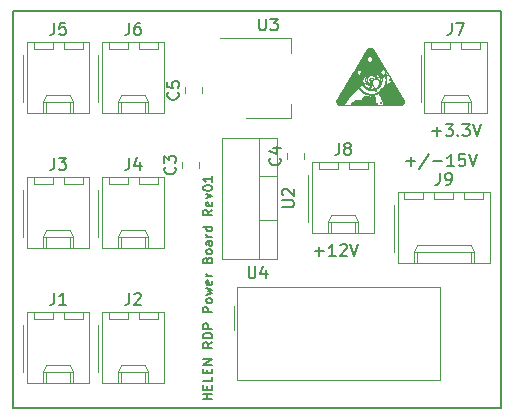
<source format=gto>
G04 #@! TF.GenerationSoftware,KiCad,Pcbnew,5.0.1*
G04 #@! TF.CreationDate,2018-10-18T17:34:51-05:00*
G04 #@! TF.ProjectId,PowerRDP,506F7765725244502E6B696361645F70,01*
G04 #@! TF.SameCoordinates,Original*
G04 #@! TF.FileFunction,Legend,Top*
G04 #@! TF.FilePolarity,Positive*
%FSLAX46Y46*%
G04 Gerber Fmt 4.6, Leading zero omitted, Abs format (unit mm)*
G04 Created by KiCad (PCBNEW 5.0.1) date Thu 18 Oct 2018 05:34:51 PM CDT*
%MOMM*%
%LPD*%
G01*
G04 APERTURE LIST*
%ADD10C,0.200000*%
%ADD11C,0.150000*%
%ADD12C,0.120000*%
%ADD13C,0.010000*%
G04 APERTURE END LIST*
D10*
X137521904Y-80548571D02*
X136721904Y-80548571D01*
X137102857Y-80548571D02*
X137102857Y-80091428D01*
X137521904Y-80091428D02*
X136721904Y-80091428D01*
X137102857Y-79710476D02*
X137102857Y-79443809D01*
X137521904Y-79329523D02*
X137521904Y-79710476D01*
X136721904Y-79710476D01*
X136721904Y-79329523D01*
X137521904Y-78605714D02*
X137521904Y-78986666D01*
X136721904Y-78986666D01*
X137102857Y-78339047D02*
X137102857Y-78072380D01*
X137521904Y-77958095D02*
X137521904Y-78339047D01*
X136721904Y-78339047D01*
X136721904Y-77958095D01*
X137521904Y-77615238D02*
X136721904Y-77615238D01*
X137521904Y-77158095D01*
X136721904Y-77158095D01*
X137521904Y-75710476D02*
X137140952Y-75977142D01*
X137521904Y-76167619D02*
X136721904Y-76167619D01*
X136721904Y-75862857D01*
X136760000Y-75786666D01*
X136798095Y-75748571D01*
X136874285Y-75710476D01*
X136988571Y-75710476D01*
X137064761Y-75748571D01*
X137102857Y-75786666D01*
X137140952Y-75862857D01*
X137140952Y-76167619D01*
X137521904Y-75367619D02*
X136721904Y-75367619D01*
X136721904Y-75177142D01*
X136760000Y-75062857D01*
X136836190Y-74986666D01*
X136912380Y-74948571D01*
X137064761Y-74910476D01*
X137179047Y-74910476D01*
X137331428Y-74948571D01*
X137407619Y-74986666D01*
X137483809Y-75062857D01*
X137521904Y-75177142D01*
X137521904Y-75367619D01*
X137521904Y-74567619D02*
X136721904Y-74567619D01*
X136721904Y-74262857D01*
X136760000Y-74186666D01*
X136798095Y-74148571D01*
X136874285Y-74110476D01*
X136988571Y-74110476D01*
X137064761Y-74148571D01*
X137102857Y-74186666D01*
X137140952Y-74262857D01*
X137140952Y-74567619D01*
X137521904Y-73158095D02*
X136721904Y-73158095D01*
X136721904Y-72853333D01*
X136760000Y-72777142D01*
X136798095Y-72739047D01*
X136874285Y-72700952D01*
X136988571Y-72700952D01*
X137064761Y-72739047D01*
X137102857Y-72777142D01*
X137140952Y-72853333D01*
X137140952Y-73158095D01*
X137521904Y-72243809D02*
X137483809Y-72320000D01*
X137445714Y-72358095D01*
X137369523Y-72396190D01*
X137140952Y-72396190D01*
X137064761Y-72358095D01*
X137026666Y-72320000D01*
X136988571Y-72243809D01*
X136988571Y-72129523D01*
X137026666Y-72053333D01*
X137064761Y-72015238D01*
X137140952Y-71977142D01*
X137369523Y-71977142D01*
X137445714Y-72015238D01*
X137483809Y-72053333D01*
X137521904Y-72129523D01*
X137521904Y-72243809D01*
X136988571Y-71710476D02*
X137521904Y-71558095D01*
X137140952Y-71405714D01*
X137521904Y-71253333D01*
X136988571Y-71100952D01*
X137483809Y-70491428D02*
X137521904Y-70567619D01*
X137521904Y-70720000D01*
X137483809Y-70796190D01*
X137407619Y-70834285D01*
X137102857Y-70834285D01*
X137026666Y-70796190D01*
X136988571Y-70720000D01*
X136988571Y-70567619D01*
X137026666Y-70491428D01*
X137102857Y-70453333D01*
X137179047Y-70453333D01*
X137255238Y-70834285D01*
X137521904Y-70110476D02*
X136988571Y-70110476D01*
X137140952Y-70110476D02*
X137064761Y-70072380D01*
X137026666Y-70034285D01*
X136988571Y-69958095D01*
X136988571Y-69881904D01*
X137102857Y-68739047D02*
X137140952Y-68624761D01*
X137179047Y-68586666D01*
X137255238Y-68548571D01*
X137369523Y-68548571D01*
X137445714Y-68586666D01*
X137483809Y-68624761D01*
X137521904Y-68700952D01*
X137521904Y-69005714D01*
X136721904Y-69005714D01*
X136721904Y-68739047D01*
X136760000Y-68662857D01*
X136798095Y-68624761D01*
X136874285Y-68586666D01*
X136950476Y-68586666D01*
X137026666Y-68624761D01*
X137064761Y-68662857D01*
X137102857Y-68739047D01*
X137102857Y-69005714D01*
X137521904Y-68091428D02*
X137483809Y-68167619D01*
X137445714Y-68205714D01*
X137369523Y-68243809D01*
X137140952Y-68243809D01*
X137064761Y-68205714D01*
X137026666Y-68167619D01*
X136988571Y-68091428D01*
X136988571Y-67977142D01*
X137026666Y-67900952D01*
X137064761Y-67862857D01*
X137140952Y-67824761D01*
X137369523Y-67824761D01*
X137445714Y-67862857D01*
X137483809Y-67900952D01*
X137521904Y-67977142D01*
X137521904Y-68091428D01*
X137521904Y-67139047D02*
X137102857Y-67139047D01*
X137026666Y-67177142D01*
X136988571Y-67253333D01*
X136988571Y-67405714D01*
X137026666Y-67481904D01*
X137483809Y-67139047D02*
X137521904Y-67215238D01*
X137521904Y-67405714D01*
X137483809Y-67481904D01*
X137407619Y-67520000D01*
X137331428Y-67520000D01*
X137255238Y-67481904D01*
X137217142Y-67405714D01*
X137217142Y-67215238D01*
X137179047Y-67139047D01*
X137521904Y-66758095D02*
X136988571Y-66758095D01*
X137140952Y-66758095D02*
X137064761Y-66720000D01*
X137026666Y-66681904D01*
X136988571Y-66605714D01*
X136988571Y-66529523D01*
X137521904Y-65920000D02*
X136721904Y-65920000D01*
X137483809Y-65920000D02*
X137521904Y-65996190D01*
X137521904Y-66148571D01*
X137483809Y-66224761D01*
X137445714Y-66262857D01*
X137369523Y-66300952D01*
X137140952Y-66300952D01*
X137064761Y-66262857D01*
X137026666Y-66224761D01*
X136988571Y-66148571D01*
X136988571Y-65996190D01*
X137026666Y-65920000D01*
X137521904Y-64472380D02*
X137140952Y-64739047D01*
X137521904Y-64929523D02*
X136721904Y-64929523D01*
X136721904Y-64624761D01*
X136760000Y-64548571D01*
X136798095Y-64510476D01*
X136874285Y-64472380D01*
X136988571Y-64472380D01*
X137064761Y-64510476D01*
X137102857Y-64548571D01*
X137140952Y-64624761D01*
X137140952Y-64929523D01*
X137483809Y-63824761D02*
X137521904Y-63900952D01*
X137521904Y-64053333D01*
X137483809Y-64129523D01*
X137407619Y-64167619D01*
X137102857Y-64167619D01*
X137026666Y-64129523D01*
X136988571Y-64053333D01*
X136988571Y-63900952D01*
X137026666Y-63824761D01*
X137102857Y-63786666D01*
X137179047Y-63786666D01*
X137255238Y-64167619D01*
X136988571Y-63520000D02*
X137521904Y-63329523D01*
X136988571Y-63139047D01*
X136721904Y-62681904D02*
X136721904Y-62605714D01*
X136760000Y-62529523D01*
X136798095Y-62491428D01*
X136874285Y-62453333D01*
X137026666Y-62415238D01*
X137217142Y-62415238D01*
X137369523Y-62453333D01*
X137445714Y-62491428D01*
X137483809Y-62529523D01*
X137521904Y-62605714D01*
X137521904Y-62681904D01*
X137483809Y-62758095D01*
X137445714Y-62796190D01*
X137369523Y-62834285D01*
X137217142Y-62872380D01*
X137026666Y-62872380D01*
X136874285Y-62834285D01*
X136798095Y-62796190D01*
X136760000Y-62758095D01*
X136721904Y-62681904D01*
X137521904Y-61653333D02*
X137521904Y-62110476D01*
X137521904Y-61881904D02*
X136721904Y-61881904D01*
X136836190Y-61958095D01*
X136912380Y-62034285D01*
X136950476Y-62110476D01*
X146193095Y-68016428D02*
X146955000Y-68016428D01*
X146574047Y-68397380D02*
X146574047Y-67635476D01*
X147955000Y-68397380D02*
X147383571Y-68397380D01*
X147669285Y-68397380D02*
X147669285Y-67397380D01*
X147574047Y-67540238D01*
X147478809Y-67635476D01*
X147383571Y-67683095D01*
X148335952Y-67492619D02*
X148383571Y-67445000D01*
X148478809Y-67397380D01*
X148716904Y-67397380D01*
X148812142Y-67445000D01*
X148859761Y-67492619D01*
X148907380Y-67587857D01*
X148907380Y-67683095D01*
X148859761Y-67825952D01*
X148288333Y-68397380D01*
X148907380Y-68397380D01*
X149193095Y-67397380D02*
X149526428Y-68397380D01*
X149859761Y-67397380D01*
X156115000Y-57856428D02*
X156876904Y-57856428D01*
X156495952Y-58237380D02*
X156495952Y-57475476D01*
X157257857Y-57237380D02*
X157876904Y-57237380D01*
X157543571Y-57618333D01*
X157686428Y-57618333D01*
X157781666Y-57665952D01*
X157829285Y-57713571D01*
X157876904Y-57808809D01*
X157876904Y-58046904D01*
X157829285Y-58142142D01*
X157781666Y-58189761D01*
X157686428Y-58237380D01*
X157400714Y-58237380D01*
X157305476Y-58189761D01*
X157257857Y-58142142D01*
X158305476Y-58142142D02*
X158353095Y-58189761D01*
X158305476Y-58237380D01*
X158257857Y-58189761D01*
X158305476Y-58142142D01*
X158305476Y-58237380D01*
X158686428Y-57237380D02*
X159305476Y-57237380D01*
X158972142Y-57618333D01*
X159115000Y-57618333D01*
X159210238Y-57665952D01*
X159257857Y-57713571D01*
X159305476Y-57808809D01*
X159305476Y-58046904D01*
X159257857Y-58142142D01*
X159210238Y-58189761D01*
X159115000Y-58237380D01*
X158829285Y-58237380D01*
X158734047Y-58189761D01*
X158686428Y-58142142D01*
X159591190Y-57237380D02*
X159924523Y-58237380D01*
X160257857Y-57237380D01*
X153940238Y-60396428D02*
X154702142Y-60396428D01*
X154321190Y-60777380D02*
X154321190Y-60015476D01*
X155892619Y-59729761D02*
X155035476Y-61015476D01*
X156225952Y-60396428D02*
X156987857Y-60396428D01*
X157987857Y-60777380D02*
X157416428Y-60777380D01*
X157702142Y-60777380D02*
X157702142Y-59777380D01*
X157606904Y-59920238D01*
X157511666Y-60015476D01*
X157416428Y-60063095D01*
X158892619Y-59777380D02*
X158416428Y-59777380D01*
X158368809Y-60253571D01*
X158416428Y-60205952D01*
X158511666Y-60158333D01*
X158749761Y-60158333D01*
X158845000Y-60205952D01*
X158892619Y-60253571D01*
X158940238Y-60348809D01*
X158940238Y-60586904D01*
X158892619Y-60682142D01*
X158845000Y-60729761D01*
X158749761Y-60777380D01*
X158511666Y-60777380D01*
X158416428Y-60729761D01*
X158368809Y-60682142D01*
X159225952Y-59777380D02*
X159559285Y-60777380D01*
X159892619Y-59777380D01*
D11*
X120650000Y-47625000D02*
X120650000Y-48260000D01*
X161925000Y-47625000D02*
X120650000Y-47625000D01*
X161925000Y-81280000D02*
X161925000Y-47625000D01*
X120650000Y-81280000D02*
X161925000Y-81280000D01*
X120650000Y-48260000D02*
X120650000Y-81280000D01*
D12*
G04 #@! TO.C,U3*
X138140000Y-49930000D02*
X144150000Y-49930000D01*
X140390000Y-56750000D02*
X144150000Y-56750000D01*
X144150000Y-49930000D02*
X144150000Y-51190000D01*
X144150000Y-56750000D02*
X144150000Y-55490000D01*
G04 #@! TO.C,U2*
X142970000Y-65350000D02*
X141460000Y-65350000D01*
X142970000Y-61650000D02*
X141460000Y-61650000D01*
X141460000Y-58380000D02*
X141460000Y-68620000D01*
X142970000Y-68620000D02*
X138329000Y-68620000D01*
X142970000Y-58380000D02*
X138329000Y-58380000D01*
X138329000Y-58380000D02*
X138329000Y-68620000D01*
X142970000Y-58380000D02*
X142970000Y-68620000D01*
G04 #@! TO.C,J1*
X126530000Y-73770000D02*
X126530000Y-73170000D01*
X124930000Y-73770000D02*
X126530000Y-73770000D01*
X124930000Y-73170000D02*
X124930000Y-73770000D01*
X123990000Y-73770000D02*
X123990000Y-73170000D01*
X122390000Y-73770000D02*
X123990000Y-73770000D01*
X122390000Y-73170000D02*
X122390000Y-73770000D01*
X125480000Y-79190000D02*
X125480000Y-78190000D01*
X123440000Y-79190000D02*
X123440000Y-78190000D01*
X125480000Y-77660000D02*
X125730000Y-78190000D01*
X123440000Y-77660000D02*
X125480000Y-77660000D01*
X123190000Y-78190000D02*
X123440000Y-77660000D01*
X125730000Y-78190000D02*
X125730000Y-79190000D01*
X123190000Y-78190000D02*
X125730000Y-78190000D01*
X123190000Y-79190000D02*
X123190000Y-78190000D01*
X121520000Y-74200000D02*
X121520000Y-78200000D01*
X127110000Y-73170000D02*
X121810000Y-73170000D01*
X127110000Y-79190000D02*
X127110000Y-73170000D01*
X121810000Y-79190000D02*
X127110000Y-79190000D01*
X121810000Y-73170000D02*
X121810000Y-79190000D01*
G04 #@! TO.C,J2*
X132880000Y-73770000D02*
X132880000Y-73170000D01*
X131280000Y-73770000D02*
X132880000Y-73770000D01*
X131280000Y-73170000D02*
X131280000Y-73770000D01*
X130340000Y-73770000D02*
X130340000Y-73170000D01*
X128740000Y-73770000D02*
X130340000Y-73770000D01*
X128740000Y-73170000D02*
X128740000Y-73770000D01*
X131830000Y-79190000D02*
X131830000Y-78190000D01*
X129790000Y-79190000D02*
X129790000Y-78190000D01*
X131830000Y-77660000D02*
X132080000Y-78190000D01*
X129790000Y-77660000D02*
X131830000Y-77660000D01*
X129540000Y-78190000D02*
X129790000Y-77660000D01*
X132080000Y-78190000D02*
X132080000Y-79190000D01*
X129540000Y-78190000D02*
X132080000Y-78190000D01*
X129540000Y-79190000D02*
X129540000Y-78190000D01*
X127870000Y-74200000D02*
X127870000Y-78200000D01*
X133460000Y-73170000D02*
X128160000Y-73170000D01*
X133460000Y-79190000D02*
X133460000Y-73170000D01*
X128160000Y-79190000D02*
X133460000Y-79190000D01*
X128160000Y-73170000D02*
X128160000Y-79190000D01*
G04 #@! TO.C,J3*
X126530000Y-62340000D02*
X126530000Y-61740000D01*
X124930000Y-62340000D02*
X126530000Y-62340000D01*
X124930000Y-61740000D02*
X124930000Y-62340000D01*
X123990000Y-62340000D02*
X123990000Y-61740000D01*
X122390000Y-62340000D02*
X123990000Y-62340000D01*
X122390000Y-61740000D02*
X122390000Y-62340000D01*
X125480000Y-67760000D02*
X125480000Y-66760000D01*
X123440000Y-67760000D02*
X123440000Y-66760000D01*
X125480000Y-66230000D02*
X125730000Y-66760000D01*
X123440000Y-66230000D02*
X125480000Y-66230000D01*
X123190000Y-66760000D02*
X123440000Y-66230000D01*
X125730000Y-66760000D02*
X125730000Y-67760000D01*
X123190000Y-66760000D02*
X125730000Y-66760000D01*
X123190000Y-67760000D02*
X123190000Y-66760000D01*
X121520000Y-62770000D02*
X121520000Y-66770000D01*
X127110000Y-61740000D02*
X121810000Y-61740000D01*
X127110000Y-67760000D02*
X127110000Y-61740000D01*
X121810000Y-67760000D02*
X127110000Y-67760000D01*
X121810000Y-61740000D02*
X121810000Y-67760000D01*
G04 #@! TO.C,J4*
X132880000Y-62340000D02*
X132880000Y-61740000D01*
X131280000Y-62340000D02*
X132880000Y-62340000D01*
X131280000Y-61740000D02*
X131280000Y-62340000D01*
X130340000Y-62340000D02*
X130340000Y-61740000D01*
X128740000Y-62340000D02*
X130340000Y-62340000D01*
X128740000Y-61740000D02*
X128740000Y-62340000D01*
X131830000Y-67760000D02*
X131830000Y-66760000D01*
X129790000Y-67760000D02*
X129790000Y-66760000D01*
X131830000Y-66230000D02*
X132080000Y-66760000D01*
X129790000Y-66230000D02*
X131830000Y-66230000D01*
X129540000Y-66760000D02*
X129790000Y-66230000D01*
X132080000Y-66760000D02*
X132080000Y-67760000D01*
X129540000Y-66760000D02*
X132080000Y-66760000D01*
X129540000Y-67760000D02*
X129540000Y-66760000D01*
X127870000Y-62770000D02*
X127870000Y-66770000D01*
X133460000Y-61740000D02*
X128160000Y-61740000D01*
X133460000Y-67760000D02*
X133460000Y-61740000D01*
X128160000Y-67760000D02*
X133460000Y-67760000D01*
X128160000Y-61740000D02*
X128160000Y-67760000D01*
G04 #@! TO.C,J5*
X126530000Y-50910000D02*
X126530000Y-50310000D01*
X124930000Y-50910000D02*
X126530000Y-50910000D01*
X124930000Y-50310000D02*
X124930000Y-50910000D01*
X123990000Y-50910000D02*
X123990000Y-50310000D01*
X122390000Y-50910000D02*
X123990000Y-50910000D01*
X122390000Y-50310000D02*
X122390000Y-50910000D01*
X125480000Y-56330000D02*
X125480000Y-55330000D01*
X123440000Y-56330000D02*
X123440000Y-55330000D01*
X125480000Y-54800000D02*
X125730000Y-55330000D01*
X123440000Y-54800000D02*
X125480000Y-54800000D01*
X123190000Y-55330000D02*
X123440000Y-54800000D01*
X125730000Y-55330000D02*
X125730000Y-56330000D01*
X123190000Y-55330000D02*
X125730000Y-55330000D01*
X123190000Y-56330000D02*
X123190000Y-55330000D01*
X121520000Y-51340000D02*
X121520000Y-55340000D01*
X127110000Y-50310000D02*
X121810000Y-50310000D01*
X127110000Y-56330000D02*
X127110000Y-50310000D01*
X121810000Y-56330000D02*
X127110000Y-56330000D01*
X121810000Y-50310000D02*
X121810000Y-56330000D01*
G04 #@! TO.C,J6*
X132880000Y-50910000D02*
X132880000Y-50310000D01*
X131280000Y-50910000D02*
X132880000Y-50910000D01*
X131280000Y-50310000D02*
X131280000Y-50910000D01*
X130340000Y-50910000D02*
X130340000Y-50310000D01*
X128740000Y-50910000D02*
X130340000Y-50910000D01*
X128740000Y-50310000D02*
X128740000Y-50910000D01*
X131830000Y-56330000D02*
X131830000Y-55330000D01*
X129790000Y-56330000D02*
X129790000Y-55330000D01*
X131830000Y-54800000D02*
X132080000Y-55330000D01*
X129790000Y-54800000D02*
X131830000Y-54800000D01*
X129540000Y-55330000D02*
X129790000Y-54800000D01*
X132080000Y-55330000D02*
X132080000Y-56330000D01*
X129540000Y-55330000D02*
X132080000Y-55330000D01*
X129540000Y-56330000D02*
X129540000Y-55330000D01*
X127870000Y-51340000D02*
X127870000Y-55340000D01*
X133460000Y-50310000D02*
X128160000Y-50310000D01*
X133460000Y-56330000D02*
X133460000Y-50310000D01*
X128160000Y-56330000D02*
X133460000Y-56330000D01*
X128160000Y-50310000D02*
X128160000Y-56330000D01*
G04 #@! TO.C,J7*
X160185000Y-50910000D02*
X160185000Y-50310000D01*
X158585000Y-50910000D02*
X160185000Y-50910000D01*
X158585000Y-50310000D02*
X158585000Y-50910000D01*
X157645000Y-50910000D02*
X157645000Y-50310000D01*
X156045000Y-50910000D02*
X157645000Y-50910000D01*
X156045000Y-50310000D02*
X156045000Y-50910000D01*
X159135000Y-56330000D02*
X159135000Y-55330000D01*
X157095000Y-56330000D02*
X157095000Y-55330000D01*
X159135000Y-54800000D02*
X159385000Y-55330000D01*
X157095000Y-54800000D02*
X159135000Y-54800000D01*
X156845000Y-55330000D02*
X157095000Y-54800000D01*
X159385000Y-55330000D02*
X159385000Y-56330000D01*
X156845000Y-55330000D02*
X159385000Y-55330000D01*
X156845000Y-56330000D02*
X156845000Y-55330000D01*
X155175000Y-51340000D02*
X155175000Y-55340000D01*
X160765000Y-50310000D02*
X155465000Y-50310000D01*
X160765000Y-56330000D02*
X160765000Y-50310000D01*
X155465000Y-56330000D02*
X160765000Y-56330000D01*
X155465000Y-50310000D02*
X155465000Y-56330000D01*
G04 #@! TO.C,J8*
X150660000Y-61070000D02*
X150660000Y-60470000D01*
X149060000Y-61070000D02*
X150660000Y-61070000D01*
X149060000Y-60470000D02*
X149060000Y-61070000D01*
X148120000Y-61070000D02*
X148120000Y-60470000D01*
X146520000Y-61070000D02*
X148120000Y-61070000D01*
X146520000Y-60470000D02*
X146520000Y-61070000D01*
X149610000Y-66490000D02*
X149610000Y-65490000D01*
X147570000Y-66490000D02*
X147570000Y-65490000D01*
X149610000Y-64960000D02*
X149860000Y-65490000D01*
X147570000Y-64960000D02*
X149610000Y-64960000D01*
X147320000Y-65490000D02*
X147570000Y-64960000D01*
X149860000Y-65490000D02*
X149860000Y-66490000D01*
X147320000Y-65490000D02*
X149860000Y-65490000D01*
X147320000Y-66490000D02*
X147320000Y-65490000D01*
X145650000Y-61500000D02*
X145650000Y-65500000D01*
X151240000Y-60470000D02*
X145940000Y-60470000D01*
X151240000Y-66490000D02*
X151240000Y-60470000D01*
X145940000Y-66490000D02*
X151240000Y-66490000D01*
X145940000Y-60470000D02*
X145940000Y-66490000D01*
G04 #@! TO.C,J9*
X160465001Y-63610000D02*
X160465001Y-63010000D01*
X158865001Y-63610000D02*
X160465001Y-63610000D01*
X158865001Y-63010000D02*
X158865001Y-63610000D01*
X157925001Y-63610000D02*
X157925001Y-63010000D01*
X156325001Y-63610000D02*
X157925001Y-63610000D01*
X156325001Y-63010000D02*
X156325001Y-63610000D01*
X155385001Y-63610000D02*
X155385001Y-63010000D01*
X153785001Y-63610000D02*
X155385001Y-63610000D01*
X153785001Y-63010000D02*
X153785001Y-63610000D01*
X159415001Y-69030000D02*
X159415001Y-68030000D01*
X154835001Y-69030000D02*
X154835001Y-68030000D01*
X159415001Y-67500000D02*
X159665001Y-68030000D01*
X154835001Y-67500000D02*
X159415001Y-67500000D01*
X154585001Y-68030000D02*
X154835001Y-67500000D01*
X159665001Y-68030000D02*
X159665001Y-69030000D01*
X154585001Y-68030000D02*
X159665001Y-68030000D01*
X154585001Y-69030000D02*
X154585001Y-68030000D01*
X152915001Y-64040000D02*
X152915001Y-68040000D01*
X161045001Y-63010000D02*
X153205001Y-63010000D01*
X161045001Y-69030000D02*
X161045001Y-63010000D01*
X153205001Y-69030000D02*
X161045001Y-69030000D01*
X153205001Y-63010000D02*
X153205001Y-69030000D01*
G04 #@! TO.C,C3*
X134926000Y-60958252D02*
X134926000Y-60435748D01*
X136346000Y-60958252D02*
X136346000Y-60435748D01*
G04 #@! TO.C,C4*
X145236000Y-60205252D02*
X145236000Y-59682748D01*
X143816000Y-60205252D02*
X143816000Y-59682748D01*
G04 #@! TO.C,C5*
X135180000Y-54626252D02*
X135180000Y-54103748D01*
X136600000Y-54626252D02*
X136600000Y-54103748D01*
G04 #@! TO.C,U4*
X139566000Y-78900000D02*
X139566000Y-71040000D01*
X156806000Y-78900000D02*
X139566000Y-78900000D01*
X156806000Y-71040000D02*
X156806000Y-78900000D01*
X139566000Y-71040000D02*
X156806000Y-71040000D01*
X139316000Y-72660000D02*
X139316000Y-74660000D01*
D13*
G04 #@! TO.C,G\002A\002A\002A*
G36*
X149610764Y-52853593D02*
X149625528Y-52860508D01*
X149639499Y-52870717D01*
X149645485Y-52876644D01*
X149653255Y-52886297D01*
X149656142Y-52893679D01*
X149654253Y-52900450D01*
X149647695Y-52908268D01*
X149647519Y-52908444D01*
X149636715Y-52915791D01*
X149624224Y-52917525D01*
X149609430Y-52913683D01*
X149603744Y-52911103D01*
X149592151Y-52903930D01*
X149581867Y-52895025D01*
X149574030Y-52885680D01*
X149569780Y-52877188D01*
X149569587Y-52872299D01*
X149575256Y-52862414D01*
X149584701Y-52854743D01*
X149595526Y-52851128D01*
X149597237Y-52851050D01*
X149610764Y-52853593D01*
X149610764Y-52853593D01*
G37*
X149610764Y-52853593D02*
X149625528Y-52860508D01*
X149639499Y-52870717D01*
X149645485Y-52876644D01*
X149653255Y-52886297D01*
X149656142Y-52893679D01*
X149654253Y-52900450D01*
X149647695Y-52908268D01*
X149647519Y-52908444D01*
X149636715Y-52915791D01*
X149624224Y-52917525D01*
X149609430Y-52913683D01*
X149603744Y-52911103D01*
X149592151Y-52903930D01*
X149581867Y-52895025D01*
X149574030Y-52885680D01*
X149569780Y-52877188D01*
X149569587Y-52872299D01*
X149575256Y-52862414D01*
X149584701Y-52854743D01*
X149595526Y-52851128D01*
X149597237Y-52851050D01*
X149610764Y-52853593D01*
G36*
X149230754Y-53461659D02*
X149232110Y-53461913D01*
X149239868Y-53464010D01*
X149244588Y-53466271D01*
X149244659Y-53466339D01*
X149244424Y-53470132D01*
X149241307Y-53477409D01*
X149236273Y-53486606D01*
X149230289Y-53496155D01*
X149224319Y-53504491D01*
X149219331Y-53510048D01*
X149216839Y-53511450D01*
X149212302Y-53508951D01*
X149206979Y-53502779D01*
X149205915Y-53501131D01*
X149201150Y-53492073D01*
X149200371Y-53485247D01*
X149203924Y-53478503D01*
X149210778Y-53471061D01*
X149218285Y-53464286D01*
X149224169Y-53461484D01*
X149230754Y-53461659D01*
X149230754Y-53461659D01*
G37*
X149230754Y-53461659D02*
X149232110Y-53461913D01*
X149239868Y-53464010D01*
X149244588Y-53466271D01*
X149244659Y-53466339D01*
X149244424Y-53470132D01*
X149241307Y-53477409D01*
X149236273Y-53486606D01*
X149230289Y-53496155D01*
X149224319Y-53504491D01*
X149219331Y-53510048D01*
X149216839Y-53511450D01*
X149212302Y-53508951D01*
X149206979Y-53502779D01*
X149205915Y-53501131D01*
X149201150Y-53492073D01*
X149200371Y-53485247D01*
X149203924Y-53478503D01*
X149210778Y-53471061D01*
X149218285Y-53464286D01*
X149224169Y-53461484D01*
X149230754Y-53461659D01*
G36*
X149119195Y-53739293D02*
X149126418Y-53745330D01*
X149132848Y-53753153D01*
X149134694Y-53756276D01*
X149137913Y-53767027D01*
X149135246Y-53776376D01*
X149127546Y-53784417D01*
X149118140Y-53789856D01*
X149109754Y-53789638D01*
X149100717Y-53783668D01*
X149099848Y-53782876D01*
X149094011Y-53775997D01*
X149093001Y-53769802D01*
X149093498Y-53767795D01*
X149096617Y-53760520D01*
X149101374Y-53751945D01*
X149106582Y-53743933D01*
X149111051Y-53738349D01*
X149113208Y-53736875D01*
X149119195Y-53739293D01*
X149119195Y-53739293D01*
G37*
X149119195Y-53739293D02*
X149126418Y-53745330D01*
X149132848Y-53753153D01*
X149134694Y-53756276D01*
X149137913Y-53767027D01*
X149135246Y-53776376D01*
X149127546Y-53784417D01*
X149118140Y-53789856D01*
X149109754Y-53789638D01*
X149100717Y-53783668D01*
X149099848Y-53782876D01*
X149094011Y-53775997D01*
X149093001Y-53769802D01*
X149093498Y-53767795D01*
X149096617Y-53760520D01*
X149101374Y-53751945D01*
X149106582Y-53743933D01*
X149111051Y-53738349D01*
X149113208Y-53736875D01*
X149119195Y-53739293D01*
G36*
X152483723Y-53378558D02*
X152482622Y-53382903D01*
X152481518Y-53383988D01*
X152476859Y-53385881D01*
X152473088Y-53382939D01*
X152470928Y-53378748D01*
X152474275Y-53376203D01*
X152474468Y-53376128D01*
X152480478Y-53375712D01*
X152483723Y-53378558D01*
X152483723Y-53378558D01*
G37*
X152483723Y-53378558D02*
X152482622Y-53382903D01*
X152481518Y-53383988D01*
X152476859Y-53385881D01*
X152473088Y-53382939D01*
X152470928Y-53378748D01*
X152474275Y-53376203D01*
X152474468Y-53376128D01*
X152480478Y-53375712D01*
X152483723Y-53378558D01*
G36*
X152493082Y-53387642D02*
X152498747Y-53392126D01*
X152506081Y-53395580D01*
X152511181Y-53397732D01*
X152513981Y-53400908D01*
X152515208Y-53406840D01*
X152515591Y-53417263D01*
X152515606Y-53418250D01*
X152516598Y-53431939D01*
X152519307Y-53440804D01*
X152521523Y-53443988D01*
X152525109Y-53449199D01*
X152523891Y-53452690D01*
X152523111Y-53453350D01*
X152515917Y-53457696D01*
X152508260Y-53458588D01*
X152503980Y-53458171D01*
X152497340Y-53455690D01*
X152492241Y-53451183D01*
X152490127Y-53446388D01*
X152491714Y-53443410D01*
X152496048Y-53437195D01*
X152496377Y-53427022D01*
X152492742Y-53413831D01*
X152490198Y-53407943D01*
X152485599Y-53397254D01*
X152484070Y-53390649D01*
X152485329Y-53386818D01*
X152485578Y-53386556D01*
X152489651Y-53384747D01*
X152493082Y-53387642D01*
X152493082Y-53387642D01*
G37*
X152493082Y-53387642D02*
X152498747Y-53392126D01*
X152506081Y-53395580D01*
X152511181Y-53397732D01*
X152513981Y-53400908D01*
X152515208Y-53406840D01*
X152515591Y-53417263D01*
X152515606Y-53418250D01*
X152516598Y-53431939D01*
X152519307Y-53440804D01*
X152521523Y-53443988D01*
X152525109Y-53449199D01*
X152523891Y-53452690D01*
X152523111Y-53453350D01*
X152515917Y-53457696D01*
X152508260Y-53458588D01*
X152503980Y-53458171D01*
X152497340Y-53455690D01*
X152492241Y-53451183D01*
X152490127Y-53446388D01*
X152491714Y-53443410D01*
X152496048Y-53437195D01*
X152496377Y-53427022D01*
X152492742Y-53413831D01*
X152490198Y-53407943D01*
X152485599Y-53397254D01*
X152484070Y-53390649D01*
X152485329Y-53386818D01*
X152485578Y-53386556D01*
X152489651Y-53384747D01*
X152493082Y-53387642D01*
G36*
X148886519Y-54062811D02*
X148899053Y-54068131D01*
X148911701Y-54075515D01*
X148922263Y-54083760D01*
X148926223Y-54088018D01*
X148931985Y-54098925D01*
X148932289Y-54108876D01*
X148928019Y-54117223D01*
X148920057Y-54123319D01*
X148909288Y-54126516D01*
X148896595Y-54126168D01*
X148882863Y-54121627D01*
X148881367Y-54120865D01*
X148870527Y-54113892D01*
X148860395Y-54105251D01*
X148852344Y-54096352D01*
X148847749Y-54088604D01*
X148847175Y-54085774D01*
X148849941Y-54077510D01*
X148856944Y-54069470D01*
X148866234Y-54063329D01*
X148875864Y-54060759D01*
X148876299Y-54060754D01*
X148886519Y-54062811D01*
X148886519Y-54062811D01*
G37*
X148886519Y-54062811D02*
X148899053Y-54068131D01*
X148911701Y-54075515D01*
X148922263Y-54083760D01*
X148926223Y-54088018D01*
X148931985Y-54098925D01*
X148932289Y-54108876D01*
X148928019Y-54117223D01*
X148920057Y-54123319D01*
X148909288Y-54126516D01*
X148896595Y-54126168D01*
X148882863Y-54121627D01*
X148881367Y-54120865D01*
X148870527Y-54113892D01*
X148860395Y-54105251D01*
X148852344Y-54096352D01*
X148847749Y-54088604D01*
X148847175Y-54085774D01*
X148849941Y-54077510D01*
X148856944Y-54069470D01*
X148866234Y-54063329D01*
X148875864Y-54060759D01*
X148876299Y-54060754D01*
X148886519Y-54062811D01*
G36*
X152498016Y-54149414D02*
X152506302Y-54156680D01*
X152512444Y-54168989D01*
X152513862Y-54174369D01*
X152515444Y-54193168D01*
X152511770Y-54209347D01*
X152503006Y-54222237D01*
X152501718Y-54223443D01*
X152493146Y-54230006D01*
X152486314Y-54231674D01*
X152479166Y-54228643D01*
X152475470Y-54225932D01*
X152466032Y-54214892D01*
X152461304Y-54200119D01*
X152460993Y-54182876D01*
X152464330Y-54167438D01*
X152470745Y-54156206D01*
X152479194Y-54149345D01*
X152488632Y-54147026D01*
X152498016Y-54149414D01*
X152498016Y-54149414D01*
G37*
X152498016Y-54149414D02*
X152506302Y-54156680D01*
X152512444Y-54168989D01*
X152513862Y-54174369D01*
X152515444Y-54193168D01*
X152511770Y-54209347D01*
X152503006Y-54222237D01*
X152501718Y-54223443D01*
X152493146Y-54230006D01*
X152486314Y-54231674D01*
X152479166Y-54228643D01*
X152475470Y-54225932D01*
X152466032Y-54214892D01*
X152461304Y-54200119D01*
X152460993Y-54182876D01*
X152464330Y-54167438D01*
X152470745Y-54156206D01*
X152479194Y-54149345D01*
X152488632Y-54147026D01*
X152498016Y-54149414D01*
G36*
X148760420Y-54336193D02*
X148767643Y-54342230D01*
X148774073Y-54350053D01*
X148775919Y-54353176D01*
X148779138Y-54363927D01*
X148776471Y-54373276D01*
X148768771Y-54381317D01*
X148759365Y-54386756D01*
X148750979Y-54386538D01*
X148741942Y-54380568D01*
X148741073Y-54379776D01*
X148735236Y-54372897D01*
X148734226Y-54366702D01*
X148734723Y-54364695D01*
X148737842Y-54357420D01*
X148742599Y-54348845D01*
X148747807Y-54340833D01*
X148752276Y-54335249D01*
X148754433Y-54333775D01*
X148760420Y-54336193D01*
X148760420Y-54336193D01*
G37*
X148760420Y-54336193D02*
X148767643Y-54342230D01*
X148774073Y-54350053D01*
X148775919Y-54353176D01*
X148779138Y-54363927D01*
X148776471Y-54373276D01*
X148768771Y-54381317D01*
X148759365Y-54386756D01*
X148750979Y-54386538D01*
X148741942Y-54380568D01*
X148741073Y-54379776D01*
X148735236Y-54372897D01*
X148734226Y-54366702D01*
X148734723Y-54364695D01*
X148737842Y-54357420D01*
X148742599Y-54348845D01*
X148747807Y-54340833D01*
X148752276Y-54335249D01*
X148754433Y-54333775D01*
X148760420Y-54336193D01*
G36*
X152549152Y-54463791D02*
X152557043Y-54470737D01*
X152562272Y-54478811D01*
X152564515Y-54486131D01*
X152564469Y-54487406D01*
X152563396Y-54490820D01*
X152560477Y-54492930D01*
X152554361Y-54494137D01*
X152543700Y-54494844D01*
X152538858Y-54495040D01*
X152525671Y-54495261D01*
X152517608Y-54494598D01*
X152513485Y-54492887D01*
X152512434Y-54491358D01*
X152512681Y-54484838D01*
X152516170Y-54476387D01*
X152521590Y-54468496D01*
X152526824Y-54464044D01*
X152538422Y-54460779D01*
X152549152Y-54463791D01*
X152549152Y-54463791D01*
G37*
X152549152Y-54463791D02*
X152557043Y-54470737D01*
X152562272Y-54478811D01*
X152564515Y-54486131D01*
X152564469Y-54487406D01*
X152563396Y-54490820D01*
X152560477Y-54492930D01*
X152554361Y-54494137D01*
X152543700Y-54494844D01*
X152538858Y-54495040D01*
X152525671Y-54495261D01*
X152517608Y-54494598D01*
X152513485Y-54492887D01*
X152512434Y-54491358D01*
X152512681Y-54484838D01*
X152516170Y-54476387D01*
X152521590Y-54468496D01*
X152526824Y-54464044D01*
X152538422Y-54460779D01*
X152549152Y-54463791D01*
G36*
X152840916Y-54466914D02*
X152849202Y-54474180D01*
X152855344Y-54486489D01*
X152856762Y-54491869D01*
X152858344Y-54510668D01*
X152854670Y-54526847D01*
X152845906Y-54539737D01*
X152844618Y-54540943D01*
X152836046Y-54547506D01*
X152829214Y-54549174D01*
X152822066Y-54546143D01*
X152818370Y-54543432D01*
X152808932Y-54532392D01*
X152804204Y-54517619D01*
X152803893Y-54500376D01*
X152807230Y-54484938D01*
X152813645Y-54473706D01*
X152822094Y-54466845D01*
X152831532Y-54464526D01*
X152840916Y-54466914D01*
X152840916Y-54466914D01*
G37*
X152840916Y-54466914D02*
X152849202Y-54474180D01*
X152855344Y-54486489D01*
X152856762Y-54491869D01*
X152858344Y-54510668D01*
X152854670Y-54526847D01*
X152845906Y-54539737D01*
X152844618Y-54540943D01*
X152836046Y-54547506D01*
X152829214Y-54549174D01*
X152822066Y-54546143D01*
X152818370Y-54543432D01*
X152808932Y-54532392D01*
X152804204Y-54517619D01*
X152803893Y-54500376D01*
X152807230Y-54484938D01*
X152813645Y-54473706D01*
X152822094Y-54466845D01*
X152831532Y-54464526D01*
X152840916Y-54466914D01*
G36*
X148484629Y-54709434D02*
X148485985Y-54709688D01*
X148493743Y-54711785D01*
X148498463Y-54714046D01*
X148498534Y-54714114D01*
X148498299Y-54717907D01*
X148495182Y-54725184D01*
X148490148Y-54734381D01*
X148484164Y-54743930D01*
X148478194Y-54752266D01*
X148473206Y-54757823D01*
X148470714Y-54759225D01*
X148466177Y-54756726D01*
X148460854Y-54750554D01*
X148459790Y-54748906D01*
X148455025Y-54739848D01*
X148454246Y-54733022D01*
X148457799Y-54726278D01*
X148464653Y-54718836D01*
X148472160Y-54712061D01*
X148478044Y-54709259D01*
X148484629Y-54709434D01*
X148484629Y-54709434D01*
G37*
X148484629Y-54709434D02*
X148485985Y-54709688D01*
X148493743Y-54711785D01*
X148498463Y-54714046D01*
X148498534Y-54714114D01*
X148498299Y-54717907D01*
X148495182Y-54725184D01*
X148490148Y-54734381D01*
X148484164Y-54743930D01*
X148478194Y-54752266D01*
X148473206Y-54757823D01*
X148470714Y-54759225D01*
X148466177Y-54756726D01*
X148460854Y-54750554D01*
X148459790Y-54748906D01*
X148455025Y-54739848D01*
X148454246Y-54733022D01*
X148457799Y-54726278D01*
X148464653Y-54718836D01*
X148472160Y-54712061D01*
X148478044Y-54709259D01*
X148484629Y-54709434D01*
G36*
X153367966Y-54784414D02*
X153376252Y-54791680D01*
X153382394Y-54803989D01*
X153383812Y-54809369D01*
X153385394Y-54828168D01*
X153381720Y-54844347D01*
X153372956Y-54857237D01*
X153371668Y-54858443D01*
X153363096Y-54865006D01*
X153356264Y-54866674D01*
X153349116Y-54863643D01*
X153345420Y-54860932D01*
X153335982Y-54849892D01*
X153331254Y-54835119D01*
X153330943Y-54817876D01*
X153334280Y-54802438D01*
X153340695Y-54791206D01*
X153349144Y-54784345D01*
X153358582Y-54782026D01*
X153367966Y-54784414D01*
X153367966Y-54784414D01*
G37*
X153367966Y-54784414D02*
X153376252Y-54791680D01*
X153382394Y-54803989D01*
X153383812Y-54809369D01*
X153385394Y-54828168D01*
X153381720Y-54844347D01*
X153372956Y-54857237D01*
X153371668Y-54858443D01*
X153363096Y-54865006D01*
X153356264Y-54866674D01*
X153349116Y-54863643D01*
X153345420Y-54860932D01*
X153335982Y-54849892D01*
X153331254Y-54835119D01*
X153330943Y-54817876D01*
X153334280Y-54802438D01*
X153340695Y-54791206D01*
X153349144Y-54784345D01*
X153358582Y-54782026D01*
X153367966Y-54784414D01*
G36*
X152450391Y-54784414D02*
X152458677Y-54791680D01*
X152464819Y-54803989D01*
X152466237Y-54809369D01*
X152467819Y-54828168D01*
X152464145Y-54844347D01*
X152455381Y-54857237D01*
X152454093Y-54858443D01*
X152445521Y-54865006D01*
X152438689Y-54866674D01*
X152431541Y-54863643D01*
X152427845Y-54860932D01*
X152418407Y-54849892D01*
X152413679Y-54835119D01*
X152413368Y-54817876D01*
X152416705Y-54802438D01*
X152423120Y-54791206D01*
X152431569Y-54784345D01*
X152441007Y-54782026D01*
X152450391Y-54784414D01*
X152450391Y-54784414D01*
G37*
X152450391Y-54784414D02*
X152458677Y-54791680D01*
X152464819Y-54803989D01*
X152466237Y-54809369D01*
X152467819Y-54828168D01*
X152464145Y-54844347D01*
X152455381Y-54857237D01*
X152454093Y-54858443D01*
X152445521Y-54865006D01*
X152438689Y-54866674D01*
X152431541Y-54863643D01*
X152427845Y-54860932D01*
X152418407Y-54849892D01*
X152413679Y-54835119D01*
X152413368Y-54817876D01*
X152416705Y-54802438D01*
X152423120Y-54791206D01*
X152431569Y-54784345D01*
X152441007Y-54782026D01*
X152450391Y-54784414D01*
G36*
X148360370Y-55009293D02*
X148367593Y-55015330D01*
X148374023Y-55023153D01*
X148375869Y-55026276D01*
X148379088Y-55037027D01*
X148376421Y-55046376D01*
X148368721Y-55054417D01*
X148359315Y-55059856D01*
X148350929Y-55059638D01*
X148341892Y-55053668D01*
X148341023Y-55052876D01*
X148335186Y-55045997D01*
X148334176Y-55039802D01*
X148334673Y-55037795D01*
X148337792Y-55030520D01*
X148342549Y-55021945D01*
X148347757Y-55013933D01*
X148352226Y-55008349D01*
X148354383Y-55006875D01*
X148360370Y-55009293D01*
X148360370Y-55009293D01*
G37*
X148360370Y-55009293D02*
X148367593Y-55015330D01*
X148374023Y-55023153D01*
X148375869Y-55026276D01*
X148379088Y-55037027D01*
X148376421Y-55046376D01*
X148368721Y-55054417D01*
X148359315Y-55059856D01*
X148350929Y-55059638D01*
X148341892Y-55053668D01*
X148341023Y-55052876D01*
X148335186Y-55045997D01*
X148334176Y-55039802D01*
X148334673Y-55037795D01*
X148337792Y-55030520D01*
X148342549Y-55021945D01*
X148347757Y-55013933D01*
X148352226Y-55008349D01*
X148354383Y-55006875D01*
X148360370Y-55009293D01*
G36*
X153101873Y-55101762D02*
X153110181Y-55109341D01*
X153116176Y-55120397D01*
X153119657Y-55133640D01*
X153120424Y-55147782D01*
X153118275Y-55161533D01*
X153113011Y-55173604D01*
X153104478Y-55182672D01*
X153095373Y-55187145D01*
X153086929Y-55186428D01*
X153077494Y-55180305D01*
X153075917Y-55178930D01*
X153069330Y-55171701D01*
X153065846Y-55163422D01*
X153064367Y-55153708D01*
X153064197Y-55134398D01*
X153067493Y-55118661D01*
X153073941Y-55107127D01*
X153083232Y-55100426D01*
X153091452Y-55098950D01*
X153101873Y-55101762D01*
X153101873Y-55101762D01*
G37*
X153101873Y-55101762D02*
X153110181Y-55109341D01*
X153116176Y-55120397D01*
X153119657Y-55133640D01*
X153120424Y-55147782D01*
X153118275Y-55161533D01*
X153113011Y-55173604D01*
X153104478Y-55182672D01*
X153095373Y-55187145D01*
X153086929Y-55186428D01*
X153077494Y-55180305D01*
X153075917Y-55178930D01*
X153069330Y-55171701D01*
X153065846Y-55163422D01*
X153064367Y-55153708D01*
X153064197Y-55134398D01*
X153067493Y-55118661D01*
X153073941Y-55107127D01*
X153083232Y-55100426D01*
X153091452Y-55098950D01*
X153101873Y-55101762D01*
G36*
X148248689Y-55133243D02*
X148263453Y-55140158D01*
X148277424Y-55150367D01*
X148283410Y-55156294D01*
X148291180Y-55165947D01*
X148294067Y-55173329D01*
X148292178Y-55180100D01*
X148285620Y-55187918D01*
X148285444Y-55188094D01*
X148274640Y-55195441D01*
X148262149Y-55197175D01*
X148247355Y-55193333D01*
X148241669Y-55190753D01*
X148230076Y-55183580D01*
X148219792Y-55174675D01*
X148211955Y-55165330D01*
X148207705Y-55156838D01*
X148207512Y-55151949D01*
X148213181Y-55142064D01*
X148222626Y-55134393D01*
X148233451Y-55130778D01*
X148235162Y-55130700D01*
X148248689Y-55133243D01*
X148248689Y-55133243D01*
G37*
X148248689Y-55133243D02*
X148263453Y-55140158D01*
X148277424Y-55150367D01*
X148283410Y-55156294D01*
X148291180Y-55165947D01*
X148294067Y-55173329D01*
X148292178Y-55180100D01*
X148285620Y-55187918D01*
X148285444Y-55188094D01*
X148274640Y-55195441D01*
X148262149Y-55197175D01*
X148247355Y-55193333D01*
X148241669Y-55190753D01*
X148230076Y-55183580D01*
X148219792Y-55174675D01*
X148211955Y-55165330D01*
X148207705Y-55156838D01*
X148207512Y-55151949D01*
X148213181Y-55142064D01*
X148222626Y-55134393D01*
X148233451Y-55130778D01*
X148235162Y-55130700D01*
X148248689Y-55133243D01*
G36*
X152927248Y-55419262D02*
X152935556Y-55426841D01*
X152941551Y-55437897D01*
X152945032Y-55451140D01*
X152945799Y-55465282D01*
X152943650Y-55479033D01*
X152938386Y-55491104D01*
X152929853Y-55500172D01*
X152920748Y-55504645D01*
X152912304Y-55503928D01*
X152902869Y-55497805D01*
X152901292Y-55496430D01*
X152894705Y-55489201D01*
X152891221Y-55480922D01*
X152889742Y-55471208D01*
X152889572Y-55451898D01*
X152892868Y-55436161D01*
X152899316Y-55424627D01*
X152908607Y-55417926D01*
X152916827Y-55416450D01*
X152927248Y-55419262D01*
X152927248Y-55419262D01*
G37*
X152927248Y-55419262D02*
X152935556Y-55426841D01*
X152941551Y-55437897D01*
X152945032Y-55451140D01*
X152945799Y-55465282D01*
X152943650Y-55479033D01*
X152938386Y-55491104D01*
X152929853Y-55500172D01*
X152920748Y-55504645D01*
X152912304Y-55503928D01*
X152902869Y-55497805D01*
X152901292Y-55496430D01*
X152894705Y-55489201D01*
X152891221Y-55480922D01*
X152889742Y-55471208D01*
X152889572Y-55451898D01*
X152892868Y-55436161D01*
X152899316Y-55424627D01*
X152908607Y-55417926D01*
X152916827Y-55416450D01*
X152927248Y-55419262D01*
G36*
X152409452Y-55416291D02*
X152417343Y-55423237D01*
X152422572Y-55431311D01*
X152424815Y-55438631D01*
X152424769Y-55439906D01*
X152423696Y-55443320D01*
X152420777Y-55445430D01*
X152414661Y-55446637D01*
X152404000Y-55447344D01*
X152399158Y-55447540D01*
X152385971Y-55447761D01*
X152377908Y-55447098D01*
X152373785Y-55445387D01*
X152372734Y-55443858D01*
X152372981Y-55437338D01*
X152376470Y-55428887D01*
X152381890Y-55420996D01*
X152387124Y-55416544D01*
X152398722Y-55413279D01*
X152409452Y-55416291D01*
X152409452Y-55416291D01*
G37*
X152409452Y-55416291D02*
X152417343Y-55423237D01*
X152422572Y-55431311D01*
X152424815Y-55438631D01*
X152424769Y-55439906D01*
X152423696Y-55443320D01*
X152420777Y-55445430D01*
X152414661Y-55446637D01*
X152404000Y-55447344D01*
X152399158Y-55447540D01*
X152385971Y-55447761D01*
X152377908Y-55447098D01*
X152373785Y-55445387D01*
X152372734Y-55443858D01*
X152372981Y-55437338D01*
X152376470Y-55428887D01*
X152381890Y-55420996D01*
X152387124Y-55416544D01*
X152398722Y-55413279D01*
X152409452Y-55416291D01*
G36*
X150428882Y-54864437D02*
X150428737Y-54867858D01*
X150429510Y-54872235D01*
X150431501Y-54878290D01*
X150433134Y-54883472D01*
X150432158Y-54886516D01*
X150427336Y-54888597D01*
X150418477Y-54890664D01*
X150411719Y-54891399D01*
X150408418Y-54890659D01*
X150407773Y-54886080D01*
X150410264Y-54878960D01*
X150414810Y-54871504D01*
X150420331Y-54865921D01*
X150420625Y-54865723D01*
X150426620Y-54862718D01*
X150428882Y-54864437D01*
X150428882Y-54864437D01*
G37*
X150428882Y-54864437D02*
X150428737Y-54867858D01*
X150429510Y-54872235D01*
X150431501Y-54878290D01*
X150433134Y-54883472D01*
X150432158Y-54886516D01*
X150427336Y-54888597D01*
X150418477Y-54890664D01*
X150411719Y-54891399D01*
X150408418Y-54890659D01*
X150407773Y-54886080D01*
X150410264Y-54878960D01*
X150414810Y-54871504D01*
X150420331Y-54865921D01*
X150420625Y-54865723D01*
X150426620Y-54862718D01*
X150428882Y-54864437D01*
G36*
X150222385Y-55005556D02*
X150223796Y-55009553D01*
X150223194Y-55015048D01*
X150223216Y-55023278D01*
X150225292Y-55027714D01*
X150227482Y-55031803D01*
X150224089Y-55033957D01*
X150223164Y-55034212D01*
X150217231Y-55037857D01*
X150211153Y-55044538D01*
X150210736Y-55045144D01*
X150203544Y-55053842D01*
X150195703Y-55060964D01*
X150186919Y-55067468D01*
X150184090Y-55060190D01*
X150183088Y-55054050D01*
X150186609Y-55048969D01*
X150189018Y-55047009D01*
X150195318Y-55040425D01*
X150201666Y-55031120D01*
X150203382Y-55027959D01*
X150210489Y-55015394D01*
X150216643Y-55007632D01*
X150221386Y-55005212D01*
X150222385Y-55005556D01*
X150222385Y-55005556D01*
G37*
X150222385Y-55005556D02*
X150223796Y-55009553D01*
X150223194Y-55015048D01*
X150223216Y-55023278D01*
X150225292Y-55027714D01*
X150227482Y-55031803D01*
X150224089Y-55033957D01*
X150223164Y-55034212D01*
X150217231Y-55037857D01*
X150211153Y-55044538D01*
X150210736Y-55045144D01*
X150203544Y-55053842D01*
X150195703Y-55060964D01*
X150186919Y-55067468D01*
X150184090Y-55060190D01*
X150183088Y-55054050D01*
X150186609Y-55048969D01*
X150189018Y-55047009D01*
X150195318Y-55040425D01*
X150201666Y-55031120D01*
X150203382Y-55027959D01*
X150210489Y-55015394D01*
X150216643Y-55007632D01*
X150221386Y-55005212D01*
X150222385Y-55005556D01*
G36*
X150163383Y-55080441D02*
X150166580Y-55086124D01*
X150168381Y-55093635D01*
X150168463Y-55100435D01*
X150166501Y-55103981D01*
X150166387Y-55104016D01*
X150161153Y-55103612D01*
X150156393Y-55102134D01*
X150149245Y-55097963D01*
X150147915Y-55092780D01*
X150152131Y-55085349D01*
X150152571Y-55084783D01*
X150157604Y-55079339D01*
X150161143Y-55078691D01*
X150163383Y-55080441D01*
X150163383Y-55080441D01*
G37*
X150163383Y-55080441D02*
X150166580Y-55086124D01*
X150168381Y-55093635D01*
X150168463Y-55100435D01*
X150166501Y-55103981D01*
X150166387Y-55104016D01*
X150161153Y-55103612D01*
X150156393Y-55102134D01*
X150149245Y-55097963D01*
X150147915Y-55092780D01*
X150152131Y-55085349D01*
X150152571Y-55084783D01*
X150157604Y-55079339D01*
X150161143Y-55078691D01*
X150163383Y-55080441D01*
G36*
X151760215Y-55328796D02*
X151764722Y-55332990D01*
X151768315Y-55337075D01*
X151780972Y-55352863D01*
X151789734Y-55366915D01*
X151795775Y-55381321D01*
X151798526Y-55390782D01*
X151803737Y-55411153D01*
X151791512Y-55421613D01*
X151775420Y-55433196D01*
X151760040Y-55440148D01*
X151746146Y-55442326D01*
X151734511Y-55439587D01*
X151727130Y-55433484D01*
X151722582Y-55426560D01*
X151720556Y-55421220D01*
X151720550Y-55421027D01*
X151718638Y-55416114D01*
X151713903Y-55409099D01*
X151712516Y-55407389D01*
X151704482Y-55397841D01*
X151712906Y-55392064D01*
X151719754Y-55386853D01*
X151729039Y-55379150D01*
X151737114Y-55372079D01*
X151745642Y-55364012D01*
X151750171Y-55358235D01*
X151751671Y-55353080D01*
X151751255Y-55347746D01*
X151751593Y-55337331D01*
X151754162Y-55331791D01*
X151757234Y-55328598D01*
X151760215Y-55328796D01*
X151760215Y-55328796D01*
G37*
X151760215Y-55328796D02*
X151764722Y-55332990D01*
X151768315Y-55337075D01*
X151780972Y-55352863D01*
X151789734Y-55366915D01*
X151795775Y-55381321D01*
X151798526Y-55390782D01*
X151803737Y-55411153D01*
X151791512Y-55421613D01*
X151775420Y-55433196D01*
X151760040Y-55440148D01*
X151746146Y-55442326D01*
X151734511Y-55439587D01*
X151727130Y-55433484D01*
X151722582Y-55426560D01*
X151720556Y-55421220D01*
X151720550Y-55421027D01*
X151718638Y-55416114D01*
X151713903Y-55409099D01*
X151712516Y-55407389D01*
X151704482Y-55397841D01*
X151712906Y-55392064D01*
X151719754Y-55386853D01*
X151729039Y-55379150D01*
X151737114Y-55372079D01*
X151745642Y-55364012D01*
X151750171Y-55358235D01*
X151751671Y-55353080D01*
X151751255Y-55347746D01*
X151751593Y-55337331D01*
X151754162Y-55331791D01*
X151757234Y-55328598D01*
X151760215Y-55328796D01*
G36*
X151426527Y-55461617D02*
X151428796Y-55466574D01*
X151430163Y-55473795D01*
X151427430Y-55480712D01*
X151425425Y-55483599D01*
X151420975Y-55490780D01*
X151418938Y-55496357D01*
X151418925Y-55496648D01*
X151416230Y-55503322D01*
X151410015Y-55507881D01*
X151406633Y-55508525D01*
X151400624Y-55510525D01*
X151396692Y-55513294D01*
X151391756Y-55516223D01*
X151389298Y-55515940D01*
X151387566Y-55511343D01*
X151387175Y-55507043D01*
X151385617Y-55499879D01*
X151383641Y-55496736D01*
X151381384Y-55491916D01*
X151384827Y-55488355D01*
X151393375Y-55486481D01*
X151398130Y-55486300D01*
X151406980Y-55485821D01*
X151411511Y-55483707D01*
X151413728Y-55478941D01*
X151413895Y-55478297D01*
X151414184Y-55469648D01*
X151412514Y-55463962D01*
X151410818Y-55458590D01*
X151413815Y-55455831D01*
X151413873Y-55455809D01*
X151420899Y-55455727D01*
X151426527Y-55461617D01*
X151426527Y-55461617D01*
G37*
X151426527Y-55461617D02*
X151428796Y-55466574D01*
X151430163Y-55473795D01*
X151427430Y-55480712D01*
X151425425Y-55483599D01*
X151420975Y-55490780D01*
X151418938Y-55496357D01*
X151418925Y-55496648D01*
X151416230Y-55503322D01*
X151410015Y-55507881D01*
X151406633Y-55508525D01*
X151400624Y-55510525D01*
X151396692Y-55513294D01*
X151391756Y-55516223D01*
X151389298Y-55515940D01*
X151387566Y-55511343D01*
X151387175Y-55507043D01*
X151385617Y-55499879D01*
X151383641Y-55496736D01*
X151381384Y-55491916D01*
X151384827Y-55488355D01*
X151393375Y-55486481D01*
X151398130Y-55486300D01*
X151406980Y-55485821D01*
X151411511Y-55483707D01*
X151413728Y-55478941D01*
X151413895Y-55478297D01*
X151414184Y-55469648D01*
X151412514Y-55463962D01*
X151410818Y-55458590D01*
X151413815Y-55455831D01*
X151413873Y-55455809D01*
X151420899Y-55455727D01*
X151426527Y-55461617D01*
G36*
X150889090Y-50786706D02*
X150899580Y-50787147D01*
X150905739Y-50787843D01*
X150906769Y-50788281D01*
X150910824Y-50790077D01*
X150915196Y-50790190D01*
X150923430Y-50790712D01*
X150927441Y-50791871D01*
X150933557Y-50792946D01*
X150935953Y-50792292D01*
X150940141Y-50792647D01*
X150941189Y-50793814D01*
X150945571Y-50796018D01*
X150947448Y-50795672D01*
X150952569Y-50795532D01*
X150953741Y-50796250D01*
X150958603Y-50798775D01*
X150958814Y-50798809D01*
X150963194Y-50799943D01*
X150963312Y-50800000D01*
X150967553Y-50801452D01*
X150968075Y-50801587D01*
X150972546Y-50803039D01*
X150972837Y-50803175D01*
X150976806Y-50804478D01*
X150981159Y-50806275D01*
X150986331Y-50808955D01*
X150991605Y-50811311D01*
X150993475Y-50811170D01*
X150995869Y-50811208D01*
X151001915Y-50813735D01*
X151009906Y-50817831D01*
X151018137Y-50822576D01*
X151024901Y-50827050D01*
X151028165Y-50829879D01*
X151032703Y-50833186D01*
X151035132Y-50833101D01*
X151038466Y-50833981D01*
X151039867Y-50836293D01*
X151042863Y-50839663D01*
X151044630Y-50839468D01*
X151047987Y-50840333D01*
X151049392Y-50842643D01*
X151052306Y-50846068D01*
X151053973Y-50845930D01*
X151057312Y-50847013D01*
X151060102Y-50850711D01*
X151063986Y-50855779D01*
X151066591Y-50857150D01*
X151070011Y-50859259D01*
X151076476Y-50864816D01*
X151084829Y-50872661D01*
X151093914Y-50881634D01*
X151102574Y-50890577D01*
X151109653Y-50898330D01*
X151113996Y-50903734D01*
X151114795Y-50905473D01*
X151116733Y-50908561D01*
X151120506Y-50911141D01*
X151125540Y-50915549D01*
X151126825Y-50918834D01*
X151129392Y-50923591D01*
X151131788Y-50925050D01*
X151135172Y-50928046D01*
X151134981Y-50929819D01*
X151135847Y-50933176D01*
X151138156Y-50934582D01*
X151141555Y-50937536D01*
X151141388Y-50939253D01*
X151142170Y-50943168D01*
X151145875Y-50947637D01*
X151149996Y-50952566D01*
X151150637Y-50955575D01*
X151151621Y-50959155D01*
X151155400Y-50963512D01*
X151159436Y-50968585D01*
X151159900Y-50971874D01*
X151160518Y-50974479D01*
X151161481Y-50974625D01*
X151164742Y-50977145D01*
X151169017Y-50983112D01*
X151172826Y-50990129D01*
X151174690Y-50995803D01*
X151174706Y-50996022D01*
X151176770Y-50999829D01*
X151181545Y-51005581D01*
X151185563Y-51010482D01*
X151186232Y-51012712D01*
X151186115Y-51012724D01*
X151186493Y-51014609D01*
X151190396Y-51019146D01*
X151190440Y-51019190D01*
X151194568Y-51024667D01*
X151195221Y-51028383D01*
X151196163Y-51031625D01*
X151198481Y-51033007D01*
X151201880Y-51035961D01*
X151201713Y-51037678D01*
X151202495Y-51041593D01*
X151206200Y-51046062D01*
X151210321Y-51050991D01*
X151210962Y-51053999D01*
X151211946Y-51057580D01*
X151215725Y-51061937D01*
X151219761Y-51067010D01*
X151220225Y-51070299D01*
X151220843Y-51072904D01*
X151221806Y-51073050D01*
X151225033Y-51075523D01*
X151229179Y-51081281D01*
X151232740Y-51087828D01*
X151234218Y-51092671D01*
X151234045Y-51093398D01*
X151235408Y-51096354D01*
X151239871Y-51101857D01*
X151240884Y-51102956D01*
X151245230Y-51108272D01*
X151246225Y-51111038D01*
X151245887Y-51111149D01*
X151245963Y-51113114D01*
X151249614Y-51117955D01*
X151250649Y-51119087D01*
X151254866Y-51124299D01*
X151255675Y-51126943D01*
X151255359Y-51127024D01*
X151255367Y-51128575D01*
X151258774Y-51131686D01*
X151262375Y-51135180D01*
X151262002Y-51136449D01*
X151261919Y-51138476D01*
X151265481Y-51143343D01*
X151266525Y-51144487D01*
X151270756Y-51149701D01*
X151271595Y-51152344D01*
X151271287Y-51152424D01*
X151271363Y-51154389D01*
X151275014Y-51159230D01*
X151276049Y-51160362D01*
X151280429Y-51165592D01*
X151281588Y-51168225D01*
X151281365Y-51168299D01*
X151281743Y-51170184D01*
X151285646Y-51174721D01*
X151285690Y-51174765D01*
X151289818Y-51180242D01*
X151290471Y-51183958D01*
X151291413Y-51187200D01*
X151293731Y-51188582D01*
X151297130Y-51191536D01*
X151296963Y-51193253D01*
X151297745Y-51197168D01*
X151301450Y-51201637D01*
X151305571Y-51206566D01*
X151306212Y-51209575D01*
X151307196Y-51213155D01*
X151310975Y-51217512D01*
X151315096Y-51222441D01*
X151315737Y-51225449D01*
X151316721Y-51229030D01*
X151320500Y-51233387D01*
X151324536Y-51238460D01*
X151325000Y-51241749D01*
X151325618Y-51244354D01*
X151326581Y-51244499D01*
X151329842Y-51247020D01*
X151334117Y-51252987D01*
X151337926Y-51260004D01*
X151339790Y-51265678D01*
X151339806Y-51265897D01*
X151341870Y-51269704D01*
X151346645Y-51275456D01*
X151350502Y-51280341D01*
X151350826Y-51282584D01*
X151350662Y-51282599D01*
X151350738Y-51284564D01*
X151354389Y-51289405D01*
X151355424Y-51290537D01*
X151359804Y-51295767D01*
X151360963Y-51298400D01*
X151360740Y-51298474D01*
X151361118Y-51300359D01*
X151365021Y-51304896D01*
X151365065Y-51304940D01*
X151369193Y-51310417D01*
X151369846Y-51314133D01*
X151370788Y-51317375D01*
X151373106Y-51318757D01*
X151376505Y-51321711D01*
X151376338Y-51323428D01*
X151377120Y-51327343D01*
X151380825Y-51331812D01*
X151384946Y-51336741D01*
X151385587Y-51339749D01*
X151386571Y-51343330D01*
X151390350Y-51347687D01*
X151394471Y-51352616D01*
X151395112Y-51355625D01*
X151396096Y-51359205D01*
X151399875Y-51363562D01*
X151403911Y-51368635D01*
X151404375Y-51371924D01*
X151404993Y-51374529D01*
X151405956Y-51374675D01*
X151409183Y-51377148D01*
X151413329Y-51382906D01*
X151416890Y-51389453D01*
X151418368Y-51394296D01*
X151418195Y-51395023D01*
X151419558Y-51397979D01*
X151424021Y-51403482D01*
X151425034Y-51404581D01*
X151429380Y-51409897D01*
X151430375Y-51412663D01*
X151430037Y-51412774D01*
X151430113Y-51414739D01*
X151433764Y-51419580D01*
X151434800Y-51420712D01*
X151439179Y-51425942D01*
X151440338Y-51428575D01*
X151440115Y-51428649D01*
X151440493Y-51430534D01*
X151444396Y-51435071D01*
X151444440Y-51435115D01*
X151448568Y-51440592D01*
X151449221Y-51444308D01*
X151450163Y-51447550D01*
X151452481Y-51448932D01*
X151455880Y-51451886D01*
X151455713Y-51453603D01*
X151456495Y-51457518D01*
X151460200Y-51461987D01*
X151464321Y-51466916D01*
X151464962Y-51469924D01*
X151465946Y-51473505D01*
X151469725Y-51477862D01*
X151473846Y-51482791D01*
X151474487Y-51485799D01*
X151475471Y-51489380D01*
X151479250Y-51493737D01*
X151483286Y-51498810D01*
X151483750Y-51502099D01*
X151484368Y-51504704D01*
X151485331Y-51504850D01*
X151488592Y-51507370D01*
X151492867Y-51513337D01*
X151496676Y-51520354D01*
X151498540Y-51526028D01*
X151498556Y-51526247D01*
X151500620Y-51530054D01*
X151505395Y-51535806D01*
X151509252Y-51540691D01*
X151509576Y-51542934D01*
X151509412Y-51542949D01*
X151509488Y-51544914D01*
X151513139Y-51549755D01*
X151514175Y-51550887D01*
X151518554Y-51556117D01*
X151519713Y-51558750D01*
X151519490Y-51558824D01*
X151519868Y-51560709D01*
X151523771Y-51565246D01*
X151523815Y-51565290D01*
X151527943Y-51570767D01*
X151528596Y-51574483D01*
X151529575Y-51577696D01*
X151532110Y-51579204D01*
X151535517Y-51581809D01*
X151535237Y-51583270D01*
X151535718Y-51586716D01*
X151539692Y-51592280D01*
X151540099Y-51592720D01*
X151544070Y-51597705D01*
X151544552Y-51600069D01*
X151544337Y-51600099D01*
X151544413Y-51602064D01*
X151548064Y-51606905D01*
X151549099Y-51608037D01*
X151553479Y-51613267D01*
X151554638Y-51615900D01*
X151554415Y-51615974D01*
X151554793Y-51617859D01*
X151558696Y-51622396D01*
X151558740Y-51622440D01*
X151562807Y-51628023D01*
X151563315Y-51631965D01*
X151563632Y-51634809D01*
X151564706Y-51635025D01*
X151567967Y-51637545D01*
X151572242Y-51643512D01*
X151576051Y-51650529D01*
X151577915Y-51656203D01*
X151577931Y-51656422D01*
X151579995Y-51660229D01*
X151584770Y-51665981D01*
X151588627Y-51670866D01*
X151588951Y-51673109D01*
X151588787Y-51673124D01*
X151588863Y-51675089D01*
X151592514Y-51679930D01*
X151593549Y-51681062D01*
X151597929Y-51686292D01*
X151599088Y-51688925D01*
X151598865Y-51688999D01*
X151599243Y-51690884D01*
X151603146Y-51695421D01*
X151603190Y-51695465D01*
X151607257Y-51701048D01*
X151607765Y-51704990D01*
X151608082Y-51707834D01*
X151609156Y-51708050D01*
X151612417Y-51710570D01*
X151616692Y-51716537D01*
X151620501Y-51723554D01*
X151622365Y-51729228D01*
X151622381Y-51729447D01*
X151624445Y-51733254D01*
X151629220Y-51739006D01*
X151633077Y-51743891D01*
X151633401Y-51746134D01*
X151633237Y-51746149D01*
X151633313Y-51748114D01*
X151636964Y-51752955D01*
X151637999Y-51754087D01*
X151642379Y-51759317D01*
X151643538Y-51761950D01*
X151643315Y-51762024D01*
X151643693Y-51763909D01*
X151647596Y-51768446D01*
X151647640Y-51768490D01*
X151651768Y-51773967D01*
X151652421Y-51777683D01*
X151653400Y-51780896D01*
X151655935Y-51782404D01*
X151659342Y-51785009D01*
X151659062Y-51786470D01*
X151659543Y-51789916D01*
X151663517Y-51795480D01*
X151663924Y-51795920D01*
X151667895Y-51800905D01*
X151668377Y-51803269D01*
X151668162Y-51803299D01*
X151668238Y-51805264D01*
X151671889Y-51810105D01*
X151672925Y-51811237D01*
X151677156Y-51816451D01*
X151677995Y-51819094D01*
X151677687Y-51819174D01*
X151677763Y-51821139D01*
X151681414Y-51825980D01*
X151682449Y-51827112D01*
X151686829Y-51832342D01*
X151687988Y-51834975D01*
X151687765Y-51835049D01*
X151688143Y-51836934D01*
X151692046Y-51841471D01*
X151692090Y-51841515D01*
X151696218Y-51846992D01*
X151696871Y-51850708D01*
X151697813Y-51853950D01*
X151700131Y-51855332D01*
X151703530Y-51858286D01*
X151703363Y-51860003D01*
X151704145Y-51863918D01*
X151707850Y-51868387D01*
X151711971Y-51873316D01*
X151712612Y-51876324D01*
X151713596Y-51879905D01*
X151717375Y-51884262D01*
X151721496Y-51889191D01*
X151722137Y-51892199D01*
X151723121Y-51895780D01*
X151726900Y-51900137D01*
X151730936Y-51905210D01*
X151731400Y-51908499D01*
X151732018Y-51911104D01*
X151732981Y-51911250D01*
X151736242Y-51913770D01*
X151740517Y-51919737D01*
X151744326Y-51926754D01*
X151746190Y-51932428D01*
X151746206Y-51932647D01*
X151748270Y-51936454D01*
X151753045Y-51942206D01*
X151756902Y-51947091D01*
X151757226Y-51949334D01*
X151757062Y-51949349D01*
X151757138Y-51951314D01*
X151760789Y-51956155D01*
X151761824Y-51957287D01*
X151766056Y-51962501D01*
X151766895Y-51965144D01*
X151766587Y-51965224D01*
X151766599Y-51967174D01*
X151770209Y-51971936D01*
X151770825Y-51972604D01*
X151774994Y-51978257D01*
X151775727Y-51981989D01*
X151775612Y-51982129D01*
X151775871Y-51984112D01*
X151777089Y-51984274D01*
X151780550Y-51986801D01*
X151784973Y-51992791D01*
X151788845Y-51999858D01*
X151790653Y-52005617D01*
X151790656Y-52005672D01*
X151792720Y-52009479D01*
X151797495Y-52015231D01*
X151801352Y-52020116D01*
X151801676Y-52022359D01*
X151801512Y-52022375D01*
X151801588Y-52024339D01*
X151805239Y-52029180D01*
X151806275Y-52030312D01*
X151810654Y-52035542D01*
X151811813Y-52038175D01*
X151811590Y-52038250D01*
X151811968Y-52040134D01*
X151815871Y-52044671D01*
X151815915Y-52044715D01*
X151819982Y-52050298D01*
X151820490Y-52054240D01*
X151820807Y-52057084D01*
X151821881Y-52057299D01*
X151825142Y-52059820D01*
X151829417Y-52065787D01*
X151833226Y-52072804D01*
X151835090Y-52078478D01*
X151835106Y-52078697D01*
X151837170Y-52082504D01*
X151841945Y-52088256D01*
X151845802Y-52093141D01*
X151846126Y-52095384D01*
X151845962Y-52095399D01*
X151846038Y-52097364D01*
X151849689Y-52102205D01*
X151850725Y-52103337D01*
X151855104Y-52108567D01*
X151856263Y-52111200D01*
X151856040Y-52111274D01*
X151856418Y-52113159D01*
X151860321Y-52117696D01*
X151860365Y-52117740D01*
X151864432Y-52123323D01*
X151864940Y-52127265D01*
X151865257Y-52130109D01*
X151866331Y-52130325D01*
X151869592Y-52132845D01*
X151873867Y-52138812D01*
X151877676Y-52145829D01*
X151879540Y-52151503D01*
X151879556Y-52151722D01*
X151881620Y-52155529D01*
X151886395Y-52161281D01*
X151890252Y-52166166D01*
X151890576Y-52168409D01*
X151890412Y-52168424D01*
X151890488Y-52170389D01*
X151894139Y-52175230D01*
X151895175Y-52176362D01*
X151899554Y-52181592D01*
X151900713Y-52184225D01*
X151900490Y-52184299D01*
X151900868Y-52186184D01*
X151904771Y-52190721D01*
X151904815Y-52190765D01*
X151908882Y-52196348D01*
X151909390Y-52200290D01*
X151909707Y-52203134D01*
X151910781Y-52203349D01*
X151914042Y-52205870D01*
X151918317Y-52211837D01*
X151922126Y-52218854D01*
X151923990Y-52224528D01*
X151924006Y-52224747D01*
X151926070Y-52228554D01*
X151930845Y-52234306D01*
X151934702Y-52239191D01*
X151935026Y-52241434D01*
X151934862Y-52241449D01*
X151934938Y-52243414D01*
X151938589Y-52248255D01*
X151939624Y-52249387D01*
X151944004Y-52254617D01*
X151945163Y-52257250D01*
X151944940Y-52257324D01*
X151945318Y-52259209D01*
X151949221Y-52263746D01*
X151949265Y-52263790D01*
X151953393Y-52269267D01*
X151954046Y-52272983D01*
X151955025Y-52276196D01*
X151957560Y-52277704D01*
X151960967Y-52280309D01*
X151960687Y-52281770D01*
X151961168Y-52285216D01*
X151965142Y-52290780D01*
X151965549Y-52291220D01*
X151969520Y-52296205D01*
X151970002Y-52298569D01*
X151969787Y-52298599D01*
X151969863Y-52300564D01*
X151973514Y-52305405D01*
X151974549Y-52306537D01*
X151978781Y-52311751D01*
X151979620Y-52314394D01*
X151979312Y-52314474D01*
X151979388Y-52316439D01*
X151983039Y-52321280D01*
X151984075Y-52322412D01*
X151988454Y-52327642D01*
X151989613Y-52330275D01*
X151989390Y-52330349D01*
X151989768Y-52332234D01*
X151993671Y-52336771D01*
X151993715Y-52336815D01*
X151997782Y-52342398D01*
X151998290Y-52346340D01*
X151998607Y-52349184D01*
X151999681Y-52349399D01*
X152002942Y-52351920D01*
X152007217Y-52357887D01*
X152011026Y-52364904D01*
X152012890Y-52370578D01*
X152012906Y-52370797D01*
X152014970Y-52374604D01*
X152019745Y-52380356D01*
X152023602Y-52385241D01*
X152023926Y-52387484D01*
X152023762Y-52387499D01*
X152023838Y-52389464D01*
X152027489Y-52394305D01*
X152028525Y-52395437D01*
X152032904Y-52400667D01*
X152034063Y-52403300D01*
X152033840Y-52403374D01*
X152034218Y-52405259D01*
X152038121Y-52409796D01*
X152038165Y-52409840D01*
X152042232Y-52415423D01*
X152042740Y-52419365D01*
X152043057Y-52422209D01*
X152044131Y-52422425D01*
X152047392Y-52424945D01*
X152051667Y-52430912D01*
X152055476Y-52437929D01*
X152057340Y-52443603D01*
X152057356Y-52443822D01*
X152059420Y-52447629D01*
X152064195Y-52453381D01*
X152068052Y-52458266D01*
X152068376Y-52460509D01*
X152068212Y-52460524D01*
X152068288Y-52462489D01*
X152071939Y-52467330D01*
X152072974Y-52468462D01*
X152077354Y-52473692D01*
X152078513Y-52476325D01*
X152078290Y-52476399D01*
X152078668Y-52478284D01*
X152082571Y-52482821D01*
X152082615Y-52482865D01*
X152086682Y-52488448D01*
X152087190Y-52492390D01*
X152087507Y-52495234D01*
X152088581Y-52495450D01*
X152091842Y-52497970D01*
X152096117Y-52503937D01*
X152099926Y-52510954D01*
X152101790Y-52516628D01*
X152101806Y-52516847D01*
X152103870Y-52520654D01*
X152108645Y-52526406D01*
X152112502Y-52531291D01*
X152112826Y-52533534D01*
X152112662Y-52533550D01*
X152112738Y-52535514D01*
X152116389Y-52540355D01*
X152117425Y-52541487D01*
X152121656Y-52546701D01*
X152122495Y-52549344D01*
X152122187Y-52549424D01*
X152122199Y-52551374D01*
X152125809Y-52556136D01*
X152126425Y-52556804D01*
X152130594Y-52562457D01*
X152131327Y-52566189D01*
X152131212Y-52566329D01*
X152131471Y-52568312D01*
X152132689Y-52568474D01*
X152136150Y-52571001D01*
X152140573Y-52576991D01*
X152144445Y-52584058D01*
X152146253Y-52589817D01*
X152146256Y-52589872D01*
X152148320Y-52593679D01*
X152153095Y-52599431D01*
X152156952Y-52604316D01*
X152157276Y-52606559D01*
X152157112Y-52606574D01*
X152157188Y-52608539D01*
X152160839Y-52613380D01*
X152161874Y-52614512D01*
X152166106Y-52619726D01*
X152166945Y-52622369D01*
X152166637Y-52622449D01*
X152166713Y-52624414D01*
X152170364Y-52629255D01*
X152171400Y-52630387D01*
X152175779Y-52635617D01*
X152176938Y-52638250D01*
X152176715Y-52638324D01*
X152177093Y-52640209D01*
X152180996Y-52644746D01*
X152181040Y-52644790D01*
X152185168Y-52650267D01*
X152185821Y-52653983D01*
X152186800Y-52657196D01*
X152189335Y-52658704D01*
X152192742Y-52661309D01*
X152192462Y-52662770D01*
X152192943Y-52666216D01*
X152196917Y-52671780D01*
X152197324Y-52672220D01*
X152201295Y-52677205D01*
X152201777Y-52679569D01*
X152201562Y-52679599D01*
X152201638Y-52681564D01*
X152205289Y-52686405D01*
X152206325Y-52687537D01*
X152210556Y-52692751D01*
X152211395Y-52695394D01*
X152211087Y-52695474D01*
X152211163Y-52697439D01*
X152214814Y-52702280D01*
X152215850Y-52703412D01*
X152220229Y-52708642D01*
X152221388Y-52711275D01*
X152221165Y-52711349D01*
X152221543Y-52713234D01*
X152225446Y-52717771D01*
X152225490Y-52717815D01*
X152229618Y-52723292D01*
X152230271Y-52727008D01*
X152231250Y-52730221D01*
X152233785Y-52731729D01*
X152237192Y-52734334D01*
X152236912Y-52735795D01*
X152237393Y-52739241D01*
X152241367Y-52744805D01*
X152241774Y-52745245D01*
X152245745Y-52750230D01*
X152246227Y-52752594D01*
X152246012Y-52752624D01*
X152246088Y-52754589D01*
X152249739Y-52759430D01*
X152250774Y-52760562D01*
X152255006Y-52765776D01*
X152255845Y-52768419D01*
X152255537Y-52768499D01*
X152255613Y-52770464D01*
X152259264Y-52775305D01*
X152260299Y-52776437D01*
X152264516Y-52781649D01*
X152265325Y-52784293D01*
X152265009Y-52784374D01*
X152264899Y-52785862D01*
X152267679Y-52788343D01*
X152269872Y-52791414D01*
X152275107Y-52799489D01*
X152283127Y-52812146D01*
X152293672Y-52828964D01*
X152306486Y-52849523D01*
X152321308Y-52873402D01*
X152337882Y-52900178D01*
X152355948Y-52929432D01*
X152375249Y-52960742D01*
X152395526Y-52993687D01*
X152416520Y-53027846D01*
X152437974Y-53062798D01*
X152459630Y-53098122D01*
X152481228Y-53133397D01*
X152502511Y-53168201D01*
X152523220Y-53202114D01*
X152543097Y-53234715D01*
X152561884Y-53265583D01*
X152579322Y-53294296D01*
X152595153Y-53320433D01*
X152609119Y-53343574D01*
X152620961Y-53363298D01*
X152630421Y-53379182D01*
X152636781Y-53390013D01*
X152640145Y-53395683D01*
X152646628Y-53406482D01*
X152656049Y-53422114D01*
X152668228Y-53442280D01*
X152682986Y-53466685D01*
X152700142Y-53495031D01*
X152719517Y-53527021D01*
X152740930Y-53562357D01*
X152764201Y-53600744D01*
X152789151Y-53641884D01*
X152815599Y-53685480D01*
X152843366Y-53731235D01*
X152872271Y-53778852D01*
X152902135Y-53828034D01*
X152932777Y-53878483D01*
X152940297Y-53890862D01*
X153001244Y-53991192D01*
X153058974Y-54086241D01*
X153113571Y-54176151D01*
X153165121Y-54261063D01*
X153213710Y-54341121D01*
X153259422Y-54416466D01*
X153302344Y-54487239D01*
X153342560Y-54553584D01*
X153380156Y-54615643D01*
X153415218Y-54673556D01*
X153447830Y-54727467D01*
X153478077Y-54777518D01*
X153506047Y-54823850D01*
X153531823Y-54866606D01*
X153555491Y-54905928D01*
X153577136Y-54941957D01*
X153596845Y-54974837D01*
X153614701Y-55004708D01*
X153630791Y-55031714D01*
X153645200Y-55055996D01*
X153658013Y-55077696D01*
X153669316Y-55096956D01*
X153679193Y-55113919D01*
X153687731Y-55128726D01*
X153695015Y-55141520D01*
X153701129Y-55152442D01*
X153706161Y-55161635D01*
X153710193Y-55169241D01*
X153713313Y-55175402D01*
X153715606Y-55180260D01*
X153717099Y-55183808D01*
X153725731Y-55208768D01*
X153731596Y-55232491D01*
X153734985Y-55256929D01*
X153736192Y-55284030D01*
X153735812Y-55308162D01*
X153734239Y-55335948D01*
X153731349Y-55359396D01*
X153726674Y-55380458D01*
X153719746Y-55401089D01*
X153710099Y-55423243D01*
X153706472Y-55430745D01*
X153684892Y-55467551D01*
X153658443Y-55500602D01*
X153627623Y-55529538D01*
X153592930Y-55554000D01*
X153554860Y-55573627D01*
X153513913Y-55588059D01*
X153478269Y-55595808D01*
X153474844Y-55596152D01*
X153468874Y-55596490D01*
X153460269Y-55596823D01*
X153448936Y-55597151D01*
X153434783Y-55597473D01*
X153417719Y-55597791D01*
X153397650Y-55598104D01*
X153374485Y-55598414D01*
X153348132Y-55598720D01*
X153318498Y-55599023D01*
X153285492Y-55599323D01*
X153249021Y-55599620D01*
X153208994Y-55599916D01*
X153165318Y-55600210D01*
X153117901Y-55600502D01*
X153066652Y-55600794D01*
X153011477Y-55601084D01*
X152952285Y-55601375D01*
X152888984Y-55601665D01*
X152821482Y-55601956D01*
X152749686Y-55602248D01*
X152673505Y-55602541D01*
X152592846Y-55602835D01*
X152507617Y-55603131D01*
X152417727Y-55603430D01*
X152323082Y-55603731D01*
X152223592Y-55604035D01*
X152119164Y-55604342D01*
X152009705Y-55604653D01*
X151895124Y-55604968D01*
X151775329Y-55605287D01*
X151650227Y-55605611D01*
X151519727Y-55605941D01*
X151383736Y-55606275D01*
X151242163Y-55606616D01*
X151094914Y-55606963D01*
X150941899Y-55607316D01*
X150783024Y-55607676D01*
X150618198Y-55608043D01*
X150447330Y-55608419D01*
X150270325Y-55608802D01*
X150087094Y-55609193D01*
X150025100Y-55609325D01*
X149899337Y-55609590D01*
X149779769Y-55609840D01*
X149666242Y-55610075D01*
X149558599Y-55610296D01*
X149456686Y-55610501D01*
X149360348Y-55610692D01*
X149269429Y-55610867D01*
X149183776Y-55611028D01*
X149103232Y-55611174D01*
X149027643Y-55611305D01*
X148956853Y-55611421D01*
X148890709Y-55611522D01*
X148829054Y-55611608D01*
X148771733Y-55611679D01*
X148718592Y-55611736D01*
X148669476Y-55611777D01*
X148624229Y-55611804D01*
X148582696Y-55611816D01*
X148544723Y-55611813D01*
X148510155Y-55611795D01*
X148478835Y-55611763D01*
X148450611Y-55611715D01*
X148425325Y-55611653D01*
X148402824Y-55611576D01*
X148382952Y-55611484D01*
X148365554Y-55611378D01*
X148350475Y-55611256D01*
X148337561Y-55611120D01*
X148326656Y-55610969D01*
X148317605Y-55610803D01*
X148310253Y-55610623D01*
X148304445Y-55610427D01*
X148300026Y-55610217D01*
X148296841Y-55609992D01*
X148294735Y-55609753D01*
X148293553Y-55609498D01*
X148293305Y-55609393D01*
X148286116Y-55607895D01*
X148282228Y-55608473D01*
X148276334Y-55608519D01*
X148274033Y-55606862D01*
X148269619Y-55604635D01*
X148267518Y-55605007D01*
X148262473Y-55604665D01*
X148261168Y-55603419D01*
X148256902Y-55601433D01*
X148254818Y-55601832D01*
X148249773Y-55601490D01*
X148248468Y-55600244D01*
X148244192Y-55598215D01*
X148242326Y-55598577D01*
X148237205Y-55598717D01*
X148236033Y-55597999D01*
X148232816Y-55596328D01*
X148650236Y-55596328D01*
X148650626Y-55597080D01*
X148651753Y-55597748D01*
X148653950Y-55598339D01*
X148657552Y-55598861D01*
X148662894Y-55599321D01*
X148670309Y-55599726D01*
X148680132Y-55600085D01*
X148692698Y-55600404D01*
X148708341Y-55600691D01*
X148727396Y-55600954D01*
X148750197Y-55601200D01*
X148777078Y-55601436D01*
X148808374Y-55601670D01*
X148844419Y-55601909D01*
X148885549Y-55602160D01*
X148932096Y-55602432D01*
X148984396Y-55602732D01*
X149029737Y-55602991D01*
X149156737Y-55603721D01*
X149236112Y-55525017D01*
X149255420Y-55505984D01*
X149274054Y-55487824D01*
X149291350Y-55471169D01*
X149306647Y-55456648D01*
X149319279Y-55444894D01*
X149328584Y-55436537D01*
X149332950Y-55432902D01*
X149352549Y-55417772D01*
X149368359Y-55405404D01*
X149379899Y-55396174D01*
X149385337Y-55391648D01*
X149391012Y-55387039D01*
X149399906Y-55380104D01*
X149410143Y-55372309D01*
X149410624Y-55371947D01*
X149420677Y-55364288D01*
X149429281Y-55357553D01*
X149434669Y-55353127D01*
X149434869Y-55352950D01*
X149440126Y-55348373D01*
X149448259Y-55341435D01*
X149455310Y-55335487D01*
X149464681Y-55327165D01*
X149476299Y-55316201D01*
X149488068Y-55304584D01*
X149491389Y-55301193D01*
X149503162Y-55289599D01*
X149515862Y-55277945D01*
X149527200Y-55268313D01*
X149529800Y-55266276D01*
X149538777Y-55259303D01*
X149545623Y-55253755D01*
X149548878Y-55250817D01*
X149548892Y-55250798D01*
X149552539Y-55247511D01*
X149559987Y-55241692D01*
X149569789Y-55234390D01*
X149580502Y-55226652D01*
X149590681Y-55219525D01*
X149598879Y-55214056D01*
X149602902Y-55211650D01*
X149610664Y-55209397D01*
X149622173Y-55208099D01*
X149631165Y-55207943D01*
X149642338Y-55207999D01*
X149649251Y-55207019D01*
X149653987Y-55204243D01*
X149658631Y-55198912D01*
X149659663Y-55197563D01*
X149667458Y-55187909D01*
X149675715Y-55178510D01*
X149676722Y-55177435D01*
X149681269Y-55172905D01*
X149685414Y-55170289D01*
X149690862Y-55169242D01*
X149699317Y-55169423D01*
X149711647Y-55170417D01*
X149724949Y-55171967D01*
X149736665Y-55174034D01*
X149744654Y-55176225D01*
X149745700Y-55176685D01*
X149764824Y-55184420D01*
X149781720Y-55187386D01*
X149795692Y-55185508D01*
X149801374Y-55182722D01*
X149807576Y-55179411D01*
X149812514Y-55180048D01*
X149816971Y-55182686D01*
X149823927Y-55185983D01*
X149828877Y-55186491D01*
X149840091Y-55183393D01*
X149847030Y-55182978D01*
X149851327Y-55185602D01*
X149854615Y-55191617D01*
X149854823Y-55192112D01*
X149862415Y-55204867D01*
X149872502Y-55214313D01*
X149883593Y-55219198D01*
X149887568Y-55219600D01*
X149897542Y-55221852D01*
X149902083Y-55225800D01*
X149911659Y-55234351D01*
X149924334Y-55238049D01*
X149939068Y-55236858D01*
X149954824Y-55230741D01*
X149959806Y-55227806D01*
X149969800Y-55221799D01*
X149977462Y-55218780D01*
X149985613Y-55218023D01*
X149995476Y-55218659D01*
X150014194Y-55220356D01*
X150043337Y-55191655D01*
X150055372Y-55179889D01*
X150063986Y-55171908D01*
X150070254Y-55167015D01*
X150075252Y-55164512D01*
X150080054Y-55163700D01*
X150085736Y-55163883D01*
X150086095Y-55163908D01*
X150095552Y-55165361D01*
X150101061Y-55168837D01*
X150103933Y-55173345D01*
X150106210Y-55179306D01*
X150105432Y-55184359D01*
X150101059Y-55191116D01*
X150099964Y-55192564D01*
X150093327Y-55203734D01*
X150092313Y-55212357D01*
X150096925Y-55218264D01*
X150099684Y-55219589D01*
X150109334Y-55221280D01*
X150116226Y-55217453D01*
X150119775Y-55211655D01*
X150127778Y-55201529D01*
X150140597Y-55194909D01*
X150150650Y-55192765D01*
X150159495Y-55190529D01*
X150165629Y-55186952D01*
X150166387Y-55186010D01*
X150170270Y-55180926D01*
X150176936Y-55173290D01*
X150182472Y-55167350D01*
X150190505Y-55157933D01*
X150197125Y-55148369D01*
X150199700Y-55143458D01*
X150202119Y-55136563D01*
X150201436Y-55132006D01*
X150196842Y-55127174D01*
X150193905Y-55124724D01*
X150186376Y-55117478D01*
X150184347Y-55111952D01*
X150187654Y-55106986D01*
X150191078Y-55104468D01*
X150201144Y-55096637D01*
X150211790Y-55086344D01*
X150222027Y-55074821D01*
X150230865Y-55063299D01*
X150237313Y-55053012D01*
X150240384Y-55045191D01*
X150240442Y-55043014D01*
X150241545Y-55038071D01*
X150247350Y-55035965D01*
X150255164Y-55033131D01*
X150262874Y-55027741D01*
X150268300Y-55021575D01*
X150269575Y-55017829D01*
X150270789Y-55013080D01*
X150273949Y-55004553D01*
X150277675Y-54995697D01*
X150281693Y-54985525D01*
X150284045Y-54977379D01*
X150284278Y-54973475D01*
X150285543Y-54969269D01*
X150290390Y-54962586D01*
X150295227Y-54957416D01*
X150303846Y-54947599D01*
X150307265Y-54939397D01*
X150305878Y-54931427D01*
X150303785Y-54927536D01*
X150301645Y-54920979D01*
X150304976Y-54916629D01*
X150313984Y-54914371D01*
X150327561Y-54914045D01*
X150346577Y-54912877D01*
X150360531Y-54908094D01*
X150369326Y-54899734D01*
X150370597Y-54897336D01*
X150373959Y-54891789D01*
X150377926Y-54891319D01*
X150381027Y-54892750D01*
X150385446Y-54896372D01*
X150384215Y-54899854D01*
X150381568Y-54905483D01*
X150380700Y-54912046D01*
X150381926Y-54918425D01*
X150386123Y-54922008D01*
X150394063Y-54922913D01*
X150406520Y-54921264D01*
X150420121Y-54918220D01*
X150444266Y-54911487D01*
X150462822Y-54904463D01*
X150476550Y-54896828D01*
X150482824Y-54891784D01*
X150493374Y-54885221D01*
X150505769Y-54881679D01*
X150514744Y-54879869D01*
X150520720Y-54877798D01*
X150521836Y-54876943D01*
X150525303Y-54874876D01*
X150533468Y-54871259D01*
X150545034Y-54866639D01*
X150556042Y-54862523D01*
X150570029Y-54857401D01*
X150582300Y-54852837D01*
X150591309Y-54849411D01*
X150595012Y-54847929D01*
X150601517Y-54845863D01*
X150611739Y-54843366D01*
X150620412Y-54841575D01*
X150634178Y-54838953D01*
X150648410Y-54836229D01*
X150655337Y-54834896D01*
X150685628Y-54832203D01*
X150716463Y-54835461D01*
X150735985Y-54840670D01*
X150748071Y-54845043D01*
X150758196Y-54849318D01*
X150764491Y-54852692D01*
X150765125Y-54853187D01*
X150770199Y-54856824D01*
X150772480Y-54857650D01*
X150776264Y-54859415D01*
X150782861Y-54863825D01*
X150785230Y-54865587D01*
X150792928Y-54870631D01*
X150799209Y-54873364D01*
X150800364Y-54873525D01*
X150805924Y-54874766D01*
X150807092Y-54879104D01*
X150804089Y-54887459D01*
X150803849Y-54887967D01*
X150800557Y-54898273D01*
X150801623Y-54908388D01*
X150801817Y-54909075D01*
X150803923Y-54915107D01*
X150806966Y-54918249D01*
X150812803Y-54919473D01*
X150822168Y-54919741D01*
X150833181Y-54920447D01*
X150842368Y-54922056D01*
X150845837Y-54923283D01*
X150852541Y-54925272D01*
X150862810Y-54926711D01*
X150869781Y-54927132D01*
X150881241Y-54926874D01*
X150888830Y-54924898D01*
X150894931Y-54920578D01*
X150895019Y-54920496D01*
X150903582Y-54913626D01*
X150911466Y-54908531D01*
X150917881Y-54904640D01*
X150927856Y-54898181D01*
X150939748Y-54890229D01*
X150946553Y-54885578D01*
X150960558Y-54875932D01*
X150975218Y-54865839D01*
X150988054Y-54857006D01*
X150991887Y-54854369D01*
X151005989Y-54844162D01*
X151017324Y-54834950D01*
X151025054Y-54827476D01*
X151028341Y-54822482D01*
X151028400Y-54822002D01*
X151030608Y-54816491D01*
X151036102Y-54809014D01*
X151043188Y-54801541D01*
X151050168Y-54796044D01*
X151051261Y-54795428D01*
X151061385Y-54791728D01*
X151071632Y-54791854D01*
X151083895Y-54795980D01*
X151090241Y-54799019D01*
X151102961Y-54804286D01*
X151112730Y-54805414D01*
X151115137Y-54805040D01*
X151124371Y-54805921D01*
X151133278Y-54811335D01*
X151140004Y-54819648D01*
X151142699Y-54829228D01*
X151142700Y-54829329D01*
X151144454Y-54836592D01*
X151150443Y-54841231D01*
X151160162Y-54843876D01*
X151169062Y-54846019D01*
X151172995Y-54849256D01*
X151173322Y-54855219D01*
X151172712Y-54858920D01*
X151171915Y-54870185D01*
X151173825Y-54878640D01*
X151178036Y-54882835D01*
X151179505Y-54883050D01*
X151183957Y-54885701D01*
X151187150Y-54890987D01*
X151191672Y-54897277D01*
X151198977Y-54898930D01*
X151207655Y-54901413D01*
X151217417Y-54909222D01*
X151219223Y-54911089D01*
X151226159Y-54919288D01*
X151229164Y-54925779D01*
X151229242Y-54932847D01*
X151229129Y-54933661D01*
X151229312Y-54942932D01*
X151231981Y-54946853D01*
X151240709Y-54949445D01*
X151252150Y-54949269D01*
X151263440Y-54946589D01*
X151269646Y-54943413D01*
X151276009Y-54939468D01*
X151279811Y-54939393D01*
X151282414Y-54941804D01*
X151284446Y-54946234D01*
X151283280Y-54952388D01*
X151280777Y-54958185D01*
X151275236Y-54969861D01*
X151285056Y-54978049D01*
X151291476Y-54984594D01*
X151292701Y-54989581D01*
X151292105Y-54991000D01*
X151290208Y-54996843D01*
X151288525Y-55006292D01*
X151287926Y-55011637D01*
X151286271Y-55023218D01*
X151283751Y-55033799D01*
X151282624Y-55037037D01*
X151280515Y-55046814D01*
X151283695Y-55053114D01*
X151292249Y-55056059D01*
X151296221Y-55056314D01*
X151304312Y-55056939D01*
X151309271Y-55058180D01*
X151309607Y-55058423D01*
X151310081Y-55062686D01*
X151306736Y-55068334D01*
X151301116Y-55073357D01*
X151296485Y-55075472D01*
X151288145Y-55080767D01*
X151281905Y-55091666D01*
X151278265Y-55106215D01*
X151274830Y-55116970D01*
X151268942Y-55127086D01*
X151268292Y-55127890D01*
X151262334Y-55136331D01*
X151260504Y-55144041D01*
X151262411Y-55153670D01*
X151263859Y-55157901D01*
X151265861Y-55165813D01*
X151264190Y-55171880D01*
X151260904Y-55176531D01*
X151256194Y-55183784D01*
X151252942Y-55192480D01*
X151250567Y-55204503D01*
X151249315Y-55214151D01*
X151249506Y-55223898D01*
X151252797Y-55234623D01*
X151257258Y-55243904D01*
X151263285Y-55257307D01*
X151265890Y-55269167D01*
X151266132Y-55277928D01*
X151267907Y-55307197D01*
X151274798Y-55333623D01*
X151286575Y-55356687D01*
X151303010Y-55375869D01*
X151312923Y-55383857D01*
X151319534Y-55389664D01*
X151322328Y-55396321D01*
X151322809Y-55404083D01*
X151324138Y-55414909D01*
X151328004Y-55420208D01*
X151332407Y-55424324D01*
X151333200Y-55426626D01*
X151334992Y-55431193D01*
X151339460Y-55438266D01*
X151341137Y-55440544D01*
X151346177Y-55448203D01*
X151348912Y-55454400D01*
X151349075Y-55455536D01*
X151351319Y-55461439D01*
X151353326Y-55463651D01*
X151355457Y-55467473D01*
X151356578Y-55475157D01*
X151356784Y-55487666D01*
X151356554Y-55496583D01*
X151356297Y-55512040D01*
X151356958Y-55523109D01*
X151358776Y-55531715D01*
X151361843Y-55539481D01*
X151366445Y-55547480D01*
X151370883Y-55552318D01*
X151372538Y-55552975D01*
X151378060Y-55555987D01*
X151383685Y-55564444D01*
X151388866Y-55577470D01*
X151389806Y-55580564D01*
X151394643Y-55591391D01*
X151400500Y-55596036D01*
X151404612Y-55596326D01*
X151414617Y-55596555D01*
X151430059Y-55596722D01*
X151450483Y-55596829D01*
X151475431Y-55596874D01*
X151504448Y-55596859D01*
X151537077Y-55596784D01*
X151572863Y-55596649D01*
X151611349Y-55596455D01*
X151652078Y-55596201D01*
X151694595Y-55595888D01*
X151700467Y-55595841D01*
X151993600Y-55593477D01*
X151993600Y-55539936D01*
X151993507Y-55519294D01*
X151993131Y-55503527D01*
X151992326Y-55491164D01*
X151990947Y-55480731D01*
X151988847Y-55470755D01*
X151985881Y-55459765D01*
X151985548Y-55458611D01*
X151981654Y-55445959D01*
X151978038Y-55435580D01*
X151975266Y-55429044D01*
X151974435Y-55427765D01*
X151972763Y-55423110D01*
X151971651Y-55414300D01*
X151971375Y-55406477D01*
X151970862Y-55396258D01*
X151969537Y-55388819D01*
X151968200Y-55386287D01*
X151965590Y-55381836D01*
X151965025Y-55377758D01*
X151963362Y-55370292D01*
X151958962Y-55359343D01*
X151952709Y-55346642D01*
X151950882Y-55343425D01*
X152133300Y-55343425D01*
X152133300Y-55530750D01*
X152174575Y-55530750D01*
X152174575Y-55473787D01*
X152174751Y-55452501D01*
X152175258Y-55435379D01*
X152176063Y-55423041D01*
X152177130Y-55416108D01*
X152177779Y-55414844D01*
X152179345Y-55414412D01*
X152181191Y-55415457D01*
X152183677Y-55418622D01*
X152187164Y-55424552D01*
X152192010Y-55433890D01*
X152198575Y-55447283D01*
X152207219Y-55465372D01*
X152214120Y-55479950D01*
X152237373Y-55529162D01*
X152288875Y-55531006D01*
X152288875Y-55471646D01*
X152330508Y-55471646D01*
X152332080Y-55485154D01*
X152334632Y-55493947D01*
X152344085Y-55510571D01*
X152357905Y-55522745D01*
X152375855Y-55530388D01*
X152397696Y-55533418D01*
X152423189Y-55531756D01*
X152438266Y-55528908D01*
X152460325Y-55523891D01*
X152460325Y-55489737D01*
X152445197Y-55497334D01*
X152426629Y-55504589D01*
X152409434Y-55507317D01*
X152394713Y-55505419D01*
X152388029Y-55502344D01*
X152378758Y-55494459D01*
X152373104Y-55485412D01*
X152372052Y-55476913D01*
X152372495Y-55475389D01*
X152374127Y-55473420D01*
X152377890Y-55472037D01*
X152384725Y-55471144D01*
X152395575Y-55470646D01*
X152411380Y-55470444D01*
X152420972Y-55470425D01*
X152467544Y-55470425D01*
X152465909Y-55450058D01*
X152461964Y-55428177D01*
X152453949Y-55411157D01*
X152448161Y-55405337D01*
X152488900Y-55405337D01*
X152489217Y-55414001D01*
X152491038Y-55418200D01*
X152495668Y-55419813D01*
X152499218Y-55420217D01*
X152509537Y-55421212D01*
X152511288Y-55465662D01*
X152512494Y-55488739D01*
X152514049Y-55505726D01*
X152515942Y-55516546D01*
X152518165Y-55521118D01*
X152518608Y-55521272D01*
X152521568Y-55522268D01*
X152528468Y-55524713D01*
X152531762Y-55525895D01*
X152541585Y-55528267D01*
X152554776Y-55529970D01*
X152567481Y-55530610D01*
X152590500Y-55530750D01*
X152590500Y-55502175D01*
X152576704Y-55502175D01*
X152566604Y-55501438D01*
X152559479Y-55498627D01*
X152554833Y-55492843D01*
X152552174Y-55483185D01*
X152551006Y-55468753D01*
X152550812Y-55455019D01*
X152550812Y-55421212D01*
X152572243Y-55420273D01*
X152593675Y-55419334D01*
X152593675Y-55391340D01*
X152587056Y-55391050D01*
X152616472Y-55391050D01*
X152620394Y-55407718D01*
X152622454Y-55416484D01*
X152625619Y-55429971D01*
X152629547Y-55446719D01*
X152633896Y-55465268D01*
X152636777Y-55477557D01*
X152649237Y-55530727D01*
X152672256Y-55530738D01*
X152683427Y-55530528D01*
X152691608Y-55529964D01*
X152695222Y-55529160D01*
X152695275Y-55529046D01*
X152695958Y-55524844D01*
X152697780Y-55516057D01*
X152700395Y-55504179D01*
X152703459Y-55490702D01*
X152706626Y-55477118D01*
X152709552Y-55464922D01*
X152711892Y-55455606D01*
X152713302Y-55450662D01*
X152713457Y-55450304D01*
X152716308Y-55449010D01*
X152719694Y-55453855D01*
X152723637Y-55464890D01*
X152728158Y-55482170D01*
X152730390Y-55492012D01*
X152738519Y-55529162D01*
X152761020Y-55530088D01*
X152783522Y-55531015D01*
X152799723Y-55463885D01*
X152800779Y-55459482D01*
X152847744Y-55459482D01*
X152849626Y-55482912D01*
X152855565Y-55501646D01*
X152865787Y-55516054D01*
X152880518Y-55526506D01*
X152891625Y-55531034D01*
X152901301Y-55532600D01*
X152914667Y-55532816D01*
X152929358Y-55531858D01*
X152943007Y-55529900D01*
X152953248Y-55527115D01*
X152954876Y-55526374D01*
X152969702Y-55515317D01*
X152979977Y-55499850D01*
X152985686Y-55480003D01*
X152986817Y-55455809D01*
X152986647Y-55452658D01*
X152983144Y-55430264D01*
X152975677Y-55412795D01*
X152964059Y-55400077D01*
X152948106Y-55391932D01*
X152943289Y-55391050D01*
X153025475Y-55391050D01*
X153025475Y-55530750D01*
X153063575Y-55530750D01*
X153063592Y-55495031D01*
X153063998Y-55473680D01*
X153065372Y-55457539D01*
X153067984Y-55445508D01*
X153072106Y-55436487D01*
X153078008Y-55429373D01*
X153080217Y-55427404D01*
X153087465Y-55422163D01*
X153094337Y-55420139D01*
X153103906Y-55420515D01*
X153105524Y-55420700D01*
X153120725Y-55422500D01*
X153120725Y-55387875D01*
X153105643Y-55387886D01*
X153089033Y-55390360D01*
X153079641Y-55394556D01*
X153072418Y-55398574D01*
X153068359Y-55399204D01*
X153065403Y-55396667D01*
X153065003Y-55396132D01*
X153059963Y-55392793D01*
X153050415Y-55391239D01*
X153043381Y-55391050D01*
X153025475Y-55391050D01*
X152943289Y-55391050D01*
X152927629Y-55388183D01*
X152918511Y-55387875D01*
X152895386Y-55389700D01*
X152877189Y-55395374D01*
X152863622Y-55405197D01*
X152854392Y-55419466D01*
X152849203Y-55438481D01*
X152847744Y-55459482D01*
X152800779Y-55459482D01*
X152804476Y-55444068D01*
X152808677Y-55426307D01*
X152812111Y-55411537D01*
X152814561Y-55400695D01*
X152815810Y-55394718D01*
X152815925Y-55393903D01*
X152813042Y-55392391D01*
X152805557Y-55391356D01*
X152797088Y-55391050D01*
X152786067Y-55391414D01*
X152779889Y-55392774D01*
X152777078Y-55395534D01*
X152776695Y-55396606D01*
X152775393Y-55401959D01*
X152773138Y-55411902D01*
X152770296Y-55424814D01*
X152768330Y-55433912D01*
X152765320Y-55447726D01*
X152762673Y-55459464D01*
X152760746Y-55467569D01*
X152760044Y-55470162D01*
X152757635Y-55473263D01*
X152754543Y-55470207D01*
X152750831Y-55461144D01*
X152746565Y-55446222D01*
X152742712Y-55429787D01*
X152734586Y-55392637D01*
X152716518Y-55391685D01*
X152706777Y-55391467D01*
X152700217Y-55391887D01*
X152698450Y-55392595D01*
X152697735Y-55397633D01*
X152695832Y-55407010D01*
X152693097Y-55419245D01*
X152689887Y-55432855D01*
X152686563Y-55446359D01*
X152683480Y-55458276D01*
X152680997Y-55467125D01*
X152679472Y-55471423D01*
X152679373Y-55471559D01*
X152676947Y-55472259D01*
X152674379Y-55468859D01*
X152671481Y-55460825D01*
X152668065Y-55447622D01*
X152663939Y-55428717D01*
X152663537Y-55426768D01*
X152656196Y-55391050D01*
X152616472Y-55391050D01*
X152587056Y-55391050D01*
X152572243Y-55390401D01*
X152550812Y-55389462D01*
X152549867Y-55369618D01*
X152548921Y-55349775D01*
X152511428Y-55349775D01*
X152510482Y-55369618D01*
X152509840Y-55380443D01*
X152508669Y-55386463D01*
X152506138Y-55389215D01*
X152501416Y-55390236D01*
X152499218Y-55390457D01*
X152492802Y-55391502D01*
X152489812Y-55394242D01*
X152488945Y-55400555D01*
X152488900Y-55405337D01*
X152448161Y-55405337D01*
X152441734Y-55398876D01*
X152425187Y-55391214D01*
X152404177Y-55388048D01*
X152398533Y-55387944D01*
X152377376Y-55389721D01*
X152360764Y-55395167D01*
X152347803Y-55404680D01*
X152340678Y-55413583D01*
X152336028Y-55421488D01*
X152333156Y-55429349D01*
X152331531Y-55439280D01*
X152330623Y-55453397D01*
X152330607Y-55453769D01*
X152330508Y-55471646D01*
X152288875Y-55471646D01*
X152288875Y-55343425D01*
X152247746Y-55343425D01*
X152246879Y-55399781D01*
X152246378Y-55421038D01*
X152245619Y-55437700D01*
X152244638Y-55449263D01*
X152243471Y-55455228D01*
X152242837Y-55455954D01*
X152240525Y-55453177D01*
X152235943Y-55445543D01*
X152229565Y-55433922D01*
X152221867Y-55419182D01*
X152213323Y-55402192D01*
X152212044Y-55399598D01*
X152184426Y-55343425D01*
X152133300Y-55343425D01*
X151950882Y-55343425D01*
X151945485Y-55333923D01*
X151945470Y-55333900D01*
X153152475Y-55333900D01*
X153152475Y-55530750D01*
X153190307Y-55530750D01*
X153191235Y-55506143D01*
X153192258Y-55491758D01*
X153194004Y-55483576D01*
X153195926Y-55481537D01*
X153199455Y-55483816D01*
X153205973Y-55489963D01*
X153214433Y-55498941D01*
X153220768Y-55506143D01*
X153241848Y-55530750D01*
X153292633Y-55530750D01*
X153258668Y-55492459D01*
X153224703Y-55454169D01*
X153284237Y-55392637D01*
X153260744Y-55391695D01*
X153237250Y-55390752D01*
X153216814Y-55413144D01*
X153207751Y-55422588D01*
X153200100Y-55429668D01*
X153194925Y-55433441D01*
X153193476Y-55433743D01*
X153192476Y-55430107D01*
X153191625Y-55421256D01*
X153190988Y-55408326D01*
X153190629Y-55392451D01*
X153190575Y-55382925D01*
X153190575Y-55333900D01*
X153152475Y-55333900D01*
X151945470Y-55333900D01*
X151938174Y-55322919D01*
X151935070Y-55318965D01*
X151927624Y-55309265D01*
X151918974Y-55296642D01*
X151909947Y-55282473D01*
X151901372Y-55268139D01*
X151894077Y-55255017D01*
X151888888Y-55244485D01*
X151886720Y-55238444D01*
X151884539Y-55231186D01*
X151882064Y-55227284D01*
X151879571Y-55222968D01*
X151879300Y-55220696D01*
X151877550Y-55214864D01*
X151873314Y-55207415D01*
X151873043Y-55207031D01*
X151869228Y-55200752D01*
X151868141Y-55196971D01*
X151868259Y-55196773D01*
X151867925Y-55192988D01*
X151864659Y-55185010D01*
X151859020Y-55173953D01*
X151851568Y-55160927D01*
X151844286Y-55149227D01*
X151838121Y-55139287D01*
X151833628Y-55131275D01*
X151831693Y-55126782D01*
X151831674Y-55126582D01*
X151830081Y-55122519D01*
X151825885Y-55114757D01*
X151819964Y-55104909D01*
X151819404Y-55104020D01*
X151813127Y-55093762D01*
X151809942Y-55087189D01*
X151809395Y-55082717D01*
X151811032Y-55078764D01*
X151811810Y-55077550D01*
X151813912Y-55073315D01*
X151814901Y-55067713D01*
X151814814Y-55059322D01*
X151813691Y-55046724D01*
X151812847Y-55039214D01*
X151811656Y-55025925D01*
X152133300Y-55025925D01*
X152133300Y-55213250D01*
X152257125Y-55213250D01*
X152257125Y-55181695D01*
X152218231Y-55180803D01*
X152179337Y-55179912D01*
X152179337Y-55132287D01*
X152213468Y-55131386D01*
X152247600Y-55130485D01*
X152247600Y-55099164D01*
X152213468Y-55098263D01*
X152179337Y-55097362D01*
X152179337Y-55073550D01*
X152301575Y-55073550D01*
X152301575Y-55213250D01*
X152338968Y-55213250D01*
X152340143Y-55167824D01*
X152340958Y-55146650D01*
X152342353Y-55130846D01*
X152344627Y-55119435D01*
X152348083Y-55111443D01*
X152353019Y-55105896D01*
X152359738Y-55101817D01*
X152360615Y-55101409D01*
X152367044Y-55099561D01*
X152372308Y-55101852D01*
X152375528Y-55104808D01*
X152378175Y-55107842D01*
X152380091Y-55111530D01*
X152381422Y-55116925D01*
X152382315Y-55125077D01*
X152382915Y-55137038D01*
X152383369Y-55153861D01*
X152383549Y-55162529D01*
X152384561Y-55213250D01*
X152424942Y-55213250D01*
X152425965Y-55165824D01*
X152426987Y-55118398D01*
X152436312Y-55108674D01*
X152443738Y-55101698D01*
X152449206Y-55099494D01*
X152454658Y-55101823D01*
X152459326Y-55105853D01*
X152462092Y-55108731D01*
X152464060Y-55112038D01*
X152465366Y-55116826D01*
X152466144Y-55124152D01*
X152466531Y-55135068D01*
X152466662Y-55150629D01*
X152466675Y-55163003D01*
X152466675Y-55213250D01*
X152508454Y-55213250D01*
X152507408Y-55155306D01*
X152506952Y-55134166D01*
X152506385Y-55118367D01*
X152505602Y-55106897D01*
X152504497Y-55098747D01*
X152502963Y-55092907D01*
X152500895Y-55088366D01*
X152500281Y-55087314D01*
X152492866Y-55078213D01*
X152484413Y-55073550D01*
X152558750Y-55073550D01*
X152558750Y-55213250D01*
X152596850Y-55213250D01*
X152596850Y-55115801D01*
X152638621Y-55115801D01*
X152642386Y-55131555D01*
X152642773Y-55132503D01*
X152648247Y-55141062D01*
X152657137Y-55147459D01*
X152670443Y-55152216D01*
X152687020Y-55155525D01*
X152700821Y-55159013D01*
X152711121Y-55164259D01*
X152716773Y-55170577D01*
X152717500Y-55173824D01*
X152715203Y-55178363D01*
X152709591Y-55184097D01*
X152708768Y-55184766D01*
X152702193Y-55188940D01*
X152695036Y-55190461D01*
X152684587Y-55189872D01*
X152683815Y-55189784D01*
X152671595Y-55187649D01*
X152659869Y-55184486D01*
X152656136Y-55183112D01*
X152648413Y-55180049D01*
X152643514Y-55178411D01*
X152642989Y-55178325D01*
X152642019Y-55181179D01*
X152641408Y-55188468D01*
X152641300Y-55193957D01*
X152641300Y-55209590D01*
X152657968Y-55212831D01*
X152672759Y-55214693D01*
X152689596Y-55215241D01*
X152706560Y-55214574D01*
X152721732Y-55212791D01*
X152733189Y-55209991D01*
X152735902Y-55208822D01*
X152746964Y-55199691D01*
X152753618Y-55186339D01*
X152755553Y-55171338D01*
X152753895Y-55156983D01*
X152748595Y-55146006D01*
X152738993Y-55137837D01*
X152724433Y-55131908D01*
X152705169Y-55127794D01*
X152690941Y-55124455D01*
X152680203Y-55119794D01*
X152675672Y-55115801D01*
X152787846Y-55115801D01*
X152791611Y-55131555D01*
X152791998Y-55132503D01*
X152797472Y-55141062D01*
X152806362Y-55147459D01*
X152819668Y-55152216D01*
X152836245Y-55155525D01*
X152850046Y-55159013D01*
X152860346Y-55164259D01*
X152865998Y-55170577D01*
X152866725Y-55173824D01*
X152864428Y-55178363D01*
X152858816Y-55184097D01*
X152857993Y-55184766D01*
X152851418Y-55188940D01*
X152844261Y-55190461D01*
X152833812Y-55189872D01*
X152833040Y-55189784D01*
X152820820Y-55187649D01*
X152809094Y-55184486D01*
X152805361Y-55183112D01*
X152797638Y-55180049D01*
X152792739Y-55178411D01*
X152792214Y-55178325D01*
X152791244Y-55181179D01*
X152790633Y-55188468D01*
X152790525Y-55193957D01*
X152790525Y-55209590D01*
X152807193Y-55212831D01*
X152821984Y-55214693D01*
X152838821Y-55215241D01*
X152855785Y-55214574D01*
X152870957Y-55212791D01*
X152882414Y-55209991D01*
X152885127Y-55208822D01*
X152896189Y-55199691D01*
X152902843Y-55186339D01*
X152904778Y-55171338D01*
X152903120Y-55156983D01*
X152897820Y-55146006D01*
X152888218Y-55137837D01*
X152873658Y-55131908D01*
X152854394Y-55127794D01*
X152840166Y-55124455D01*
X152829428Y-55119794D01*
X152823290Y-55114385D01*
X152822275Y-55111157D01*
X152824308Y-55107161D01*
X152828625Y-55102125D01*
X152837452Y-55097368D01*
X152850208Y-55095796D01*
X152865297Y-55097464D01*
X152876250Y-55100537D01*
X152886550Y-55103940D01*
X152892249Y-55104489D01*
X152894708Y-55101512D01*
X152895288Y-55094336D01*
X152895300Y-55091134D01*
X152894981Y-55082307D01*
X152892919Y-55077638D01*
X152887451Y-55074933D01*
X152882575Y-55073550D01*
X152946100Y-55073550D01*
X152946100Y-55213250D01*
X152984200Y-55213250D01*
X152984200Y-55141982D01*
X153022369Y-55141982D01*
X153024251Y-55165412D01*
X153030190Y-55184146D01*
X153040412Y-55198554D01*
X153055143Y-55209006D01*
X153066250Y-55213534D01*
X153075926Y-55215100D01*
X153089292Y-55215316D01*
X153103983Y-55214358D01*
X153117632Y-55212400D01*
X153127873Y-55209615D01*
X153129501Y-55208874D01*
X153144327Y-55197817D01*
X153154602Y-55182350D01*
X153160311Y-55162503D01*
X153161442Y-55138309D01*
X153161272Y-55135158D01*
X153157769Y-55112764D01*
X153150302Y-55095295D01*
X153138684Y-55082577D01*
X153122731Y-55074432D01*
X153117914Y-55073550D01*
X153203275Y-55073550D01*
X153203275Y-55213250D01*
X153241375Y-55213250D01*
X153241375Y-55175922D01*
X153241707Y-55154886D01*
X153242876Y-55138993D01*
X153245139Y-55127062D01*
X153248753Y-55117912D01*
X153253975Y-55110364D01*
X153256193Y-55107920D01*
X153264769Y-55100873D01*
X153272256Y-55099664D01*
X153279972Y-55104253D01*
X153282890Y-55107137D01*
X153285831Y-55110576D01*
X153287942Y-55114368D01*
X153289391Y-55119610D01*
X153290347Y-55127403D01*
X153290978Y-55138845D01*
X153291454Y-55155037D01*
X153291666Y-55164287D01*
X153292744Y-55213250D01*
X153330275Y-55213250D01*
X153330275Y-55159339D01*
X153330001Y-55134584D01*
X153329055Y-55115347D01*
X153327251Y-55100816D01*
X153324404Y-55090179D01*
X153320328Y-55082622D01*
X153314836Y-55077333D01*
X153310989Y-55075015D01*
X153298245Y-55071188D01*
X153282914Y-55070484D01*
X153267873Y-55072792D01*
X153257441Y-55077056D01*
X153250218Y-55081074D01*
X153246159Y-55081704D01*
X153243203Y-55079167D01*
X153242803Y-55078632D01*
X153237763Y-55075293D01*
X153228215Y-55073739D01*
X153221181Y-55073550D01*
X153203275Y-55073550D01*
X153117914Y-55073550D01*
X153102254Y-55070683D01*
X153093136Y-55070375D01*
X153070011Y-55072200D01*
X153051814Y-55077874D01*
X153038247Y-55087697D01*
X153029017Y-55101966D01*
X153023828Y-55120981D01*
X153022369Y-55141982D01*
X152984200Y-55141982D01*
X152984200Y-55073550D01*
X152946100Y-55073550D01*
X152882575Y-55073550D01*
X152881806Y-55073332D01*
X152869905Y-55071343D01*
X152855033Y-55070589D01*
X152839038Y-55070963D01*
X152823768Y-55072359D01*
X152811070Y-55074672D01*
X152802792Y-55077795D01*
X152802668Y-55077876D01*
X152793680Y-55087399D01*
X152788638Y-55100561D01*
X152787846Y-55115801D01*
X152675672Y-55115801D01*
X152674065Y-55114385D01*
X152673050Y-55111157D01*
X152675083Y-55107161D01*
X152679400Y-55102125D01*
X152688227Y-55097368D01*
X152700983Y-55095796D01*
X152716072Y-55097464D01*
X152727025Y-55100537D01*
X152737325Y-55103940D01*
X152743024Y-55104489D01*
X152745483Y-55101512D01*
X152746063Y-55094336D01*
X152746075Y-55091134D01*
X152745756Y-55082307D01*
X152743694Y-55077638D01*
X152738226Y-55074933D01*
X152732581Y-55073332D01*
X152720680Y-55071343D01*
X152705808Y-55070589D01*
X152689813Y-55070963D01*
X152674543Y-55072359D01*
X152661845Y-55074672D01*
X152653567Y-55077795D01*
X152653443Y-55077876D01*
X152644455Y-55087399D01*
X152639413Y-55100561D01*
X152638621Y-55115801D01*
X152596850Y-55115801D01*
X152596850Y-55073550D01*
X152558750Y-55073550D01*
X152484413Y-55073550D01*
X152483163Y-55072861D01*
X152469649Y-55070580D01*
X152462239Y-55070375D01*
X152449938Y-55071276D01*
X152440273Y-55074719D01*
X152432656Y-55079608D01*
X152419910Y-55088841D01*
X152411470Y-55080402D01*
X152406167Y-55075826D01*
X152400449Y-55073275D01*
X152392269Y-55072178D01*
X152381211Y-55071962D01*
X152368262Y-55072391D01*
X152359773Y-55073947D01*
X152353895Y-55077035D01*
X152352421Y-55078270D01*
X152347255Y-55082403D01*
X152344137Y-55082238D01*
X152341419Y-55079064D01*
X152336813Y-55075570D01*
X152328589Y-55073873D01*
X152319481Y-55073550D01*
X152301575Y-55073550D01*
X152179337Y-55073550D01*
X152179337Y-55059262D01*
X152216643Y-55058367D01*
X152253950Y-55057473D01*
X152253950Y-55025925D01*
X152133300Y-55025925D01*
X151811656Y-55025925D01*
X151811103Y-55019771D01*
X151811101Y-55016400D01*
X152558750Y-55016400D01*
X152558750Y-55048150D01*
X152596850Y-55048150D01*
X152596850Y-55016400D01*
X152946100Y-55016400D01*
X152946100Y-55048150D01*
X152984200Y-55048150D01*
X152984200Y-55016400D01*
X152946100Y-55016400D01*
X152596850Y-55016400D01*
X152558750Y-55016400D01*
X151811101Y-55016400D01*
X151811093Y-55006291D01*
X151812341Y-54999683D01*
X151814161Y-54987355D01*
X151811140Y-54972402D01*
X151803188Y-54954658D01*
X151790210Y-54933958D01*
X151772115Y-54910136D01*
X151748811Y-54883025D01*
X151745285Y-54879131D01*
X151732290Y-54863631D01*
X151717685Y-54843845D01*
X151701200Y-54819376D01*
X151682565Y-54789826D01*
X151666724Y-54763601D01*
X151661452Y-54753672D01*
X151657939Y-54745007D01*
X151657050Y-54740769D01*
X151655678Y-54734522D01*
X151653875Y-54732237D01*
X151651523Y-54727913D01*
X151650699Y-54721572D01*
X151649805Y-54714033D01*
X151648061Y-54709853D01*
X151647345Y-54708425D01*
X152133300Y-54708425D01*
X152133300Y-54895750D01*
X152257125Y-54895750D01*
X152257125Y-54864195D01*
X152218231Y-54863303D01*
X152179337Y-54862412D01*
X152178487Y-54785418D01*
X152178163Y-54756050D01*
X152292050Y-54756050D01*
X152292050Y-54895750D01*
X152330150Y-54895750D01*
X152330150Y-54820339D01*
X152371339Y-54820339D01*
X152372326Y-54839626D01*
X152376496Y-54857778D01*
X152383935Y-54873424D01*
X152389653Y-54880674D01*
X152402013Y-54889391D01*
X152417213Y-54893987D01*
X152433255Y-54894310D01*
X152448145Y-54890204D01*
X152455438Y-54885755D01*
X152461770Y-54881901D01*
X152466176Y-54881165D01*
X152466313Y-54881239D01*
X152468054Y-54885664D01*
X152466817Y-54893440D01*
X152463247Y-54902699D01*
X152457990Y-54911577D01*
X152454315Y-54915924D01*
X152446932Y-54922116D01*
X152439276Y-54924924D01*
X152429260Y-54925546D01*
X152413759Y-54923577D01*
X152400563Y-54918983D01*
X152387300Y-54912421D01*
X152387300Y-54946065D01*
X152403968Y-54949283D01*
X152421746Y-54951187D01*
X152441027Y-54950782D01*
X152459303Y-54948268D01*
X152474064Y-54943846D01*
X152474516Y-54943646D01*
X152483929Y-54938939D01*
X152491405Y-54933726D01*
X152497162Y-54927249D01*
X152501421Y-54918751D01*
X152504402Y-54907477D01*
X152506325Y-54892670D01*
X152507409Y-54873573D01*
X152507874Y-54849429D01*
X152507950Y-54828601D01*
X152507950Y-54756050D01*
X152490043Y-54756050D01*
X152477741Y-54756787D01*
X152470520Y-54759175D01*
X152468421Y-54761132D01*
X152465457Y-54764053D01*
X152461651Y-54763836D01*
X152454943Y-54760259D01*
X152453783Y-54759556D01*
X152440155Y-54754340D01*
X152424120Y-54752758D01*
X152408363Y-54754821D01*
X152397445Y-54759295D01*
X152386586Y-54769395D01*
X152378557Y-54783851D01*
X152373445Y-54801290D01*
X152371339Y-54820339D01*
X152330150Y-54820339D01*
X152330150Y-54756050D01*
X152292050Y-54756050D01*
X152178163Y-54756050D01*
X152177637Y-54708425D01*
X152133300Y-54708425D01*
X151647345Y-54708425D01*
X151645290Y-54704330D01*
X151643451Y-54698900D01*
X152292050Y-54698900D01*
X152292050Y-54730650D01*
X152330150Y-54730650D01*
X152330150Y-54698900D01*
X152558750Y-54698900D01*
X152558750Y-54895750D01*
X152596850Y-54895750D01*
X152596850Y-54858422D01*
X152597182Y-54837386D01*
X152598351Y-54821493D01*
X152600614Y-54809562D01*
X152604228Y-54800412D01*
X152609450Y-54792864D01*
X152611668Y-54790420D01*
X152620244Y-54783373D01*
X152627731Y-54782164D01*
X152635447Y-54786753D01*
X152638365Y-54789637D01*
X152641306Y-54793076D01*
X152643417Y-54796868D01*
X152644866Y-54802110D01*
X152645822Y-54809903D01*
X152646453Y-54821345D01*
X152646929Y-54837537D01*
X152647141Y-54846787D01*
X152648219Y-54895750D01*
X152685750Y-54895750D01*
X152685750Y-54841839D01*
X152685476Y-54817084D01*
X152684530Y-54797847D01*
X152682726Y-54783316D01*
X152679879Y-54772679D01*
X152678616Y-54770337D01*
X152714325Y-54770337D01*
X152714642Y-54779001D01*
X152716463Y-54783200D01*
X152721093Y-54784813D01*
X152724643Y-54785217D01*
X152734962Y-54786212D01*
X152736713Y-54830662D01*
X152737919Y-54853739D01*
X152739474Y-54870726D01*
X152741367Y-54881546D01*
X152743590Y-54886118D01*
X152744033Y-54886272D01*
X152746993Y-54887268D01*
X152753893Y-54889713D01*
X152757187Y-54890895D01*
X152767010Y-54893267D01*
X152780201Y-54894970D01*
X152792906Y-54895610D01*
X152815925Y-54895750D01*
X152815925Y-54867175D01*
X152802129Y-54867175D01*
X152792029Y-54866438D01*
X152784904Y-54863627D01*
X152780258Y-54857843D01*
X152777599Y-54848185D01*
X152776431Y-54833753D01*
X152776237Y-54820019D01*
X152776237Y-54786212D01*
X152797668Y-54785273D01*
X152819100Y-54784334D01*
X152819100Y-54756340D01*
X152812481Y-54756050D01*
X152857200Y-54756050D01*
X152857200Y-54895750D01*
X152895300Y-54895750D01*
X152895300Y-54858422D01*
X152895632Y-54837386D01*
X152896801Y-54821493D01*
X152899064Y-54809562D01*
X152902678Y-54800412D01*
X152907900Y-54792864D01*
X152910118Y-54790420D01*
X152918694Y-54783373D01*
X152926181Y-54782164D01*
X152933897Y-54786753D01*
X152936815Y-54789637D01*
X152939756Y-54793076D01*
X152941867Y-54796868D01*
X152943316Y-54802110D01*
X152944272Y-54809903D01*
X152944903Y-54821345D01*
X152945379Y-54837537D01*
X152945591Y-54846787D01*
X152946669Y-54895750D01*
X152984200Y-54895750D01*
X152984200Y-54841839D01*
X152983926Y-54817084D01*
X152982980Y-54797847D01*
X152981176Y-54783316D01*
X152978329Y-54772679D01*
X152974253Y-54765122D01*
X152968761Y-54759833D01*
X152964914Y-54757515D01*
X152960036Y-54756050D01*
X153031825Y-54756050D01*
X153031825Y-54895750D01*
X153069925Y-54895750D01*
X153069925Y-54756050D01*
X153120725Y-54756050D01*
X153120725Y-54895750D01*
X153158825Y-54895750D01*
X153158825Y-54858422D01*
X153159157Y-54837386D01*
X153160326Y-54821493D01*
X153162589Y-54809562D01*
X153166203Y-54800412D01*
X153171425Y-54792864D01*
X153173643Y-54790420D01*
X153182219Y-54783373D01*
X153189706Y-54782164D01*
X153197422Y-54786753D01*
X153200340Y-54789637D01*
X153203281Y-54793076D01*
X153205392Y-54796868D01*
X153206841Y-54802110D01*
X153207797Y-54809903D01*
X153208428Y-54821345D01*
X153208904Y-54837537D01*
X153209116Y-54846787D01*
X153210194Y-54895750D01*
X153247725Y-54895750D01*
X153247725Y-54841839D01*
X153247488Y-54820339D01*
X153288914Y-54820339D01*
X153289901Y-54839626D01*
X153294071Y-54857778D01*
X153301510Y-54873424D01*
X153307228Y-54880674D01*
X153319588Y-54889391D01*
X153334788Y-54893987D01*
X153350830Y-54894310D01*
X153365720Y-54890204D01*
X153373013Y-54885755D01*
X153379345Y-54881901D01*
X153383751Y-54881165D01*
X153383888Y-54881239D01*
X153385629Y-54885664D01*
X153384392Y-54893440D01*
X153380822Y-54902699D01*
X153375565Y-54911577D01*
X153371890Y-54915924D01*
X153364507Y-54922116D01*
X153356851Y-54924924D01*
X153346835Y-54925546D01*
X153331334Y-54923577D01*
X153318138Y-54918983D01*
X153304875Y-54912421D01*
X153304875Y-54946065D01*
X153321543Y-54949283D01*
X153339321Y-54951187D01*
X153358602Y-54950782D01*
X153376878Y-54948268D01*
X153391639Y-54943846D01*
X153392091Y-54943646D01*
X153401504Y-54938939D01*
X153408980Y-54933726D01*
X153414737Y-54927249D01*
X153418996Y-54918751D01*
X153421977Y-54907477D01*
X153423900Y-54892670D01*
X153424984Y-54873573D01*
X153425449Y-54849429D01*
X153425525Y-54828601D01*
X153425525Y-54756050D01*
X153407618Y-54756050D01*
X153395316Y-54756787D01*
X153388095Y-54759175D01*
X153385996Y-54761132D01*
X153383032Y-54764053D01*
X153379226Y-54763836D01*
X153372518Y-54760259D01*
X153371358Y-54759556D01*
X153357730Y-54754340D01*
X153341695Y-54752758D01*
X153325938Y-54754821D01*
X153315020Y-54759295D01*
X153304161Y-54769395D01*
X153296132Y-54783851D01*
X153291020Y-54801290D01*
X153288914Y-54820339D01*
X153247488Y-54820339D01*
X153247451Y-54817084D01*
X153246505Y-54797847D01*
X153244701Y-54783316D01*
X153241854Y-54772679D01*
X153237778Y-54765122D01*
X153232286Y-54759833D01*
X153228439Y-54757515D01*
X153215695Y-54753688D01*
X153200364Y-54752984D01*
X153185323Y-54755292D01*
X153174891Y-54759556D01*
X153167668Y-54763574D01*
X153163609Y-54764204D01*
X153160653Y-54761667D01*
X153160253Y-54761132D01*
X153155213Y-54757793D01*
X153145665Y-54756239D01*
X153138631Y-54756050D01*
X153120725Y-54756050D01*
X153069925Y-54756050D01*
X153031825Y-54756050D01*
X152960036Y-54756050D01*
X152952170Y-54753688D01*
X152936839Y-54752984D01*
X152921798Y-54755292D01*
X152911366Y-54759556D01*
X152904143Y-54763574D01*
X152900084Y-54764204D01*
X152897128Y-54761667D01*
X152896728Y-54761132D01*
X152891688Y-54757793D01*
X152882140Y-54756239D01*
X152875106Y-54756050D01*
X152857200Y-54756050D01*
X152812481Y-54756050D01*
X152797668Y-54755401D01*
X152776237Y-54754462D01*
X152775292Y-54734618D01*
X152774346Y-54714775D01*
X152736853Y-54714775D01*
X152735907Y-54734618D01*
X152735265Y-54745443D01*
X152734094Y-54751463D01*
X152731563Y-54754215D01*
X152726841Y-54755236D01*
X152724643Y-54755457D01*
X152718227Y-54756502D01*
X152715237Y-54759242D01*
X152714370Y-54765555D01*
X152714325Y-54770337D01*
X152678616Y-54770337D01*
X152675803Y-54765122D01*
X152670311Y-54759833D01*
X152666464Y-54757515D01*
X152653974Y-54753756D01*
X152638859Y-54752974D01*
X152624011Y-54755072D01*
X152613327Y-54759306D01*
X152605882Y-54762985D01*
X152600558Y-54764098D01*
X152599834Y-54763869D01*
X152598570Y-54760101D01*
X152597572Y-54751439D01*
X152596968Y-54739339D01*
X152596850Y-54730462D01*
X152596850Y-54698900D01*
X153031825Y-54698900D01*
X153031825Y-54730650D01*
X153069925Y-54730650D01*
X153069925Y-54698900D01*
X153031825Y-54698900D01*
X152596850Y-54698900D01*
X152558750Y-54698900D01*
X152330150Y-54698900D01*
X152292050Y-54698900D01*
X151643451Y-54698900D01*
X151641715Y-54693776D01*
X151637623Y-54679414D01*
X151633299Y-54662468D01*
X151629031Y-54644162D01*
X151625105Y-54625721D01*
X151621808Y-54608368D01*
X151619425Y-54593327D01*
X151618294Y-54582683D01*
X151617167Y-54575934D01*
X151614146Y-54574018D01*
X151611166Y-54574494D01*
X151603606Y-54577483D01*
X151596725Y-54581301D01*
X151585155Y-54588612D01*
X151576762Y-54593384D01*
X151569534Y-54596743D01*
X151568150Y-54597305D01*
X151560235Y-54600860D01*
X151555450Y-54603448D01*
X151547621Y-54607879D01*
X151536682Y-54613486D01*
X151524096Y-54619590D01*
X151511327Y-54625512D01*
X151499837Y-54630574D01*
X151491091Y-54634096D01*
X151486573Y-54635400D01*
X151481913Y-54637597D01*
X151479250Y-54640162D01*
X151473351Y-54644221D01*
X151470007Y-54644925D01*
X151464001Y-54646310D01*
X151455347Y-54649778D01*
X151452262Y-54651275D01*
X151443475Y-54655236D01*
X151436452Y-54657517D01*
X151434922Y-54657725D01*
X151428638Y-54659631D01*
X151423874Y-54662488D01*
X151416256Y-54666230D01*
X151411127Y-54667150D01*
X151404191Y-54668617D01*
X151395125Y-54672265D01*
X151392695Y-54673500D01*
X151383419Y-54677565D01*
X151375172Y-54679737D01*
X151373605Y-54679850D01*
X151365255Y-54681677D01*
X151359708Y-54684510D01*
X151352367Y-54687940D01*
X151342237Y-54690769D01*
X151339158Y-54691329D01*
X151329007Y-54693651D01*
X151320679Y-54696803D01*
X151318999Y-54697781D01*
X151311501Y-54700780D01*
X151301957Y-54702139D01*
X151301537Y-54702144D01*
X151291564Y-54703556D01*
X151280093Y-54707005D01*
X151276497Y-54708494D01*
X151265072Y-54712426D01*
X151253354Y-54714614D01*
X151250201Y-54714775D01*
X151238795Y-54715974D01*
X151227920Y-54718890D01*
X151227240Y-54719164D01*
X151218742Y-54721694D01*
X151206541Y-54724115D01*
X151193272Y-54725904D01*
X151193211Y-54725911D01*
X151179138Y-54727732D01*
X151165355Y-54730190D01*
X151155400Y-54732599D01*
X151144785Y-54734816D01*
X151130900Y-54736408D01*
X151117300Y-54737015D01*
X151097575Y-54737428D01*
X151077521Y-54738449D01*
X151058277Y-54739957D01*
X151040984Y-54741832D01*
X151026783Y-54743952D01*
X151016816Y-54746197D01*
X151012511Y-54748124D01*
X151006782Y-54750363D01*
X150996279Y-54751964D01*
X150982543Y-54752927D01*
X150967118Y-54753251D01*
X150951547Y-54752937D01*
X150937374Y-54751985D01*
X150926139Y-54750394D01*
X150919388Y-54748164D01*
X150919328Y-54748126D01*
X150912948Y-54745861D01*
X150901428Y-54743617D01*
X150885975Y-54741516D01*
X150867800Y-54739685D01*
X150848109Y-54738247D01*
X150828113Y-54737329D01*
X150812105Y-54737050D01*
X150798316Y-54736434D01*
X150785242Y-54734867D01*
X150775666Y-54732683D01*
X150775517Y-54732631D01*
X150765990Y-54730103D01*
X150752963Y-54727691D01*
X150739399Y-54725932D01*
X150726049Y-54724164D01*
X150713722Y-54721758D01*
X150705053Y-54719227D01*
X150704956Y-54719187D01*
X150694843Y-54716399D01*
X150682799Y-54714872D01*
X150679468Y-54714775D01*
X150668477Y-54713665D01*
X150659406Y-54710848D01*
X150657548Y-54709774D01*
X150650323Y-54706589D01*
X150639711Y-54703951D01*
X150633051Y-54702982D01*
X150622709Y-54701232D01*
X150614819Y-54698666D01*
X150612108Y-54696870D01*
X150606565Y-54693757D01*
X150598592Y-54692442D01*
X150589313Y-54690952D01*
X150578597Y-54687384D01*
X150575962Y-54686200D01*
X150566407Y-54682329D01*
X150558013Y-54680135D01*
X150556107Y-54679957D01*
X150548762Y-54678407D01*
X150539453Y-54674693D01*
X150537104Y-54673500D01*
X150527962Y-54669445D01*
X150519982Y-54667268D01*
X150518454Y-54667150D01*
X150511069Y-54665044D01*
X150507700Y-54662387D01*
X150501345Y-54658355D01*
X150497340Y-54657625D01*
X150490761Y-54656338D01*
X150481313Y-54653071D01*
X150476297Y-54650932D01*
X150461646Y-54644240D01*
X150451477Y-54639621D01*
X150444503Y-54636500D01*
X150439436Y-54634299D01*
X150434987Y-54632444D01*
X150434675Y-54632316D01*
X150426781Y-54628754D01*
X150421975Y-54626220D01*
X150417492Y-54623816D01*
X150408508Y-54619200D01*
X150396212Y-54612977D01*
X150381794Y-54605752D01*
X150377525Y-54603624D01*
X150361804Y-54595715D01*
X150346991Y-54588109D01*
X150334594Y-54581591D01*
X150326121Y-54576946D01*
X150325137Y-54576374D01*
X150315900Y-54571116D01*
X150307928Y-54566901D01*
X150305924Y-54565943D01*
X150301061Y-54563424D01*
X150293709Y-54559041D01*
X150283187Y-54552360D01*
X150268812Y-54542948D01*
X150249900Y-54530371D01*
X150249631Y-54530191D01*
X150240143Y-54524071D01*
X150232700Y-54519674D01*
X150228869Y-54517926D01*
X150228823Y-54517925D01*
X150225360Y-54515827D01*
X150219305Y-54510491D01*
X150215599Y-54506812D01*
X150208851Y-54500333D01*
X150203775Y-54496329D01*
X150202343Y-54495700D01*
X150198391Y-54493726D01*
X150190514Y-54488270D01*
X150179569Y-54480026D01*
X150166412Y-54469688D01*
X150151899Y-54457953D01*
X150136888Y-54445514D01*
X150122234Y-54433066D01*
X150108796Y-54421305D01*
X150097429Y-54410925D01*
X150095049Y-54408665D01*
X150061169Y-54375743D01*
X150031584Y-54346064D01*
X150005637Y-54318899D01*
X149982672Y-54293515D01*
X149962031Y-54269181D01*
X149943058Y-54245166D01*
X149925097Y-54220740D01*
X149920923Y-54214821D01*
X149913950Y-54205520D01*
X149907484Y-54198002D01*
X149903919Y-54194688D01*
X149899284Y-54190170D01*
X149898100Y-54187481D01*
X149897504Y-54185184D01*
X149895368Y-54181039D01*
X149891167Y-54174191D01*
X149884377Y-54163783D01*
X149875114Y-54149912D01*
X149869755Y-54141395D01*
X149865895Y-54134589D01*
X149863674Y-54130872D01*
X149861251Y-54129923D01*
X149857244Y-54132191D01*
X149850271Y-54138120D01*
X149847605Y-54140492D01*
X149834511Y-54152177D01*
X149820381Y-54164818D01*
X149806387Y-54177365D01*
X149793701Y-54188764D01*
X149783497Y-54197962D01*
X149777284Y-54203600D01*
X149770493Y-54209697D01*
X149760930Y-54218147D01*
X149750630Y-54227152D01*
X149750330Y-54227412D01*
X149738225Y-54238149D01*
X149724686Y-54250489D01*
X149713712Y-54260750D01*
X149703475Y-54270407D01*
X149690476Y-54282544D01*
X149676646Y-54295363D01*
X149667686Y-54303612D01*
X149654188Y-54316246D01*
X149637384Y-54332378D01*
X149617806Y-54351466D01*
X149595987Y-54372973D01*
X149572459Y-54396356D01*
X149547754Y-54421077D01*
X149522405Y-54446595D01*
X149496944Y-54472370D01*
X149471903Y-54497863D01*
X149447815Y-54522533D01*
X149425212Y-54545840D01*
X149404627Y-54567245D01*
X149386591Y-54586207D01*
X149371638Y-54602185D01*
X149360299Y-54614642D01*
X149354683Y-54621112D01*
X149346600Y-54630348D01*
X149336477Y-54641343D01*
X149328480Y-54649687D01*
X149320185Y-54658480D01*
X149309268Y-54670529D01*
X149297177Y-54684217D01*
X149285880Y-54697312D01*
X149275286Y-54709636D01*
X149265747Y-54720508D01*
X149258230Y-54728839D01*
X149253706Y-54733539D01*
X149253390Y-54733825D01*
X149249622Y-54737765D01*
X149242604Y-54745704D01*
X149233116Y-54756737D01*
X149221939Y-54769957D01*
X149212347Y-54781450D01*
X149199542Y-54796826D01*
X149187020Y-54811773D01*
X149175809Y-54825068D01*
X149166936Y-54835490D01*
X149162874Y-54840187D01*
X149153825Y-54850769D01*
X149143087Y-54863684D01*
X149132879Y-54876261D01*
X149132218Y-54877090D01*
X149121636Y-54890320D01*
X149109946Y-54904861D01*
X149099663Y-54917584D01*
X149099587Y-54917677D01*
X149077585Y-54944839D01*
X149059224Y-54967628D01*
X149044099Y-54986565D01*
X149031801Y-55002166D01*
X149021922Y-55014951D01*
X149014054Y-55025439D01*
X149007790Y-55034147D01*
X149006054Y-55036649D01*
X149001492Y-55042820D01*
X148994638Y-55051596D01*
X148989385Y-55058115D01*
X148982973Y-55066320D01*
X148978607Y-55072592D01*
X148977350Y-55075158D01*
X148975474Y-55078814D01*
X148970770Y-55085209D01*
X148968618Y-55087833D01*
X148962887Y-55094968D01*
X148954767Y-55105500D01*
X148945593Y-55117685D01*
X148940837Y-55124112D01*
X148931359Y-55136937D01*
X148921990Y-55149494D01*
X148914198Y-55159821D01*
X148911468Y-55163385D01*
X148905187Y-55171891D01*
X148900499Y-55178929D01*
X148899088Y-55181500D01*
X148895457Y-55187554D01*
X148891554Y-55192612D01*
X148886820Y-55198669D01*
X148879839Y-55208239D01*
X148871859Y-55219536D01*
X148864131Y-55230774D01*
X148857904Y-55240165D01*
X148854988Y-55244891D01*
X148850070Y-55252347D01*
X148847175Y-55256112D01*
X148841813Y-55263325D01*
X148839361Y-55267136D01*
X148836447Y-55271677D01*
X148830684Y-55280356D01*
X148822811Y-55292071D01*
X148813566Y-55305721D01*
X148809868Y-55311154D01*
X148800617Y-55324859D01*
X148792799Y-55336689D01*
X148787049Y-55345666D01*
X148783998Y-55350812D01*
X148783675Y-55351604D01*
X148781857Y-55355180D01*
X148777396Y-55361331D01*
X148776531Y-55362410D01*
X148769797Y-55371479D01*
X148763294Y-55381380D01*
X148763037Y-55381807D01*
X148757496Y-55390699D01*
X148752390Y-55398336D01*
X148751925Y-55398987D01*
X148747032Y-55406222D01*
X148741411Y-55415159D01*
X148740812Y-55416152D01*
X148735233Y-55424447D01*
X148727429Y-55434855D01*
X148721296Y-55442455D01*
X148711297Y-55456726D01*
X148706404Y-55469951D01*
X148706086Y-55471789D01*
X148702804Y-55483376D01*
X148697351Y-55494377D01*
X148696234Y-55495998D01*
X148691257Y-55504025D01*
X148688575Y-55510843D01*
X148688425Y-55512129D01*
X148686629Y-55518071D01*
X148684910Y-55519847D01*
X148681997Y-55523678D01*
X148677354Y-55531957D01*
X148671645Y-55543251D01*
X148665534Y-55556127D01*
X148659683Y-55569150D01*
X148654758Y-55580889D01*
X148651421Y-55589909D01*
X148650325Y-55594543D01*
X148650247Y-55595485D01*
X148650236Y-55596328D01*
X148232816Y-55596328D01*
X148231171Y-55595474D01*
X148230960Y-55595440D01*
X148226580Y-55594306D01*
X148226462Y-55594250D01*
X148222493Y-55592946D01*
X148218140Y-55591149D01*
X148212968Y-55588469D01*
X148207694Y-55586111D01*
X148205825Y-55586246D01*
X148203384Y-55586119D01*
X148197129Y-55583521D01*
X148188654Y-55579305D01*
X148179556Y-55574320D01*
X148171434Y-55569418D01*
X148165882Y-55565449D01*
X148164794Y-55564381D01*
X148160253Y-55561067D01*
X148157817Y-55561148D01*
X148154483Y-55560268D01*
X148153082Y-55557956D01*
X148150168Y-55554531D01*
X148148501Y-55554669D01*
X148145170Y-55553577D01*
X148142325Y-55549800D01*
X148138669Y-55545377D01*
X148136162Y-55544921D01*
X148132776Y-55543764D01*
X148128326Y-55538681D01*
X148128245Y-55538559D01*
X148123843Y-55533386D01*
X148120539Y-55532067D01*
X148120500Y-55532089D01*
X148117266Y-55530822D01*
X148111333Y-55526130D01*
X148104028Y-55519350D01*
X148096680Y-55511822D01*
X148090616Y-55504884D01*
X148087163Y-55499874D01*
X148086956Y-55498277D01*
X148086013Y-55495433D01*
X148081071Y-55491205D01*
X148080715Y-55490968D01*
X148075489Y-55486484D01*
X148074129Y-55483027D01*
X148074178Y-55482937D01*
X148073060Y-55479633D01*
X148069116Y-55476677D01*
X148064692Y-55473297D01*
X148064294Y-55471197D01*
X148063688Y-55467875D01*
X148059656Y-55462368D01*
X148059250Y-55461929D01*
X148055279Y-55456944D01*
X148054797Y-55454580D01*
X148055012Y-55454550D01*
X148054936Y-55452585D01*
X148051285Y-55447744D01*
X148050250Y-55446612D01*
X148045951Y-55441391D01*
X148044967Y-55438753D01*
X148045235Y-55438675D01*
X148045169Y-55436242D01*
X148042391Y-55429988D01*
X148039305Y-55424387D01*
X148035001Y-55416429D01*
X148032887Y-55411242D01*
X148033042Y-55410100D01*
X148033117Y-55408136D01*
X148031199Y-55405337D01*
X148028983Y-55401497D01*
X148029612Y-55400575D01*
X148029991Y-55398653D01*
X148028441Y-55396314D01*
X148026390Y-55391720D01*
X148026917Y-55390040D01*
X148026928Y-55386294D01*
X148025329Y-55383690D01*
X148023163Y-55379131D01*
X148023607Y-55377475D01*
X148023902Y-55373541D01*
X148023001Y-55371577D01*
X148021286Y-55367804D01*
X148020055Y-55362238D01*
X148019233Y-55353895D01*
X148018747Y-55341788D01*
X148018521Y-55324929D01*
X148018479Y-55311675D01*
X148018529Y-55297541D01*
X148043900Y-55297541D01*
X148044631Y-55310980D01*
X148047239Y-55320787D01*
X148051137Y-55327825D01*
X148062934Y-55340304D01*
X148077892Y-55348702D01*
X148094412Y-55352564D01*
X148110895Y-55351434D01*
X148121037Y-55347702D01*
X148128122Y-55343013D01*
X148137824Y-55335277D01*
X148148311Y-55325976D01*
X148150750Y-55323667D01*
X148160857Y-55314305D01*
X148168059Y-55308764D01*
X148173763Y-55306207D01*
X148179377Y-55305794D01*
X148180612Y-55305895D01*
X148191760Y-55310012D01*
X148197111Y-55315258D01*
X148200935Y-55321111D01*
X148201527Y-55325907D01*
X148199018Y-55332632D01*
X148197977Y-55334849D01*
X148192863Y-55342662D01*
X148184348Y-55352836D01*
X148173992Y-55363769D01*
X148163353Y-55373856D01*
X148153990Y-55381495D01*
X148150288Y-55383888D01*
X148145978Y-55387084D01*
X148145526Y-55388728D01*
X148150717Y-55392292D01*
X148158758Y-55397004D01*
X148167581Y-55401751D01*
X148175116Y-55405419D01*
X148179289Y-55406894D01*
X148183022Y-55404716D01*
X148189662Y-55398912D01*
X148197923Y-55390631D01*
X148199926Y-55388486D01*
X148216555Y-55367541D01*
X148227780Y-55346941D01*
X148233609Y-55327177D01*
X148234051Y-55308737D01*
X148229113Y-55292110D01*
X148218803Y-55277786D01*
X148203129Y-55266254D01*
X148197887Y-55263640D01*
X148185447Y-55259108D01*
X148174142Y-55257955D01*
X148162940Y-55260547D01*
X148150810Y-55267253D01*
X148136721Y-55278440D01*
X148124407Y-55289839D01*
X148114174Y-55299163D01*
X148105076Y-55306502D01*
X148098384Y-55310878D01*
X148096036Y-55311675D01*
X148088547Y-55309050D01*
X148081264Y-55302703D01*
X148076440Y-55294921D01*
X148075650Y-55290960D01*
X148078013Y-55283008D01*
X148084584Y-55272220D01*
X148094584Y-55259693D01*
X148107016Y-55246736D01*
X148114126Y-55239556D01*
X148118878Y-55234067D01*
X148120100Y-55231957D01*
X148117589Y-55229251D01*
X148111126Y-55224655D01*
X148105194Y-55220993D01*
X148090288Y-55212257D01*
X148075410Y-55228438D01*
X148059212Y-55248962D01*
X148048941Y-55269096D01*
X148044273Y-55289554D01*
X148043900Y-55297541D01*
X148018529Y-55297541D01*
X148018552Y-55291355D01*
X148018859Y-55276397D01*
X148019476Y-55265813D01*
X148020476Y-55258615D01*
X148021934Y-55253816D01*
X148023001Y-55251772D01*
X148024179Y-55247115D01*
X148023607Y-55245874D01*
X148023711Y-55242241D01*
X148025329Y-55239659D01*
X148027433Y-55235036D01*
X148026917Y-55233309D01*
X148026893Y-55229556D01*
X148028441Y-55227035D01*
X148030326Y-55223479D01*
X148029612Y-55222775D01*
X148029224Y-55220856D01*
X148030748Y-55218557D01*
X148034303Y-55211799D01*
X148035260Y-55208238D01*
X148037602Y-55200601D01*
X148040198Y-55194993D01*
X148042523Y-55189714D01*
X148042370Y-55187850D01*
X148042443Y-55185414D01*
X148042633Y-55184953D01*
X148158299Y-55184953D01*
X148160907Y-55187354D01*
X148168151Y-55192506D01*
X148179215Y-55199905D01*
X148193286Y-55209042D01*
X148209547Y-55219412D01*
X148227186Y-55230508D01*
X148245385Y-55241824D01*
X148263332Y-55252854D01*
X148280211Y-55263091D01*
X148295207Y-55272029D01*
X148307505Y-55279161D01*
X148316292Y-55283981D01*
X148320751Y-55285982D01*
X148320878Y-55286003D01*
X148323787Y-55283716D01*
X148328557Y-55277594D01*
X148331390Y-55273333D01*
X148336998Y-55264208D01*
X148339737Y-55257740D01*
X148339074Y-55252660D01*
X148334477Y-55247697D01*
X148325414Y-55241582D01*
X148315571Y-55235601D01*
X148304102Y-55228393D01*
X148295023Y-55222153D01*
X148289502Y-55217716D01*
X148288375Y-55216186D01*
X148291049Y-55213295D01*
X148297781Y-55209543D01*
X148301214Y-55208061D01*
X148313450Y-55199908D01*
X148321960Y-55187258D01*
X148326143Y-55171143D01*
X148326475Y-55164663D01*
X148323483Y-55147322D01*
X148315213Y-55131082D01*
X148302720Y-55116607D01*
X148287060Y-55104561D01*
X148269289Y-55095607D01*
X148250464Y-55090409D01*
X148231641Y-55089630D01*
X148213907Y-55093922D01*
X148202798Y-55100817D01*
X148195584Y-55111076D01*
X148191765Y-55125632D01*
X148190893Y-55136902D01*
X148190216Y-55147351D01*
X148189065Y-55154625D01*
X148187718Y-55157128D01*
X148182801Y-55155586D01*
X148179903Y-55154512D01*
X148175577Y-55154851D01*
X148170682Y-55159796D01*
X148166409Y-55166462D01*
X148161681Y-55175392D01*
X148158763Y-55182568D01*
X148158299Y-55184953D01*
X148042633Y-55184953D01*
X148045026Y-55179162D01*
X148049280Y-55170670D01*
X148054368Y-55161517D01*
X148059452Y-55153282D01*
X148063695Y-55147543D01*
X148063853Y-55147368D01*
X148067613Y-55142462D01*
X148067857Y-55140236D01*
X148067712Y-55140225D01*
X148067788Y-55138260D01*
X148071439Y-55133419D01*
X148072474Y-55132287D01*
X148076706Y-55127073D01*
X148077545Y-55124430D01*
X148077237Y-55124350D01*
X148077313Y-55122385D01*
X148080964Y-55117544D01*
X148082000Y-55116412D01*
X148086231Y-55111198D01*
X148087070Y-55108555D01*
X148086762Y-55108475D01*
X148086838Y-55106510D01*
X148090489Y-55101669D01*
X148091525Y-55100537D01*
X148095772Y-55095321D01*
X148096647Y-55092680D01*
X148096348Y-55092600D01*
X148096240Y-55090644D01*
X148099600Y-55086097D01*
X148104329Y-55079317D01*
X148106265Y-55074278D01*
X148109301Y-55067655D01*
X148111191Y-55065687D01*
X148115489Y-55060014D01*
X148116305Y-55057663D01*
X148119527Y-55051327D01*
X148121068Y-55049726D01*
X148125160Y-55043872D01*
X148125830Y-55041788D01*
X148129052Y-55035452D01*
X148130593Y-55033851D01*
X148132727Y-55030797D01*
X148253931Y-55030797D01*
X148255755Y-55036917D01*
X148261071Y-55041715D01*
X148262671Y-55042702D01*
X148270213Y-55046869D01*
X148274113Y-55047192D01*
X148276187Y-55043068D01*
X148277392Y-55037831D01*
X148282295Y-55022898D01*
X148289820Y-55009161D01*
X148298950Y-54997891D01*
X148308668Y-54990360D01*
X148317385Y-54987825D01*
X148324413Y-54988773D01*
X148327887Y-54990716D01*
X148327434Y-54994739D01*
X148324648Y-55002867D01*
X148320084Y-55013552D01*
X148318549Y-55016820D01*
X148310143Y-55038630D01*
X148307169Y-55057534D01*
X148309608Y-55073405D01*
X148317442Y-55086116D01*
X148330322Y-55095380D01*
X148343479Y-55100648D01*
X148354699Y-55101686D01*
X148366645Y-55098644D01*
X148369369Y-55097553D01*
X148381583Y-55089216D01*
X148389494Y-55076329D01*
X148392974Y-55059127D01*
X148393138Y-55053893D01*
X148394003Y-55041028D01*
X148396609Y-55034206D01*
X148401000Y-55033349D01*
X148404062Y-55035284D01*
X148407226Y-55036201D01*
X148411072Y-55033216D01*
X148416520Y-55025518D01*
X148418211Y-55022810D01*
X148423505Y-55013778D01*
X148427085Y-55006850D01*
X148428075Y-55004057D01*
X148425429Y-55001204D01*
X148418231Y-54996099D01*
X148407588Y-54989370D01*
X148394607Y-54981643D01*
X148380395Y-54973547D01*
X148366060Y-54965707D01*
X148352709Y-54958753D01*
X148341449Y-54953310D01*
X148333388Y-54950005D01*
X148331835Y-54949544D01*
X148316131Y-54948244D01*
X148301621Y-54952676D01*
X148288137Y-54962980D01*
X148275511Y-54979297D01*
X148263573Y-55001767D01*
X148260385Y-55009051D01*
X148255506Y-55021971D01*
X148253931Y-55030797D01*
X148132727Y-55030797D01*
X148134685Y-55027997D01*
X148135355Y-55025913D01*
X148138577Y-55019577D01*
X148140118Y-55017976D01*
X148144210Y-55012122D01*
X148144880Y-55010038D01*
X148148102Y-55003702D01*
X148149643Y-55002101D01*
X148153735Y-54996247D01*
X148154405Y-54994163D01*
X148157627Y-54987827D01*
X148159168Y-54986226D01*
X148163051Y-54981121D01*
X148163673Y-54979331D01*
X148165752Y-54974471D01*
X148170437Y-54965824D01*
X148176815Y-54954889D01*
X148183973Y-54943165D01*
X148191000Y-54932151D01*
X148196983Y-54923348D01*
X148200526Y-54918768D01*
X148204195Y-54913842D01*
X148204363Y-54911633D01*
X148204237Y-54911625D01*
X148204313Y-54909660D01*
X148207964Y-54904819D01*
X148209000Y-54903687D01*
X148213231Y-54898473D01*
X148214070Y-54895830D01*
X148213762Y-54895750D01*
X148213838Y-54893785D01*
X148217489Y-54888944D01*
X148218525Y-54887812D01*
X148222756Y-54882598D01*
X148223595Y-54879955D01*
X148223287Y-54879875D01*
X148223363Y-54877910D01*
X148227014Y-54873069D01*
X148228049Y-54871937D01*
X148232281Y-54866723D01*
X148233120Y-54864080D01*
X148232812Y-54864000D01*
X148232814Y-54863929D01*
X148352453Y-54863929D01*
X148353073Y-54884565D01*
X148359376Y-54903377D01*
X148371101Y-54919650D01*
X148387986Y-54932671D01*
X148391562Y-54934619D01*
X148411009Y-54942923D01*
X148428006Y-54946217D01*
X148443813Y-54944642D01*
X148452783Y-54941619D01*
X148468710Y-54931791D01*
X148482544Y-54917162D01*
X148493181Y-54899205D01*
X148499515Y-54879389D01*
X148499525Y-54879333D01*
X148500370Y-54871711D01*
X148498338Y-54866864D01*
X148492146Y-54862168D01*
X148490679Y-54861252D01*
X148482196Y-54856311D01*
X148477713Y-54855040D01*
X148475969Y-54857556D01*
X148475700Y-54862621D01*
X148472967Y-54875121D01*
X148465798Y-54887354D01*
X148455737Y-54897419D01*
X148444328Y-54903416D01*
X148442131Y-54903940D01*
X148429784Y-54903560D01*
X148416519Y-54898877D01*
X148403804Y-54890986D01*
X148393111Y-54880986D01*
X148385908Y-54869974D01*
X148383625Y-54860260D01*
X148384859Y-54853337D01*
X148389181Y-54845925D01*
X148397520Y-54836519D01*
X148399500Y-54834517D01*
X148407311Y-54826592D01*
X148412978Y-54820624D01*
X148415360Y-54817819D01*
X148415375Y-54817767D01*
X148412777Y-54815091D01*
X148406444Y-54811242D01*
X148398564Y-54807330D01*
X148391327Y-54804467D01*
X148387595Y-54803675D01*
X148381070Y-54806483D01*
X148373518Y-54814084D01*
X148365897Y-54825236D01*
X148359169Y-54838702D01*
X148357777Y-54842183D01*
X148352453Y-54863929D01*
X148232814Y-54863929D01*
X148232888Y-54862035D01*
X148236539Y-54857194D01*
X148237574Y-54856062D01*
X148241806Y-54850848D01*
X148242645Y-54848205D01*
X148242337Y-54848125D01*
X148242413Y-54846160D01*
X148246064Y-54841319D01*
X148247099Y-54840187D01*
X148251331Y-54834973D01*
X148252170Y-54832330D01*
X148251862Y-54832250D01*
X148251938Y-54830285D01*
X148255589Y-54825444D01*
X148256625Y-54824312D01*
X148260856Y-54819098D01*
X148261695Y-54816455D01*
X148261387Y-54816375D01*
X148261463Y-54814410D01*
X148265114Y-54809569D01*
X148266149Y-54808437D01*
X148270381Y-54803223D01*
X148271220Y-54800580D01*
X148270912Y-54800500D01*
X148270988Y-54798535D01*
X148274639Y-54793694D01*
X148275675Y-54792562D01*
X148279906Y-54787348D01*
X148280745Y-54784705D01*
X148280437Y-54784625D01*
X148280513Y-54782660D01*
X148284164Y-54777819D01*
X148285200Y-54776687D01*
X148289431Y-54771473D01*
X148290270Y-54768830D01*
X148289962Y-54768750D01*
X148290038Y-54766785D01*
X148293689Y-54761944D01*
X148294724Y-54760812D01*
X148298956Y-54755598D01*
X148299795Y-54752955D01*
X148299487Y-54752875D01*
X148299563Y-54750910D01*
X148303214Y-54746069D01*
X148304250Y-54744937D01*
X148308481Y-54739723D01*
X148309320Y-54737080D01*
X148309012Y-54737000D01*
X148309015Y-54736909D01*
X148428696Y-54736909D01*
X148429653Y-54758704D01*
X148436014Y-54777339D01*
X148447922Y-54793048D01*
X148465521Y-54806063D01*
X148474083Y-54810519D01*
X148494053Y-54817604D01*
X148512501Y-54818975D01*
X148528890Y-54815320D01*
X148543355Y-54806918D01*
X148556630Y-54793074D01*
X148568083Y-54774670D01*
X148577082Y-54752589D01*
X148579327Y-54744937D01*
X148582211Y-54733605D01*
X148583112Y-54726668D01*
X148581727Y-54722397D01*
X148577753Y-54719063D01*
X148574428Y-54717047D01*
X148565514Y-54712584D01*
X148560481Y-54712503D01*
X148558434Y-54716997D01*
X148558250Y-54720559D01*
X148556386Y-54734536D01*
X148551340Y-54748067D01*
X148543926Y-54760351D01*
X148534960Y-54770589D01*
X148525257Y-54777978D01*
X148515634Y-54781719D01*
X148506904Y-54781011D01*
X148501088Y-54776673D01*
X148499970Y-54773887D01*
X148500661Y-54769502D01*
X148503549Y-54762631D01*
X148509020Y-54752390D01*
X148517463Y-54737893D01*
X148519749Y-54734059D01*
X148527964Y-54720105D01*
X148534847Y-54708003D01*
X148539801Y-54698834D01*
X148542228Y-54693682D01*
X148542375Y-54693081D01*
X148539535Y-54689307D01*
X148532105Y-54684927D01*
X148521720Y-54680588D01*
X148510015Y-54676938D01*
X148498625Y-54674625D01*
X148494795Y-54674236D01*
X148475524Y-54675853D01*
X148458674Y-54682937D01*
X148444920Y-54694851D01*
X148434931Y-54710958D01*
X148429380Y-54730621D01*
X148428696Y-54736909D01*
X148309015Y-54736909D01*
X148309088Y-54735035D01*
X148312739Y-54730194D01*
X148313775Y-54729062D01*
X148318006Y-54723848D01*
X148318845Y-54721205D01*
X148318537Y-54721125D01*
X148318613Y-54719160D01*
X148322264Y-54714319D01*
X148323299Y-54713187D01*
X148327531Y-54707973D01*
X148328370Y-54705330D01*
X148328062Y-54705250D01*
X148328138Y-54703285D01*
X148331789Y-54698444D01*
X148332825Y-54697312D01*
X148337056Y-54692098D01*
X148337895Y-54689455D01*
X148337587Y-54689375D01*
X148337663Y-54687410D01*
X148341314Y-54682569D01*
X148342350Y-54681437D01*
X148346581Y-54676223D01*
X148347420Y-54673580D01*
X148347112Y-54673500D01*
X148347188Y-54671535D01*
X148350839Y-54666694D01*
X148351875Y-54665562D01*
X148356106Y-54660348D01*
X148356945Y-54657705D01*
X148356637Y-54657625D01*
X148356713Y-54655660D01*
X148360364Y-54650819D01*
X148361400Y-54649687D01*
X148365631Y-54644473D01*
X148366470Y-54641830D01*
X148366162Y-54641750D01*
X148366238Y-54639785D01*
X148369889Y-54634944D01*
X148370924Y-54633812D01*
X148375156Y-54628598D01*
X148375995Y-54625955D01*
X148375687Y-54625875D01*
X148375763Y-54623910D01*
X148379414Y-54619069D01*
X148380449Y-54617937D01*
X148384681Y-54612723D01*
X148385520Y-54610080D01*
X148385212Y-54610000D01*
X148385288Y-54608035D01*
X148388939Y-54603194D01*
X148389974Y-54602062D01*
X148394206Y-54596848D01*
X148395045Y-54594205D01*
X148394737Y-54594125D01*
X148394813Y-54592160D01*
X148398464Y-54587319D01*
X148399500Y-54586187D01*
X148403731Y-54580973D01*
X148404570Y-54578330D01*
X148404262Y-54578250D01*
X148404338Y-54576285D01*
X148407989Y-54571444D01*
X148409025Y-54570312D01*
X148413256Y-54565098D01*
X148414095Y-54562455D01*
X148413787Y-54562375D01*
X148413863Y-54560410D01*
X148417514Y-54555569D01*
X148418550Y-54554437D01*
X148422781Y-54549223D01*
X148423620Y-54546580D01*
X148423312Y-54546500D01*
X148423388Y-54544535D01*
X148427039Y-54539694D01*
X148428074Y-54538562D01*
X148432306Y-54533348D01*
X148433145Y-54530705D01*
X148432837Y-54530625D01*
X148432913Y-54528660D01*
X148436564Y-54523819D01*
X148437600Y-54522687D01*
X148441831Y-54517473D01*
X148442670Y-54514830D01*
X148442362Y-54514750D01*
X148442396Y-54513856D01*
X148505424Y-54513856D01*
X148508624Y-54516052D01*
X148516381Y-54520977D01*
X148527858Y-54528122D01*
X148542218Y-54536977D01*
X148558623Y-54547034D01*
X148576237Y-54557783D01*
X148594222Y-54568716D01*
X148611742Y-54579324D01*
X148627959Y-54589098D01*
X148642035Y-54597528D01*
X148653135Y-54604107D01*
X148660420Y-54608323D01*
X148663025Y-54609679D01*
X148665309Y-54607263D01*
X148669726Y-54600757D01*
X148674946Y-54592196D01*
X148680044Y-54582751D01*
X148683205Y-54575452D01*
X148683763Y-54572063D01*
X148680567Y-54569530D01*
X148673072Y-54564553D01*
X148662462Y-54557896D01*
X148652152Y-54551651D01*
X148639793Y-54544105D01*
X148629520Y-54537510D01*
X148622538Y-54532663D01*
X148620116Y-54530549D01*
X148620836Y-54526665D01*
X148624340Y-54518736D01*
X148630003Y-54508075D01*
X148634461Y-54500443D01*
X148642007Y-54488171D01*
X148647228Y-54480548D01*
X148650968Y-54476719D01*
X148654071Y-54475831D01*
X148657380Y-54477027D01*
X148657505Y-54477094D01*
X148663013Y-54480231D01*
X148672433Y-54485783D01*
X148684257Y-54492855D01*
X148692589Y-54497887D01*
X148704325Y-54504878D01*
X148713839Y-54510307D01*
X148719977Y-54513532D01*
X148721669Y-54514113D01*
X148726179Y-54507268D01*
X148731088Y-54498188D01*
X148735421Y-54488923D01*
X148738202Y-54481519D01*
X148738681Y-54478413D01*
X148735880Y-54475935D01*
X148728451Y-54470739D01*
X148717231Y-54463340D01*
X148703057Y-54454253D01*
X148686768Y-54443992D01*
X148669199Y-54433073D01*
X148651189Y-54422010D01*
X148633575Y-54411318D01*
X148617195Y-54401512D01*
X148602884Y-54393107D01*
X148591482Y-54386617D01*
X148583825Y-54382558D01*
X148580893Y-54381403D01*
X148577937Y-54384038D01*
X148573645Y-54390645D01*
X148569005Y-54399286D01*
X148565002Y-54408022D01*
X148562625Y-54414916D01*
X148562458Y-54417613D01*
X148565755Y-54420947D01*
X148573275Y-54426445D01*
X148583695Y-54433178D01*
X148589720Y-54436798D01*
X148601124Y-54443675D01*
X148610354Y-54449600D01*
X148616082Y-54453702D01*
X148617232Y-54454820D01*
X148616423Y-54458443D01*
X148613096Y-54465964D01*
X148608074Y-54475884D01*
X148602179Y-54486700D01*
X148596233Y-54496913D01*
X148591061Y-54505020D01*
X148587484Y-54509522D01*
X148587082Y-54509828D01*
X148583577Y-54508875D01*
X148575930Y-54505173D01*
X148565372Y-54499356D01*
X148556426Y-54494073D01*
X148544373Y-54486928D01*
X148534215Y-54481213D01*
X148527240Y-54477635D01*
X148524912Y-54476779D01*
X148521689Y-54479298D01*
X148517157Y-54485768D01*
X148512293Y-54494326D01*
X148508075Y-54503111D01*
X148505483Y-54510262D01*
X148505424Y-54513856D01*
X148442396Y-54513856D01*
X148442438Y-54512785D01*
X148446089Y-54507944D01*
X148447125Y-54506812D01*
X148451356Y-54501598D01*
X148452195Y-54498955D01*
X148451887Y-54498875D01*
X148451963Y-54496910D01*
X148455614Y-54492069D01*
X148456650Y-54490937D01*
X148460881Y-54485723D01*
X148461720Y-54483080D01*
X148461412Y-54483000D01*
X148461488Y-54481035D01*
X148465139Y-54476194D01*
X148466174Y-54475062D01*
X148470406Y-54469848D01*
X148471245Y-54467205D01*
X148470937Y-54467125D01*
X148471013Y-54465160D01*
X148474664Y-54460319D01*
X148475699Y-54459187D01*
X148479931Y-54453973D01*
X148480770Y-54451330D01*
X148480462Y-54451250D01*
X148480538Y-54449285D01*
X148484189Y-54444444D01*
X148485225Y-54443312D01*
X148489456Y-54438098D01*
X148490295Y-54435455D01*
X148489987Y-54435375D01*
X148490063Y-54433410D01*
X148493714Y-54428569D01*
X148494750Y-54427437D01*
X148498981Y-54422223D01*
X148499820Y-54419580D01*
X148499512Y-54419500D01*
X148499588Y-54417535D01*
X148503239Y-54412694D01*
X148504274Y-54411562D01*
X148508506Y-54406348D01*
X148509345Y-54403705D01*
X148509037Y-54403625D01*
X148509113Y-54401660D01*
X148512764Y-54396819D01*
X148513800Y-54395687D01*
X148518031Y-54390473D01*
X148518870Y-54387830D01*
X148518562Y-54387750D01*
X148518638Y-54385785D01*
X148522289Y-54380944D01*
X148523325Y-54379812D01*
X148527556Y-54374598D01*
X148528395Y-54371955D01*
X148528087Y-54371875D01*
X148528163Y-54369910D01*
X148531814Y-54365069D01*
X148532849Y-54363937D01*
X148537081Y-54358723D01*
X148537406Y-54357697D01*
X148653981Y-54357697D01*
X148655805Y-54363817D01*
X148661121Y-54368615D01*
X148662721Y-54369602D01*
X148670263Y-54373769D01*
X148674163Y-54374092D01*
X148676237Y-54369968D01*
X148677442Y-54364731D01*
X148682345Y-54349798D01*
X148689870Y-54336061D01*
X148699000Y-54324791D01*
X148708718Y-54317260D01*
X148717435Y-54314725D01*
X148724463Y-54315673D01*
X148727937Y-54317616D01*
X148727484Y-54321639D01*
X148724698Y-54329767D01*
X148720134Y-54340452D01*
X148718599Y-54343720D01*
X148710193Y-54365530D01*
X148707219Y-54384434D01*
X148709658Y-54400305D01*
X148717492Y-54413016D01*
X148730372Y-54422280D01*
X148743529Y-54427548D01*
X148754749Y-54428586D01*
X148766695Y-54425544D01*
X148769419Y-54424453D01*
X148781633Y-54416116D01*
X148789544Y-54403229D01*
X148793024Y-54386027D01*
X148793188Y-54380793D01*
X148794053Y-54367928D01*
X148796659Y-54361106D01*
X148801050Y-54360249D01*
X148804112Y-54362184D01*
X148807276Y-54363101D01*
X148811122Y-54360116D01*
X148816570Y-54352418D01*
X148818261Y-54349710D01*
X148823555Y-54340678D01*
X148827135Y-54333750D01*
X148828125Y-54330957D01*
X148825479Y-54328104D01*
X148818281Y-54322999D01*
X148807638Y-54316270D01*
X148794657Y-54308543D01*
X148780445Y-54300447D01*
X148766110Y-54292607D01*
X148752759Y-54285653D01*
X148741499Y-54280210D01*
X148733438Y-54276905D01*
X148731885Y-54276444D01*
X148716181Y-54275144D01*
X148701671Y-54279576D01*
X148688187Y-54289880D01*
X148675561Y-54306197D01*
X148663623Y-54328667D01*
X148660435Y-54335951D01*
X148655556Y-54348871D01*
X148653981Y-54357697D01*
X148537406Y-54357697D01*
X148537920Y-54356080D01*
X148537612Y-54356000D01*
X148537688Y-54354035D01*
X148541339Y-54349194D01*
X148542374Y-54348062D01*
X148546606Y-54342848D01*
X148547445Y-54340205D01*
X148547137Y-54340125D01*
X148547213Y-54338160D01*
X148550864Y-54333319D01*
X148551899Y-54332187D01*
X148556131Y-54326973D01*
X148556970Y-54324330D01*
X148556662Y-54324250D01*
X148556738Y-54322285D01*
X148560389Y-54317444D01*
X148561425Y-54316312D01*
X148565656Y-54311098D01*
X148566495Y-54308455D01*
X148566187Y-54308375D01*
X148566263Y-54306410D01*
X148569914Y-54301569D01*
X148570950Y-54300437D01*
X148575181Y-54295223D01*
X148576020Y-54292580D01*
X148575712Y-54292500D01*
X148575788Y-54290535D01*
X148579439Y-54285694D01*
X148580475Y-54284562D01*
X148584706Y-54279348D01*
X148585545Y-54276705D01*
X148585237Y-54276625D01*
X148585313Y-54274660D01*
X148588964Y-54269819D01*
X148590000Y-54268687D01*
X148594231Y-54263473D01*
X148595070Y-54260830D01*
X148594762Y-54260750D01*
X148594838Y-54258785D01*
X148598489Y-54253944D01*
X148599525Y-54252812D01*
X148603756Y-54247598D01*
X148604595Y-54244955D01*
X148604287Y-54244875D01*
X148604363Y-54242910D01*
X148608014Y-54238069D01*
X148609049Y-54236937D01*
X148613281Y-54231723D01*
X148614120Y-54229080D01*
X148613812Y-54229000D01*
X148613888Y-54227035D01*
X148617539Y-54222194D01*
X148618575Y-54221062D01*
X148622213Y-54216578D01*
X148736144Y-54216578D01*
X148738742Y-54219211D01*
X148745841Y-54224457D01*
X148756472Y-54231710D01*
X148769662Y-54240361D01*
X148784441Y-54249803D01*
X148799839Y-54259429D01*
X148814885Y-54268631D01*
X148828607Y-54276801D01*
X148840036Y-54283333D01*
X148848200Y-54287617D01*
X148851937Y-54289049D01*
X148855102Y-54286650D01*
X148859945Y-54280179D01*
X148863843Y-54273772D01*
X148868622Y-54264985D01*
X148871793Y-54258618D01*
X148872575Y-54256526D01*
X148870027Y-54254290D01*
X148863151Y-54249607D01*
X148853099Y-54243236D01*
X148844793Y-54238182D01*
X148828198Y-54228084D01*
X148816144Y-54220291D01*
X148807618Y-54214033D01*
X148801604Y-54208542D01*
X148797086Y-54203050D01*
X148795671Y-54200985D01*
X148790788Y-54190155D01*
X148791556Y-54180011D01*
X148798130Y-54169236D01*
X148799550Y-54167572D01*
X148805261Y-54160680D01*
X148808661Y-54155831D01*
X148809075Y-54154801D01*
X148806545Y-54151848D01*
X148800303Y-54147374D01*
X148792370Y-54142591D01*
X148784768Y-54138710D01*
X148779516Y-54136939D01*
X148779221Y-54136925D01*
X148774929Y-54139828D01*
X148771338Y-54147464D01*
X148768921Y-54158217D01*
X148768148Y-54170473D01*
X148768315Y-54174327D01*
X148768583Y-54183667D01*
X148766983Y-54187802D01*
X148762549Y-54187810D01*
X148757753Y-54186137D01*
X148753427Y-54186476D01*
X148748532Y-54191421D01*
X148744259Y-54198087D01*
X148739530Y-54207017D01*
X148736610Y-54214193D01*
X148736144Y-54216578D01*
X148622213Y-54216578D01*
X148622806Y-54215848D01*
X148623645Y-54213205D01*
X148623337Y-54213125D01*
X148623413Y-54211160D01*
X148627064Y-54206319D01*
X148628100Y-54205187D01*
X148632331Y-54199973D01*
X148633170Y-54197330D01*
X148632862Y-54197250D01*
X148632938Y-54195285D01*
X148636589Y-54190444D01*
X148637625Y-54189312D01*
X148641856Y-54184098D01*
X148642695Y-54181455D01*
X148642387Y-54181375D01*
X148642463Y-54179410D01*
X148646114Y-54174569D01*
X148647150Y-54173437D01*
X148651381Y-54168223D01*
X148652220Y-54165580D01*
X148651912Y-54165500D01*
X148651988Y-54163535D01*
X148655639Y-54158694D01*
X148656674Y-54157562D01*
X148660906Y-54152348D01*
X148661745Y-54149705D01*
X148661437Y-54149625D01*
X148661513Y-54147660D01*
X148665164Y-54142819D01*
X148666200Y-54141687D01*
X148670431Y-54136473D01*
X148671270Y-54133830D01*
X148670962Y-54133750D01*
X148671038Y-54131785D01*
X148674689Y-54126944D01*
X148675724Y-54125812D01*
X148679956Y-54120598D01*
X148680795Y-54117955D01*
X148680487Y-54117875D01*
X148680563Y-54115910D01*
X148684214Y-54111069D01*
X148685249Y-54109937D01*
X148689481Y-54104723D01*
X148690320Y-54102080D01*
X148690012Y-54102000D01*
X148690088Y-54100035D01*
X148693739Y-54095194D01*
X148694775Y-54094062D01*
X148699006Y-54088848D01*
X148699845Y-54086205D01*
X148699537Y-54086125D01*
X148699613Y-54084160D01*
X148703264Y-54079319D01*
X148704300Y-54078187D01*
X148708531Y-54072973D01*
X148709370Y-54070330D01*
X148709062Y-54070250D01*
X148709138Y-54068285D01*
X148712789Y-54063444D01*
X148713825Y-54062312D01*
X148718056Y-54057098D01*
X148718895Y-54054455D01*
X148718587Y-54054375D01*
X148718663Y-54052410D01*
X148722314Y-54047569D01*
X148723350Y-54046437D01*
X148727581Y-54041223D01*
X148728420Y-54038580D01*
X148728112Y-54038500D01*
X148728188Y-54036535D01*
X148731839Y-54031694D01*
X148732874Y-54030562D01*
X148737106Y-54025348D01*
X148737945Y-54022705D01*
X148737637Y-54022625D01*
X148737713Y-54020660D01*
X148741364Y-54015819D01*
X148742400Y-54014687D01*
X148746631Y-54009473D01*
X148747470Y-54006830D01*
X148747162Y-54006750D01*
X148747238Y-54004785D01*
X148747940Y-54003853D01*
X148799588Y-54003853D01*
X148802189Y-54007388D01*
X148809088Y-54012930D01*
X148818990Y-54019483D01*
X148823094Y-54021930D01*
X148837265Y-54030335D01*
X148846240Y-54036425D01*
X148850425Y-54040883D01*
X148850223Y-54044392D01*
X148846036Y-54047634D01*
X148839996Y-54050537D01*
X148827118Y-54059242D01*
X148819014Y-54071953D01*
X148815571Y-54088875D01*
X148815425Y-54093875D01*
X148818410Y-54111610D01*
X148826678Y-54128057D01*
X148839191Y-54142573D01*
X148854914Y-54154514D01*
X148872811Y-54163237D01*
X148891847Y-54168100D01*
X148910985Y-54168458D01*
X148928370Y-54164019D01*
X148938368Y-54156686D01*
X148946090Y-54144932D01*
X148950673Y-54130525D01*
X148951406Y-54116850D01*
X148951040Y-54108518D01*
X148952373Y-54104809D01*
X148956404Y-54104033D01*
X148958920Y-54104161D01*
X148964757Y-54103490D01*
X148969665Y-54099689D01*
X148975260Y-54091451D01*
X148975847Y-54090455D01*
X148980341Y-54081633D01*
X148982688Y-54074678D01*
X148982720Y-54072277D01*
X148979813Y-54069921D01*
X148972274Y-54064829D01*
X148960928Y-54057508D01*
X148946604Y-54048463D01*
X148930129Y-54038201D01*
X148912330Y-54027227D01*
X148894035Y-54016049D01*
X148876070Y-54005171D01*
X148859263Y-53995100D01*
X148844442Y-53986342D01*
X148832434Y-53979404D01*
X148824065Y-53974790D01*
X148820708Y-53973173D01*
X148816746Y-53974673D01*
X148811430Y-53980197D01*
X148805987Y-53987963D01*
X148801641Y-53996193D01*
X148799617Y-54003105D01*
X148799588Y-54003853D01*
X148747940Y-54003853D01*
X148750889Y-53999944D01*
X148751925Y-53998812D01*
X148756156Y-53993598D01*
X148756995Y-53990955D01*
X148756687Y-53990875D01*
X148756763Y-53988910D01*
X148760414Y-53984069D01*
X148761450Y-53982937D01*
X148765681Y-53977723D01*
X148766520Y-53975080D01*
X148766212Y-53975000D01*
X148766288Y-53973035D01*
X148769939Y-53968194D01*
X148770975Y-53967062D01*
X148771262Y-53966708D01*
X148885835Y-53966708D01*
X148886025Y-53967283D01*
X148889526Y-53968815D01*
X148898000Y-53971874D01*
X148910352Y-53976105D01*
X148925490Y-53981157D01*
X148942321Y-53986675D01*
X148959751Y-53992306D01*
X148976687Y-53997698D01*
X148992036Y-54002495D01*
X149004705Y-54006347D01*
X149013600Y-54008898D01*
X149017558Y-54009795D01*
X149021084Y-54007359D01*
X149026419Y-54000917D01*
X149031052Y-53994002D01*
X149036368Y-53984638D01*
X149039926Y-53976985D01*
X149040850Y-53973587D01*
X149038626Y-53969847D01*
X149032550Y-53962839D01*
X149023512Y-53953518D01*
X149012401Y-53942839D01*
X149010687Y-53941250D01*
X148998338Y-53929437D01*
X148989348Y-53919973D01*
X148984236Y-53913443D01*
X148983421Y-53910508D01*
X148987575Y-53910289D01*
X148996845Y-53912152D01*
X149010419Y-53915899D01*
X149026483Y-53920998D01*
X149041333Y-53925846D01*
X149053846Y-53929739D01*
X149062886Y-53932339D01*
X149067320Y-53933307D01*
X149067572Y-53933260D01*
X149071897Y-53926773D01*
X149076883Y-53917628D01*
X149081463Y-53908017D01*
X149084571Y-53900132D01*
X149085300Y-53896836D01*
X149082971Y-53892450D01*
X149076229Y-53884271D01*
X149065433Y-53872689D01*
X149050947Y-53858095D01*
X149035738Y-53843362D01*
X148986177Y-53796056D01*
X148980285Y-53803772D01*
X148974544Y-53812715D01*
X148970477Y-53820814D01*
X148969027Y-53824775D01*
X148968888Y-53828273D01*
X148970709Y-53832242D01*
X148975137Y-53837615D01*
X148982818Y-53845328D01*
X148994402Y-53856312D01*
X148996365Y-53858158D01*
X149009045Y-53870508D01*
X149017960Y-53880122D01*
X149022711Y-53886541D01*
X149023191Y-53889128D01*
X149018876Y-53889454D01*
X149009339Y-53887611D01*
X148995266Y-53883757D01*
X148982288Y-53879689D01*
X148965577Y-53874537D01*
X148952559Y-53871158D01*
X148944034Y-53869739D01*
X148941013Y-53870116D01*
X148937478Y-53874557D01*
X148932769Y-53882177D01*
X148931346Y-53884762D01*
X148925031Y-53896588D01*
X148956633Y-53926107D01*
X148970292Y-53939201D01*
X148979224Y-53948586D01*
X148983659Y-53954527D01*
X148983822Y-53957288D01*
X148983566Y-53957418D01*
X148978901Y-53957136D01*
X148969577Y-53955061D01*
X148956913Y-53951534D01*
X148942233Y-53946892D01*
X148941187Y-53946542D01*
X148926715Y-53941824D01*
X148914489Y-53938110D01*
X148905721Y-53935748D01*
X148901623Y-53935088D01*
X148901520Y-53935127D01*
X148898347Y-53938955D01*
X148894215Y-53946057D01*
X148890100Y-53954402D01*
X148886981Y-53961962D01*
X148885835Y-53966708D01*
X148771262Y-53966708D01*
X148775206Y-53961848D01*
X148776045Y-53959205D01*
X148775737Y-53959125D01*
X148775813Y-53957160D01*
X148779464Y-53952319D01*
X148780500Y-53951187D01*
X148784747Y-53945971D01*
X148785622Y-53943330D01*
X148785323Y-53943250D01*
X148785215Y-53941294D01*
X148788575Y-53936747D01*
X148793304Y-53929967D01*
X148795240Y-53924928D01*
X148798276Y-53918305D01*
X148800166Y-53916337D01*
X148804464Y-53910664D01*
X148805280Y-53908313D01*
X148808502Y-53901977D01*
X148810043Y-53900376D01*
X148814135Y-53894522D01*
X148814805Y-53892438D01*
X148818027Y-53886102D01*
X148819568Y-53884501D01*
X148823660Y-53878647D01*
X148824330Y-53876563D01*
X148827552Y-53870227D01*
X148829093Y-53868626D01*
X148833185Y-53862772D01*
X148833855Y-53860688D01*
X148837077Y-53854352D01*
X148838618Y-53852751D01*
X148842710Y-53846897D01*
X148843380Y-53844813D01*
X148846602Y-53838477D01*
X148848143Y-53836876D01*
X148852235Y-53831022D01*
X148852905Y-53828938D01*
X148856127Y-53822602D01*
X148857668Y-53821001D01*
X148861760Y-53815147D01*
X148862430Y-53813063D01*
X148865652Y-53806727D01*
X148867193Y-53805126D01*
X148871285Y-53799272D01*
X148871955Y-53797188D01*
X148875177Y-53790852D01*
X148876718Y-53789251D01*
X148880810Y-53783397D01*
X148881480Y-53781313D01*
X148884702Y-53774977D01*
X148886243Y-53773376D01*
X148890335Y-53767522D01*
X148891005Y-53765438D01*
X148893365Y-53760797D01*
X149012756Y-53760797D01*
X149014580Y-53766917D01*
X149019896Y-53771715D01*
X149021496Y-53772702D01*
X149029038Y-53776869D01*
X149032938Y-53777192D01*
X149035012Y-53773068D01*
X149036217Y-53767831D01*
X149041120Y-53752898D01*
X149048645Y-53739161D01*
X149057775Y-53727891D01*
X149067493Y-53720360D01*
X149076210Y-53717825D01*
X149083238Y-53718773D01*
X149086712Y-53720716D01*
X149086259Y-53724739D01*
X149083473Y-53732867D01*
X149078909Y-53743552D01*
X149077374Y-53746820D01*
X149068968Y-53768630D01*
X149065994Y-53787534D01*
X149068433Y-53803405D01*
X149076267Y-53816116D01*
X149089147Y-53825380D01*
X149102304Y-53830648D01*
X149113524Y-53831686D01*
X149125470Y-53828644D01*
X149128194Y-53827553D01*
X149140408Y-53819216D01*
X149148319Y-53806329D01*
X149151799Y-53789127D01*
X149151963Y-53783893D01*
X149152828Y-53771028D01*
X149155434Y-53764206D01*
X149159825Y-53763349D01*
X149162887Y-53765284D01*
X149166051Y-53766201D01*
X149169897Y-53763216D01*
X149175345Y-53755518D01*
X149177036Y-53752810D01*
X149182330Y-53743778D01*
X149185910Y-53736850D01*
X149186900Y-53734057D01*
X149184254Y-53731204D01*
X149177056Y-53726099D01*
X149166413Y-53719370D01*
X149153432Y-53711643D01*
X149139220Y-53703547D01*
X149124885Y-53695707D01*
X149111534Y-53688753D01*
X149100274Y-53683310D01*
X149092213Y-53680005D01*
X149090660Y-53679544D01*
X149074956Y-53678244D01*
X149060446Y-53682676D01*
X149046962Y-53692980D01*
X149034336Y-53709297D01*
X149022398Y-53731767D01*
X149019210Y-53739051D01*
X149014331Y-53751971D01*
X149012756Y-53760797D01*
X148893365Y-53760797D01*
X148894227Y-53759102D01*
X148895768Y-53757501D01*
X148899860Y-53751647D01*
X148900530Y-53749563D01*
X148903752Y-53743227D01*
X148905293Y-53741626D01*
X148909385Y-53735772D01*
X148910055Y-53733688D01*
X148913277Y-53727352D01*
X148914818Y-53725751D01*
X148918910Y-53719897D01*
X148919580Y-53717813D01*
X148922802Y-53711477D01*
X148924343Y-53709876D01*
X148928435Y-53704022D01*
X148929105Y-53701938D01*
X148932327Y-53695602D01*
X148933868Y-53694001D01*
X148937960Y-53688147D01*
X148938630Y-53686063D01*
X148941852Y-53679727D01*
X148943393Y-53678126D01*
X148947485Y-53672272D01*
X148948155Y-53670188D01*
X148951377Y-53663852D01*
X148952918Y-53662251D01*
X148957010Y-53656397D01*
X148957680Y-53654313D01*
X148960902Y-53647977D01*
X148962443Y-53646376D01*
X148966535Y-53640522D01*
X148967205Y-53638438D01*
X148970427Y-53632102D01*
X148971968Y-53630501D01*
X148976060Y-53624647D01*
X148976730Y-53622563D01*
X148978197Y-53619678D01*
X149094919Y-53619678D01*
X149097517Y-53622311D01*
X149104616Y-53627557D01*
X149115247Y-53634810D01*
X149128437Y-53643461D01*
X149143216Y-53652903D01*
X149158614Y-53662529D01*
X149173660Y-53671731D01*
X149187382Y-53679901D01*
X149198811Y-53686433D01*
X149206975Y-53690717D01*
X149210712Y-53692149D01*
X149213877Y-53689750D01*
X149218720Y-53683279D01*
X149222618Y-53676872D01*
X149227397Y-53668085D01*
X149230568Y-53661718D01*
X149231350Y-53659626D01*
X149228802Y-53657390D01*
X149221926Y-53652707D01*
X149211874Y-53646336D01*
X149203568Y-53641282D01*
X149186973Y-53631184D01*
X149174919Y-53623391D01*
X149166393Y-53617133D01*
X149160379Y-53611642D01*
X149155861Y-53606150D01*
X149154446Y-53604085D01*
X149149563Y-53593255D01*
X149150331Y-53583111D01*
X149156905Y-53572336D01*
X149158325Y-53570672D01*
X149164036Y-53563780D01*
X149167436Y-53558931D01*
X149167850Y-53557901D01*
X149165320Y-53554948D01*
X149159078Y-53550474D01*
X149151145Y-53545691D01*
X149143543Y-53541810D01*
X149138291Y-53540039D01*
X149137996Y-53540025D01*
X149133704Y-53542928D01*
X149130113Y-53550564D01*
X149127696Y-53561317D01*
X149126923Y-53573573D01*
X149127090Y-53577427D01*
X149127358Y-53586767D01*
X149125758Y-53590902D01*
X149121324Y-53590910D01*
X149116528Y-53589237D01*
X149112202Y-53589576D01*
X149107307Y-53594521D01*
X149103034Y-53601187D01*
X149098305Y-53610117D01*
X149095385Y-53617293D01*
X149094919Y-53619678D01*
X148978197Y-53619678D01*
X148979952Y-53616227D01*
X148981493Y-53614626D01*
X148985585Y-53608772D01*
X148986255Y-53606688D01*
X148989477Y-53600352D01*
X148991018Y-53598751D01*
X148995110Y-53592897D01*
X148995780Y-53590813D01*
X148999002Y-53584477D01*
X149000543Y-53582876D01*
X149004635Y-53577022D01*
X149005305Y-53574938D01*
X149008527Y-53568602D01*
X149010068Y-53567001D01*
X149014160Y-53561147D01*
X149014830Y-53559063D01*
X149018052Y-53552727D01*
X149019593Y-53551126D01*
X149023685Y-53545272D01*
X149024355Y-53543188D01*
X149027577Y-53536852D01*
X149029118Y-53535251D01*
X149033210Y-53529397D01*
X149033880Y-53527313D01*
X149037102Y-53520977D01*
X149038643Y-53519376D01*
X149042735Y-53513522D01*
X149043405Y-53511438D01*
X149046627Y-53505102D01*
X149048168Y-53503501D01*
X149052260Y-53497647D01*
X149052930Y-53495563D01*
X149056152Y-53489227D01*
X149056241Y-53489134D01*
X149174821Y-53489134D01*
X149175778Y-53510929D01*
X149182139Y-53529564D01*
X149194047Y-53545273D01*
X149211646Y-53558288D01*
X149220208Y-53562744D01*
X149240178Y-53569829D01*
X149258626Y-53571200D01*
X149275015Y-53567545D01*
X149289480Y-53559143D01*
X149302755Y-53545299D01*
X149314208Y-53526895D01*
X149323207Y-53504814D01*
X149325452Y-53497162D01*
X149328336Y-53485830D01*
X149329237Y-53478893D01*
X149327852Y-53474622D01*
X149323878Y-53471288D01*
X149320553Y-53469272D01*
X149314795Y-53466389D01*
X149672467Y-53466389D01*
X149672861Y-53480131D01*
X149673811Y-53490757D01*
X149675349Y-53496821D01*
X149675760Y-53497390D01*
X149678329Y-53503030D01*
X149680666Y-53513942D01*
X149682651Y-53529050D01*
X149684164Y-53547277D01*
X149685084Y-53567546D01*
X149685312Y-53582897D01*
X149685765Y-53604199D01*
X149687185Y-53621152D01*
X149689778Y-53635710D01*
X149691725Y-53643212D01*
X149695013Y-53656923D01*
X149697308Y-53670714D01*
X149698075Y-53680610D01*
X149699138Y-53692679D01*
X149701796Y-53704327D01*
X149702862Y-53707261D01*
X149706011Y-53717226D01*
X149708691Y-53729823D01*
X149709653Y-53736528D01*
X149711569Y-53748212D01*
X149714277Y-53758595D01*
X149715978Y-53762911D01*
X149719028Y-53772269D01*
X149720299Y-53782748D01*
X149720300Y-53782766D01*
X149721873Y-53793117D01*
X149725750Y-53804104D01*
X149726650Y-53805895D01*
X149730781Y-53815959D01*
X149732918Y-53825768D01*
X149733000Y-53827474D01*
X149733972Y-53835422D01*
X149736194Y-53840399D01*
X149738851Y-53845148D01*
X149742072Y-53853703D01*
X149743774Y-53859291D01*
X149751203Y-53883290D01*
X149759582Y-53904770D01*
X149762015Y-53910260D01*
X149765637Y-53919229D01*
X149767724Y-53926278D01*
X149767925Y-53927909D01*
X149769735Y-53933938D01*
X149772586Y-53938674D01*
X149776376Y-53946368D01*
X149777349Y-53951553D01*
X149779339Y-53958789D01*
X149783800Y-53966341D01*
X149788233Y-53972940D01*
X149790148Y-53977699D01*
X149790150Y-53977784D01*
X149791477Y-53982548D01*
X149794793Y-53990358D01*
X149796148Y-53993158D01*
X149800290Y-54001495D01*
X149806194Y-54013439D01*
X149812826Y-54026894D01*
X149815411Y-54032150D01*
X149822930Y-54047349D01*
X149828515Y-54058308D01*
X149832971Y-54066513D01*
X149837106Y-54073450D01*
X149841616Y-54080440D01*
X149845613Y-54087769D01*
X149847299Y-54093402D01*
X149847300Y-54093441D01*
X149849480Y-54098726D01*
X149853650Y-54103587D01*
X149858426Y-54109385D01*
X149860000Y-54113637D01*
X149861726Y-54118389D01*
X149866203Y-54126320D01*
X149871112Y-54133750D01*
X149877003Y-54142547D01*
X149881032Y-54149359D01*
X149882225Y-54152275D01*
X149884333Y-54156319D01*
X149887781Y-54160046D01*
X149892800Y-54166090D01*
X149898350Y-54174808D01*
X149899656Y-54177207D01*
X149904356Y-54185244D01*
X149908471Y-54190706D01*
X149909448Y-54191556D01*
X149913127Y-54195342D01*
X149918676Y-54202522D01*
X149922109Y-54207431D01*
X149945346Y-54239616D01*
X149973014Y-54274091D01*
X150004135Y-54309824D01*
X150037728Y-54345787D01*
X150072811Y-54380949D01*
X150108404Y-54414280D01*
X150143526Y-54444749D01*
X150163032Y-54460498D01*
X150176157Y-54470666D01*
X150187540Y-54479264D01*
X150196241Y-54485603D01*
X150201324Y-54488989D01*
X150202172Y-54489365D01*
X150205643Y-54491353D01*
X150211999Y-54496425D01*
X150216570Y-54500477D01*
X150223639Y-54506757D01*
X150228613Y-54510780D01*
X150229964Y-54511575D01*
X150233057Y-54513206D01*
X150239944Y-54517495D01*
X150249164Y-54523529D01*
X150249631Y-54523841D01*
X150268604Y-54536460D01*
X150283032Y-54545910D01*
X150293598Y-54552622D01*
X150300985Y-54557031D01*
X150305876Y-54559572D01*
X150305924Y-54559593D01*
X150312670Y-54563012D01*
X150321796Y-54568080D01*
X150325137Y-54570024D01*
X150332751Y-54574252D01*
X150344558Y-54580493D01*
X150359050Y-54587962D01*
X150374719Y-54595875D01*
X150377525Y-54597274D01*
X150392324Y-54604672D01*
X150405336Y-54611238D01*
X150415371Y-54616366D01*
X150421238Y-54619453D01*
X150421975Y-54619870D01*
X150428581Y-54623268D01*
X150434675Y-54625966D01*
X150439128Y-54627819D01*
X150444112Y-54629977D01*
X150450916Y-54633018D01*
X150460826Y-54637516D01*
X150475132Y-54644049D01*
X150476297Y-54644582D01*
X150486131Y-54648515D01*
X150494520Y-54650922D01*
X150497340Y-54651275D01*
X150504620Y-54653510D01*
X150507700Y-54656037D01*
X150513982Y-54659984D01*
X150518454Y-54660800D01*
X150525544Y-54662272D01*
X150534701Y-54665930D01*
X150537104Y-54667150D01*
X150546358Y-54671240D01*
X150554554Y-54673474D01*
X150556107Y-54673607D01*
X150563418Y-54675039D01*
X150572963Y-54678485D01*
X150575962Y-54679850D01*
X150586367Y-54683790D01*
X150596439Y-54685956D01*
X150598592Y-54686092D01*
X150606752Y-54687468D01*
X150612108Y-54690520D01*
X150617115Y-54693250D01*
X150626116Y-54695612D01*
X150633051Y-54696632D01*
X150644273Y-54698562D01*
X150653857Y-54701523D01*
X150657548Y-54703424D01*
X150665372Y-54706607D01*
X150676138Y-54708315D01*
X150679468Y-54708425D01*
X150691233Y-54709424D01*
X150702387Y-54711914D01*
X150704956Y-54712837D01*
X150713541Y-54715365D01*
X150725829Y-54717778D01*
X150739184Y-54719560D01*
X150739399Y-54719582D01*
X150753097Y-54721362D01*
X150766104Y-54723778D01*
X150775517Y-54726281D01*
X150784985Y-54728474D01*
X150798013Y-54730059D01*
X150811816Y-54730699D01*
X150812105Y-54730700D01*
X150831031Y-54731081D01*
X150850741Y-54732069D01*
X150870030Y-54733539D01*
X150887694Y-54735368D01*
X150902529Y-54737433D01*
X150913330Y-54739610D01*
X150918676Y-54741612D01*
X150925260Y-54743873D01*
X150936532Y-54745473D01*
X150950860Y-54746408D01*
X150966616Y-54746676D01*
X150982170Y-54746273D01*
X150995894Y-54745197D01*
X151006157Y-54743445D01*
X151010471Y-54741776D01*
X151016833Y-54739520D01*
X151028337Y-54737277D01*
X151043774Y-54735174D01*
X151061935Y-54733335D01*
X151081613Y-54731888D01*
X151101599Y-54730956D01*
X151117300Y-54730665D01*
X151131428Y-54730015D01*
X151145247Y-54728395D01*
X151155400Y-54726249D01*
X151166054Y-54723697D01*
X151179935Y-54721260D01*
X151193211Y-54719561D01*
X151206478Y-54717775D01*
X151218690Y-54715356D01*
X151227212Y-54712826D01*
X151227240Y-54712814D01*
X151237843Y-54709806D01*
X151249403Y-54708433D01*
X151250201Y-54708425D01*
X151261065Y-54707033D01*
X151273068Y-54703555D01*
X151276497Y-54702144D01*
X151287535Y-54698227D01*
X151298490Y-54695990D01*
X151301537Y-54695794D01*
X151311071Y-54694537D01*
X151318759Y-54691590D01*
X151318999Y-54691431D01*
X151326059Y-54688244D01*
X151336011Y-54685546D01*
X151339158Y-54684979D01*
X151349435Y-54682563D01*
X151357993Y-54679191D01*
X151359708Y-54678160D01*
X151367823Y-54674466D01*
X151373605Y-54673500D01*
X151381007Y-54672018D01*
X151390347Y-54668339D01*
X151392695Y-54667150D01*
X151401771Y-54663101D01*
X151409620Y-54660921D01*
X151411127Y-54660800D01*
X151418912Y-54658909D01*
X151423874Y-54656138D01*
X151430670Y-54652405D01*
X151434922Y-54651375D01*
X151440657Y-54649934D01*
X151449142Y-54646446D01*
X151452262Y-54644925D01*
X151461160Y-54640977D01*
X151468408Y-54638754D01*
X151470007Y-54638575D01*
X151476406Y-54636296D01*
X151479250Y-54633812D01*
X151484131Y-54629804D01*
X151486573Y-54629050D01*
X151491167Y-54627718D01*
X151499952Y-54624175D01*
X151511463Y-54619100D01*
X151524239Y-54613172D01*
X151536815Y-54607070D01*
X151547727Y-54601472D01*
X151555450Y-54597098D01*
X151562062Y-54593596D01*
X151568150Y-54590872D01*
X151575843Y-54587177D01*
X151585544Y-54581837D01*
X151588787Y-54579913D01*
X151597476Y-54574828D01*
X151604462Y-54571067D01*
X151606250Y-54570234D01*
X151613302Y-54566753D01*
X151615775Y-54565313D01*
X151622701Y-54561554D01*
X151627017Y-54559523D01*
X151634386Y-54554815D01*
X151637725Y-54551593D01*
X151642320Y-54547426D01*
X151644616Y-54546500D01*
X151648228Y-54544815D01*
X151655780Y-54540282D01*
X151666000Y-54533687D01*
X151672925Y-54529037D01*
X151683982Y-54521600D01*
X151692954Y-54515740D01*
X151698640Y-54512230D01*
X151699987Y-54511575D01*
X151702921Y-54509794D01*
X151709559Y-54505108D01*
X151718583Y-54498501D01*
X151728677Y-54490958D01*
X151738525Y-54483461D01*
X151746809Y-54476996D01*
X151752214Y-54472546D01*
X151752300Y-54472470D01*
X151756544Y-54468953D01*
X151764656Y-54462436D01*
X151775497Y-54453829D01*
X151787928Y-54444038D01*
X151788812Y-54443345D01*
X151800355Y-54433741D01*
X151814877Y-54420801D01*
X151831650Y-54405248D01*
X151846677Y-54390925D01*
X152133300Y-54390925D01*
X152133300Y-54578250D01*
X152257125Y-54578250D01*
X152257125Y-54546695D01*
X152218231Y-54545803D01*
X152179337Y-54544912D01*
X152179337Y-54497287D01*
X152213468Y-54496386D01*
X152247600Y-54495485D01*
X152247600Y-54464164D01*
X152213468Y-54463263D01*
X152179337Y-54462362D01*
X152179337Y-54438550D01*
X152301575Y-54438550D01*
X152301575Y-54578250D01*
X152339675Y-54578250D01*
X152339675Y-54540922D01*
X152340007Y-54519886D01*
X152341176Y-54503993D01*
X152343439Y-54492062D01*
X152347053Y-54482912D01*
X152352275Y-54475364D01*
X152354493Y-54472920D01*
X152363069Y-54465873D01*
X152370556Y-54464664D01*
X152378272Y-54469253D01*
X152381190Y-54472137D01*
X152384131Y-54475576D01*
X152386242Y-54479368D01*
X152387691Y-54484610D01*
X152388647Y-54492403D01*
X152389278Y-54503845D01*
X152389754Y-54520037D01*
X152389966Y-54529287D01*
X152391044Y-54578250D01*
X152428575Y-54578250D01*
X152428575Y-54524339D01*
X152428518Y-54519146D01*
X152470208Y-54519146D01*
X152471780Y-54532654D01*
X152474332Y-54541447D01*
X152483785Y-54558071D01*
X152497605Y-54570245D01*
X152515555Y-54577888D01*
X152537396Y-54580918D01*
X152562889Y-54579256D01*
X152577966Y-54576408D01*
X152600025Y-54571391D01*
X152600025Y-54537237D01*
X152584897Y-54544834D01*
X152566329Y-54552089D01*
X152549134Y-54554817D01*
X152534413Y-54552919D01*
X152527729Y-54549844D01*
X152518458Y-54541959D01*
X152512804Y-54532912D01*
X152511752Y-54524413D01*
X152512195Y-54522889D01*
X152513827Y-54520920D01*
X152517590Y-54519537D01*
X152524425Y-54518644D01*
X152535275Y-54518146D01*
X152551080Y-54517944D01*
X152560672Y-54517925D01*
X152607244Y-54517925D01*
X152605609Y-54497558D01*
X152601664Y-54475677D01*
X152593649Y-54458657D01*
X152581434Y-54446376D01*
X152564887Y-54438714D01*
X152563799Y-54438550D01*
X152647650Y-54438550D01*
X152647650Y-54578250D01*
X152685750Y-54578250D01*
X152685767Y-54542531D01*
X152686173Y-54521180D01*
X152687547Y-54505039D01*
X152688024Y-54502839D01*
X152761864Y-54502839D01*
X152762851Y-54522126D01*
X152767021Y-54540278D01*
X152774460Y-54555924D01*
X152780178Y-54563174D01*
X152792538Y-54571891D01*
X152807738Y-54576487D01*
X152823780Y-54576810D01*
X152838670Y-54572704D01*
X152845963Y-54568255D01*
X152852295Y-54564401D01*
X152856701Y-54563665D01*
X152856838Y-54563739D01*
X152858579Y-54568164D01*
X152857342Y-54575940D01*
X152853772Y-54585199D01*
X152848515Y-54594077D01*
X152844840Y-54598424D01*
X152837457Y-54604616D01*
X152829801Y-54607424D01*
X152819785Y-54608046D01*
X152804284Y-54606077D01*
X152791088Y-54601483D01*
X152777825Y-54594921D01*
X152777825Y-54628565D01*
X152794493Y-54631783D01*
X152812271Y-54633687D01*
X152831552Y-54633282D01*
X152849828Y-54630768D01*
X152864589Y-54626346D01*
X152865041Y-54626146D01*
X152874454Y-54621439D01*
X152881930Y-54616226D01*
X152887687Y-54609749D01*
X152891946Y-54601251D01*
X152894927Y-54589977D01*
X152896850Y-54575170D01*
X152897934Y-54556073D01*
X152898399Y-54531929D01*
X152898475Y-54511101D01*
X152898475Y-54440628D01*
X152933400Y-54440628D01*
X152934501Y-54444055D01*
X152937591Y-54452547D01*
X152942351Y-54465258D01*
X152948461Y-54481336D01*
X152955602Y-54499933D01*
X152960387Y-54512308D01*
X152968046Y-54532319D01*
X152974861Y-54550619D01*
X152980506Y-54566292D01*
X152984656Y-54578424D01*
X152986986Y-54586101D01*
X152987375Y-54588161D01*
X152984593Y-54596288D01*
X152977617Y-54603773D01*
X152968501Y-54608841D01*
X152962119Y-54610000D01*
X152955993Y-54610462D01*
X152953219Y-54613045D01*
X152952475Y-54619542D01*
X152952450Y-54623134D01*
X152952450Y-54636269D01*
X152973086Y-54634612D01*
X152985219Y-54632945D01*
X152995833Y-54630292D01*
X153001620Y-54627781D01*
X153005356Y-54624905D01*
X153008892Y-54620987D01*
X153012520Y-54615368D01*
X153016528Y-54607387D01*
X153021204Y-54596386D01*
X153026838Y-54581705D01*
X153033718Y-54562683D01*
X153042135Y-54538662D01*
X153047658Y-54522687D01*
X153054885Y-54501742D01*
X153061470Y-54482685D01*
X153067119Y-54466370D01*
X153071535Y-54453650D01*
X153074422Y-54445380D01*
X153075441Y-54442518D01*
X153074468Y-54440245D01*
X153068857Y-54438979D01*
X153057807Y-54438552D01*
X153056454Y-54438550D01*
X153035954Y-54438550D01*
X153023358Y-54480618D01*
X153017639Y-54498720D01*
X153012767Y-54512097D01*
X153008945Y-54520243D01*
X153006569Y-54522687D01*
X153003852Y-54519764D01*
X152999654Y-54511479D01*
X152994299Y-54498558D01*
X152988114Y-54481725D01*
X152987731Y-54480629D01*
X152973087Y-54438571D01*
X152953243Y-54438560D01*
X152942961Y-54438858D01*
X152935790Y-54439643D01*
X152933400Y-54440628D01*
X152898475Y-54440628D01*
X152898475Y-54438550D01*
X152880568Y-54438550D01*
X152868266Y-54439287D01*
X152861045Y-54441675D01*
X152858946Y-54443632D01*
X152855982Y-54446553D01*
X152852176Y-54446336D01*
X152845468Y-54442759D01*
X152844308Y-54442056D01*
X152830680Y-54436840D01*
X152814645Y-54435258D01*
X152798888Y-54437321D01*
X152787970Y-54441795D01*
X152777111Y-54451895D01*
X152769082Y-54466351D01*
X152763970Y-54483790D01*
X152761864Y-54502839D01*
X152688024Y-54502839D01*
X152690159Y-54493008D01*
X152694281Y-54483987D01*
X152700183Y-54476873D01*
X152702392Y-54474904D01*
X152709640Y-54469663D01*
X152716512Y-54467639D01*
X152726081Y-54468015D01*
X152727699Y-54468200D01*
X152742900Y-54470000D01*
X152742900Y-54435375D01*
X152727818Y-54435386D01*
X152711208Y-54437860D01*
X152701816Y-54442056D01*
X152694593Y-54446074D01*
X152690534Y-54446704D01*
X152687578Y-54444167D01*
X152687178Y-54443632D01*
X152682138Y-54440293D01*
X152672590Y-54438739D01*
X152665556Y-54438550D01*
X152647650Y-54438550D01*
X152563799Y-54438550D01*
X152543877Y-54435548D01*
X152538233Y-54435444D01*
X152517076Y-54437221D01*
X152500464Y-54442667D01*
X152487503Y-54452180D01*
X152480378Y-54461083D01*
X152475728Y-54468988D01*
X152472856Y-54476849D01*
X152471231Y-54486780D01*
X152470323Y-54500897D01*
X152470307Y-54501269D01*
X152470208Y-54519146D01*
X152428518Y-54519146D01*
X152428301Y-54499584D01*
X152427355Y-54480347D01*
X152425551Y-54465816D01*
X152422704Y-54455179D01*
X152418628Y-54447622D01*
X152413136Y-54442333D01*
X152409289Y-54440015D01*
X152396545Y-54436188D01*
X152381214Y-54435484D01*
X152366173Y-54437792D01*
X152355741Y-54442056D01*
X152348518Y-54446074D01*
X152344459Y-54446704D01*
X152341503Y-54444167D01*
X152341103Y-54443632D01*
X152336063Y-54440293D01*
X152326515Y-54438739D01*
X152319481Y-54438550D01*
X152301575Y-54438550D01*
X152179337Y-54438550D01*
X152179337Y-54424262D01*
X152216643Y-54423367D01*
X152253950Y-54422473D01*
X152253950Y-54390925D01*
X152133300Y-54390925D01*
X151846677Y-54390925D01*
X151849947Y-54387809D01*
X151869044Y-54369208D01*
X151888212Y-54350171D01*
X151906727Y-54331423D01*
X151923860Y-54313689D01*
X151938886Y-54297693D01*
X151951079Y-54284163D01*
X151959711Y-54273821D01*
X151962600Y-54269872D01*
X151971251Y-54257621D01*
X151981374Y-54244239D01*
X151987775Y-54236270D01*
X151997482Y-54224237D01*
X152007788Y-54210909D01*
X152013716Y-54202932D01*
X152019769Y-54194495D01*
X152025432Y-54186340D01*
X152031687Y-54177007D01*
X152039512Y-54165040D01*
X152048346Y-54151369D01*
X152052340Y-54145311D01*
X152058328Y-54136373D01*
X152062656Y-54129971D01*
X152068293Y-54120943D01*
X152072041Y-54113560D01*
X152072975Y-54110358D01*
X152075214Y-54104704D01*
X152077508Y-54102189D01*
X152080108Y-54099393D01*
X152083500Y-54094415D01*
X152088057Y-54086577D01*
X152094153Y-54075200D01*
X152095064Y-54073425D01*
X152133300Y-54073425D01*
X152133300Y-54260750D01*
X152177560Y-54260750D01*
X152178448Y-54220268D01*
X152179337Y-54179787D01*
X152242837Y-54179787D01*
X152243726Y-54220268D01*
X152244614Y-54260750D01*
X152288875Y-54260750D01*
X152288875Y-54121050D01*
X152339675Y-54121050D01*
X152339675Y-54260750D01*
X152377775Y-54260750D01*
X152377775Y-54185339D01*
X152418964Y-54185339D01*
X152419951Y-54204626D01*
X152424121Y-54222778D01*
X152431560Y-54238424D01*
X152437278Y-54245674D01*
X152449638Y-54254391D01*
X152464838Y-54258987D01*
X152480880Y-54259310D01*
X152495770Y-54255204D01*
X152503063Y-54250755D01*
X152509395Y-54246901D01*
X152513801Y-54246165D01*
X152513938Y-54246239D01*
X152515679Y-54250664D01*
X152514442Y-54258440D01*
X152510872Y-54267699D01*
X152505615Y-54276577D01*
X152501940Y-54280924D01*
X152494557Y-54287116D01*
X152486901Y-54289924D01*
X152476885Y-54290546D01*
X152461384Y-54288577D01*
X152448188Y-54283983D01*
X152434925Y-54277421D01*
X152434925Y-54311065D01*
X152451593Y-54314283D01*
X152469371Y-54316187D01*
X152488652Y-54315782D01*
X152506928Y-54313268D01*
X152521689Y-54308846D01*
X152522141Y-54308646D01*
X152531554Y-54303939D01*
X152539030Y-54298726D01*
X152544787Y-54292249D01*
X152549046Y-54283751D01*
X152552027Y-54272477D01*
X152553950Y-54257670D01*
X152555034Y-54238573D01*
X152555499Y-54214429D01*
X152555575Y-54193601D01*
X152555575Y-54121050D01*
X152537668Y-54121050D01*
X152525366Y-54121787D01*
X152518145Y-54124175D01*
X152516046Y-54126132D01*
X152513082Y-54129053D01*
X152509276Y-54128836D01*
X152502568Y-54125259D01*
X152501408Y-54124556D01*
X152487780Y-54119340D01*
X152471745Y-54117758D01*
X152455988Y-54119821D01*
X152445070Y-54124295D01*
X152434211Y-54134395D01*
X152426182Y-54148851D01*
X152421070Y-54166290D01*
X152418964Y-54185339D01*
X152377775Y-54185339D01*
X152377775Y-54121050D01*
X152339675Y-54121050D01*
X152288875Y-54121050D01*
X152288875Y-54073425D01*
X152244632Y-54073425D01*
X152243735Y-54109143D01*
X152242837Y-54144862D01*
X152179337Y-54144862D01*
X152178439Y-54109143D01*
X152177542Y-54073425D01*
X152133300Y-54073425D01*
X152095064Y-54073425D01*
X152099955Y-54063900D01*
X152339675Y-54063900D01*
X152339675Y-54095650D01*
X152377775Y-54095650D01*
X152377775Y-54063900D01*
X152606375Y-54063900D01*
X152606375Y-54260750D01*
X152644475Y-54260750D01*
X152644475Y-54223422D01*
X152644807Y-54202386D01*
X152645976Y-54186493D01*
X152648239Y-54174562D01*
X152651853Y-54165412D01*
X152657075Y-54157864D01*
X152659293Y-54155420D01*
X152667869Y-54148373D01*
X152675356Y-54147164D01*
X152683072Y-54151753D01*
X152685990Y-54154637D01*
X152688931Y-54158076D01*
X152691042Y-54161868D01*
X152692491Y-54167110D01*
X152693447Y-54174903D01*
X152694078Y-54186345D01*
X152694554Y-54202537D01*
X152694766Y-54211787D01*
X152695844Y-54260750D01*
X152733375Y-54260750D01*
X152733375Y-54206839D01*
X152733101Y-54182084D01*
X152732155Y-54162847D01*
X152730351Y-54148316D01*
X152727504Y-54137679D01*
X152723428Y-54130122D01*
X152717936Y-54124833D01*
X152714089Y-54122515D01*
X152701599Y-54118756D01*
X152686484Y-54117974D01*
X152671636Y-54120072D01*
X152660952Y-54124306D01*
X152653507Y-54127985D01*
X152648183Y-54129098D01*
X152647459Y-54128869D01*
X152646195Y-54125101D01*
X152645197Y-54116439D01*
X152644593Y-54104339D01*
X152644475Y-54095462D01*
X152644475Y-54063900D01*
X152606375Y-54063900D01*
X152377775Y-54063900D01*
X152339675Y-54063900D01*
X152099955Y-54063900D01*
X152102160Y-54059606D01*
X152112451Y-54039116D01*
X152115131Y-54033737D01*
X152122228Y-54019518D01*
X152128912Y-54006188D01*
X152134298Y-53995510D01*
X152136881Y-53990442D01*
X152140685Y-53981949D01*
X152142718Y-53975258D01*
X152142825Y-53974162D01*
X152145080Y-53968270D01*
X152147587Y-53965475D01*
X152151420Y-53959287D01*
X152152350Y-53954161D01*
X152153486Y-53947658D01*
X152155293Y-53944980D01*
X152158055Y-53940994D01*
X152161198Y-53933407D01*
X152161883Y-53931299D01*
X152165535Y-53920539D01*
X152169462Y-53910490D01*
X152169713Y-53909912D01*
X152175686Y-53895622D01*
X152180928Y-53881816D01*
X152184895Y-53870045D01*
X152187045Y-53861857D01*
X152187275Y-53859833D01*
X152188719Y-53853650D01*
X152192317Y-53845036D01*
X152193625Y-53842479D01*
X152197778Y-53832461D01*
X152199977Y-53822751D01*
X152200075Y-53821059D01*
X152201695Y-53811914D01*
X152204838Y-53805324D01*
X152208075Y-53797926D01*
X152209561Y-53788405D01*
X152209569Y-53787861D01*
X152210983Y-53777818D01*
X152214436Y-53766305D01*
X152215919Y-53762722D01*
X152219851Y-53751297D01*
X152222039Y-53739579D01*
X152222200Y-53736426D01*
X152223377Y-53725085D01*
X152226239Y-53714328D01*
X152226520Y-53713629D01*
X152229091Y-53705050D01*
X152231516Y-53692914D01*
X152233114Y-53681187D01*
X152234983Y-53666955D01*
X152237516Y-53652563D01*
X152239641Y-53643212D01*
X152241257Y-53634455D01*
X152242876Y-53620903D01*
X152244351Y-53604109D01*
X152245534Y-53585626D01*
X152245958Y-53576537D01*
X152246897Y-53557964D01*
X152248118Y-53540490D01*
X152249491Y-53525615D01*
X152250888Y-53514837D01*
X152251555Y-53511450D01*
X152252848Y-53503025D01*
X152253928Y-53489879D01*
X152254702Y-53473639D01*
X152255072Y-53455935D01*
X152255091Y-53451125D01*
X152254845Y-53433303D01*
X152254171Y-53416509D01*
X152253164Y-53402369D01*
X152251919Y-53392512D01*
X152251555Y-53390800D01*
X152250195Y-53382638D01*
X152248794Y-53369627D01*
X152247479Y-53353268D01*
X152246382Y-53335058D01*
X152245953Y-53325712D01*
X152244964Y-53307138D01*
X152243607Y-53289663D01*
X152242030Y-53274788D01*
X152240381Y-53264011D01*
X152239574Y-53260625D01*
X152236976Y-53249733D01*
X152234570Y-53235821D01*
X152233115Y-53224112D01*
X152231365Y-53211047D01*
X152228926Y-53198953D01*
X152226584Y-53191181D01*
X152223813Y-53181067D01*
X152222297Y-53169024D01*
X152222200Y-53165693D01*
X152221090Y-53154702D01*
X152218273Y-53145631D01*
X152217199Y-53143773D01*
X152214014Y-53136548D01*
X152211376Y-53125936D01*
X152210407Y-53119276D01*
X152208657Y-53108934D01*
X152206091Y-53101044D01*
X152204295Y-53098333D01*
X152201193Y-53092791D01*
X152199905Y-53084817D01*
X152198518Y-53075734D01*
X152195121Y-53064808D01*
X152193555Y-53061047D01*
X152189775Y-53051496D01*
X152187537Y-53043485D01*
X152187275Y-53041191D01*
X152185819Y-53034655D01*
X152182198Y-53025826D01*
X152180925Y-53023329D01*
X152176870Y-53014187D01*
X152174693Y-53006207D01*
X152174575Y-53004679D01*
X152172469Y-52997294D01*
X152169812Y-52993925D01*
X152165780Y-52987570D01*
X152165050Y-52983565D01*
X152163763Y-52976986D01*
X152160496Y-52967538D01*
X152158357Y-52962522D01*
X152153409Y-52951692D01*
X152148781Y-52941551D01*
X152147329Y-52938362D01*
X152143097Y-52928498D01*
X152139812Y-52920106D01*
X152136805Y-52913956D01*
X152134172Y-52911629D01*
X152131887Y-52914405D01*
X152127459Y-52921785D01*
X152121516Y-52932660D01*
X152114688Y-52945921D01*
X152114383Y-52946529D01*
X152106878Y-52961951D01*
X152102201Y-52972721D01*
X152100049Y-52979709D01*
X152100115Y-52983786D01*
X152100890Y-52985010D01*
X152104313Y-52991170D01*
X152104725Y-52993813D01*
X152106158Y-52999623D01*
X152109732Y-53008011D01*
X152111075Y-53010629D01*
X152115131Y-53019802D01*
X152117307Y-53027845D01*
X152117425Y-53029382D01*
X152119521Y-53037414D01*
X152122180Y-53041542D01*
X152125607Y-53047750D01*
X152128742Y-53057331D01*
X152129759Y-53061912D01*
X152132129Y-53071576D01*
X152134899Y-53078752D01*
X152136116Y-53080561D01*
X152138656Y-53086085D01*
X152139650Y-53093825D01*
X152141187Y-53103025D01*
X152144986Y-53113388D01*
X152146000Y-53115404D01*
X152150152Y-53125667D01*
X152152292Y-53135867D01*
X152152369Y-53137582D01*
X152153902Y-53148108D01*
X152157049Y-53156848D01*
X152160191Y-53165373D01*
X152162821Y-53176754D01*
X152163641Y-53182248D01*
X152165731Y-53194658D01*
X152168744Y-53206698D01*
X152170073Y-53210683D01*
X152172895Y-53221590D01*
X152174462Y-53234255D01*
X152174575Y-53237959D01*
X152175618Y-53250784D01*
X152178235Y-53264582D01*
X152179418Y-53268851D01*
X152180798Y-53274026D01*
X152182083Y-53280642D01*
X152183328Y-53289311D01*
X152184588Y-53300643D01*
X152185919Y-53315248D01*
X152187377Y-53333738D01*
X152189016Y-53356724D01*
X152190893Y-53384816D01*
X152193063Y-53418626D01*
X152193110Y-53419375D01*
X152193810Y-53437982D01*
X152193887Y-53459354D01*
X152193350Y-53479933D01*
X152192933Y-53487637D01*
X152191864Y-53504122D01*
X152190556Y-53524565D01*
X152189160Y-53546583D01*
X152187827Y-53567795D01*
X152187579Y-53571775D01*
X152186022Y-53592155D01*
X152184093Y-53610215D01*
X152181956Y-53624659D01*
X152179777Y-53634192D01*
X152179543Y-53634880D01*
X152176619Y-53646478D01*
X152174823Y-53660190D01*
X152174555Y-53666630D01*
X152173791Y-53678207D01*
X152171857Y-53688371D01*
X152170302Y-53692598D01*
X152167514Y-53700403D01*
X152165027Y-53711457D01*
X152163997Y-53718345D01*
X152161887Y-53730778D01*
X152158844Y-53742630D01*
X152157137Y-53747438D01*
X152153913Y-53757484D01*
X152152372Y-53766868D01*
X152152350Y-53767776D01*
X152150831Y-53776354D01*
X152147074Y-53786370D01*
X152146000Y-53788504D01*
X152141841Y-53798901D01*
X152139719Y-53809367D01*
X152139650Y-53811087D01*
X152138440Y-53819501D01*
X152135507Y-53825248D01*
X152135299Y-53825433D01*
X152132119Y-53830732D01*
X152129630Y-53839405D01*
X152129218Y-53841943D01*
X152126887Y-53851642D01*
X152123313Y-53859303D01*
X152122456Y-53860402D01*
X152118766Y-53867596D01*
X152117425Y-53875642D01*
X152116015Y-53883796D01*
X152112866Y-53889105D01*
X152108997Y-53894775D01*
X152106149Y-53902988D01*
X152103255Y-53913003D01*
X152099973Y-53921025D01*
X152096535Y-53928405D01*
X152091980Y-53938916D01*
X152088868Y-53946425D01*
X152084541Y-53956728D01*
X152080779Y-53965075D01*
X152078957Y-53968650D01*
X152075601Y-53975271D01*
X152072969Y-53981350D01*
X152069432Y-53989262D01*
X152066872Y-53994050D01*
X152064214Y-53998793D01*
X152059427Y-54007714D01*
X152053292Y-54019348D01*
X152049100Y-54027387D01*
X152042352Y-54040038D01*
X152036222Y-54050922D01*
X152031567Y-54058547D01*
X152029804Y-54060975D01*
X152026099Y-54067295D01*
X152025350Y-54070801D01*
X152023155Y-54076420D01*
X152019000Y-54081362D01*
X152014270Y-54086550D01*
X152012650Y-54089824D01*
X152010948Y-54093685D01*
X152006529Y-54100956D01*
X152001537Y-54108350D01*
X151995676Y-54116912D01*
X151991649Y-54123223D01*
X151990425Y-54125638D01*
X151988742Y-54129108D01*
X151984632Y-54135597D01*
X151979496Y-54143064D01*
X151974740Y-54149466D01*
X151971810Y-54152730D01*
X151968899Y-54156271D01*
X151964269Y-54163302D01*
X151961983Y-54167087D01*
X151954771Y-54177843D01*
X151946222Y-54188644D01*
X151944203Y-54190900D01*
X151935589Y-54201024D01*
X151927137Y-54212219D01*
X151925427Y-54214712D01*
X151916722Y-54226366D01*
X151904023Y-54241462D01*
X151888091Y-54259238D01*
X151869690Y-54278931D01*
X151849581Y-54299778D01*
X151828529Y-54321018D01*
X151807295Y-54341886D01*
X151786644Y-54361621D01*
X151767336Y-54379460D01*
X151750136Y-54394640D01*
X151735807Y-54406398D01*
X151727944Y-54412150D01*
X151717365Y-54419814D01*
X151706933Y-54428166D01*
X151704131Y-54430609D01*
X151695730Y-54437704D01*
X151686569Y-54444731D01*
X151678259Y-54450536D01*
X151672409Y-54453963D01*
X151670937Y-54454425D01*
X151667739Y-54456275D01*
X151661301Y-54461042D01*
X151655669Y-54465537D01*
X151647838Y-54471668D01*
X151642015Y-54475704D01*
X151640021Y-54476650D01*
X151636510Y-54478342D01*
X151629500Y-54482737D01*
X151622125Y-54487762D01*
X151613327Y-54493653D01*
X151606515Y-54497682D01*
X151603599Y-54498875D01*
X151599654Y-54500999D01*
X151595137Y-54505225D01*
X151589137Y-54510016D01*
X151584576Y-54511575D01*
X151578335Y-54513566D01*
X151574750Y-54516035D01*
X151569414Y-54519770D01*
X151560426Y-54525123D01*
X151550687Y-54530429D01*
X151539896Y-54536094D01*
X151530601Y-54541039D01*
X151525287Y-54543932D01*
X151517950Y-54548058D01*
X151514175Y-54550183D01*
X151507577Y-54553454D01*
X151501475Y-54556126D01*
X151492554Y-54559892D01*
X151486415Y-54562829D01*
X151482425Y-54564988D01*
X151468318Y-54572518D01*
X151456755Y-54578047D01*
X151448890Y-54581042D01*
X151446748Y-54581425D01*
X151441440Y-54582790D01*
X151433229Y-54586214D01*
X151430037Y-54587775D01*
X151421139Y-54591722D01*
X151413891Y-54593945D01*
X151412292Y-54594125D01*
X151405893Y-54596403D01*
X151403050Y-54598887D01*
X151397159Y-54602365D01*
X151389668Y-54603650D01*
X151380270Y-54605650D01*
X151372166Y-54610000D01*
X151362992Y-54614636D01*
X151353798Y-54616350D01*
X151345394Y-54617739D01*
X151339573Y-54621083D01*
X151339550Y-54621112D01*
X151333810Y-54624408D01*
X151325321Y-54625870D01*
X151324862Y-54625875D01*
X151314919Y-54627435D01*
X151304151Y-54631284D01*
X151302279Y-54632225D01*
X151292490Y-54636333D01*
X151283225Y-54638483D01*
X151281551Y-54638575D01*
X151272564Y-54639831D01*
X151262357Y-54642901D01*
X151261213Y-54643362D01*
X151251214Y-54646541D01*
X151238626Y-54649261D01*
X151232120Y-54650222D01*
X151220595Y-54652167D01*
X151210476Y-54654866D01*
X151206373Y-54656527D01*
X151198594Y-54658933D01*
X151187524Y-54660476D01*
X151180405Y-54660780D01*
X151167251Y-54661730D01*
X151154074Y-54664121D01*
X151148699Y-54665686D01*
X151143514Y-54667169D01*
X151136324Y-54668568D01*
X151126561Y-54669934D01*
X151113656Y-54671319D01*
X151097040Y-54672773D01*
X151076143Y-54674350D01*
X151050397Y-54676099D01*
X151019231Y-54678073D01*
X150996841Y-54679438D01*
X150978076Y-54680119D01*
X150957030Y-54680186D01*
X150937386Y-54679647D01*
X150931753Y-54679331D01*
X150916733Y-54678339D01*
X150897539Y-54677070D01*
X150876332Y-54675666D01*
X150855276Y-54674271D01*
X150849012Y-54673855D01*
X150830309Y-54672374D01*
X150812571Y-54670535D01*
X150797339Y-54668529D01*
X150786156Y-54666546D01*
X150782626Y-54665643D01*
X150769688Y-54662648D01*
X150755943Y-54660946D01*
X150751734Y-54660800D01*
X150739477Y-54659799D01*
X150727503Y-54657299D01*
X150724458Y-54656298D01*
X150714010Y-54653236D01*
X150701209Y-54650619D01*
X150695322Y-54649773D01*
X150683690Y-54647738D01*
X150673268Y-54644821D01*
X150669286Y-54643162D01*
X150659411Y-54639739D01*
X150650721Y-54638575D01*
X150641548Y-54637038D01*
X150631200Y-54633241D01*
X150629179Y-54632225D01*
X150619161Y-54628071D01*
X150609451Y-54625872D01*
X150607759Y-54625774D01*
X150598614Y-54624154D01*
X150592024Y-54621011D01*
X150583927Y-54617301D01*
X150577736Y-54616329D01*
X150569473Y-54614558D01*
X150560540Y-54610294D01*
X150560087Y-54610000D01*
X150551247Y-54605637D01*
X150542827Y-54603678D01*
X150542438Y-54603670D01*
X150533556Y-54601817D01*
X150528150Y-54598988D01*
X150521575Y-54595270D01*
X150517572Y-54594225D01*
X150512260Y-54592911D01*
X150503677Y-54589678D01*
X150498522Y-54587432D01*
X150487700Y-54582530D01*
X150477563Y-54578013D01*
X150474362Y-54576613D01*
X150465248Y-54572455D01*
X150452532Y-54566378D01*
X150437476Y-54559015D01*
X150421343Y-54550999D01*
X150405394Y-54542964D01*
X150390891Y-54535541D01*
X150379098Y-54529365D01*
X150371275Y-54525069D01*
X150369587Y-54524049D01*
X150359800Y-54518083D01*
X150350537Y-54512880D01*
X150335791Y-54504958D01*
X150325093Y-54498815D01*
X150316791Y-54493432D01*
X150309230Y-54487794D01*
X150307444Y-54486371D01*
X150299699Y-54480677D01*
X150293670Y-54477178D01*
X150291892Y-54476650D01*
X150287703Y-54474841D01*
X150280304Y-54470143D01*
X150272862Y-54464743D01*
X150261815Y-54456442D01*
X150248684Y-54446777D01*
X150238030Y-54439075D01*
X150228735Y-54432068D01*
X150221903Y-54426225D01*
X150218831Y-54422669D01*
X150218775Y-54422406D01*
X150216309Y-54419632D01*
X150215260Y-54419500D01*
X150211654Y-54418297D01*
X150205684Y-54414513D01*
X150197039Y-54407881D01*
X150185411Y-54398134D01*
X150170492Y-54385007D01*
X150151972Y-54368232D01*
X150129542Y-54347544D01*
X150102893Y-54322677D01*
X150102563Y-54322367D01*
X150093289Y-54313146D01*
X150080959Y-54300125D01*
X150066551Y-54284408D01*
X150051041Y-54267101D01*
X150035408Y-54249308D01*
X150020630Y-54232133D01*
X150007684Y-54216681D01*
X149997548Y-54204056D01*
X149995742Y-54201700D01*
X149979136Y-54179737D01*
X149966086Y-54162347D01*
X149956262Y-54149078D01*
X149949338Y-54139479D01*
X149944985Y-54133097D01*
X149942875Y-54129481D01*
X149942550Y-54128446D01*
X149940893Y-54124799D01*
X149936556Y-54117532D01*
X149930643Y-54108468D01*
X149921874Y-54095419D01*
X149915845Y-54086217D01*
X149913668Y-54082683D01*
X149922662Y-54082683D01*
X149924722Y-54090021D01*
X149930713Y-54099934D01*
X149936618Y-54108487D01*
X149942842Y-54117855D01*
X149947260Y-54125361D01*
X149948900Y-54129316D01*
X149950935Y-54133464D01*
X149956010Y-54139840D01*
X149957907Y-54141878D01*
X149965085Y-54150478D01*
X149972617Y-54161208D01*
X149975262Y-54165500D01*
X149982143Y-54176105D01*
X149989696Y-54186083D01*
X149992448Y-54189230D01*
X149999934Y-54198046D01*
X150007792Y-54208481D01*
X150009841Y-54211455D01*
X150017827Y-54222223D01*
X150029133Y-54235819D01*
X150043182Y-54251675D01*
X150059397Y-54269224D01*
X150077202Y-54287898D01*
X150096021Y-54307130D01*
X150115276Y-54326351D01*
X150134391Y-54344994D01*
X150152788Y-54362491D01*
X150169892Y-54378275D01*
X150185125Y-54391777D01*
X150197912Y-54402431D01*
X150207674Y-54409667D01*
X150213836Y-54412920D01*
X150214626Y-54413043D01*
X150219329Y-54415471D01*
X150222563Y-54418969D01*
X150226949Y-54423429D01*
X150234495Y-54429686D01*
X150243526Y-54436511D01*
X150252363Y-54442674D01*
X150259330Y-54446946D01*
X150262398Y-54448175D01*
X150265866Y-54450306D01*
X150271986Y-54455617D01*
X150275772Y-54459288D01*
X150283257Y-54465775D01*
X150289804Y-54469732D01*
X150292052Y-54470300D01*
X150298485Y-54472579D01*
X150301308Y-54475042D01*
X150306667Y-54479594D01*
X150316916Y-54486523D01*
X150331283Y-54495335D01*
X150348992Y-54505535D01*
X150349994Y-54506097D01*
X150360120Y-54511984D01*
X150369587Y-54517784D01*
X150375577Y-54521180D01*
X150386019Y-54526699D01*
X150399648Y-54533708D01*
X150415197Y-54541571D01*
X150431398Y-54549654D01*
X150446985Y-54557322D01*
X150460690Y-54563942D01*
X150471249Y-54568878D01*
X150474362Y-54570263D01*
X150483140Y-54574138D01*
X150494110Y-54579073D01*
X150498522Y-54581082D01*
X150507859Y-54584992D01*
X150515246Y-54587454D01*
X150517572Y-54587875D01*
X150523446Y-54589762D01*
X150528150Y-54592638D01*
X150536247Y-54596348D01*
X150542438Y-54597320D01*
X150550701Y-54599091D01*
X150559634Y-54603355D01*
X150560087Y-54603650D01*
X150568927Y-54608012D01*
X150577347Y-54609971D01*
X150577736Y-54609979D01*
X150586618Y-54611832D01*
X150592024Y-54614661D01*
X150599769Y-54618153D01*
X150607759Y-54619424D01*
X150616847Y-54621024D01*
X150627150Y-54624853D01*
X150629179Y-54625875D01*
X150639231Y-54630005D01*
X150649016Y-54632143D01*
X150650721Y-54632225D01*
X150660933Y-54633766D01*
X150669286Y-54636812D01*
X150677653Y-54639855D01*
X150689038Y-54642475D01*
X150695322Y-54643423D01*
X150707830Y-54645502D01*
X150719919Y-54648459D01*
X150724458Y-54649948D01*
X150735365Y-54652770D01*
X150748030Y-54654337D01*
X150751734Y-54654450D01*
X150764559Y-54655493D01*
X150778357Y-54658110D01*
X150782626Y-54659293D01*
X150787420Y-54660605D01*
X150793304Y-54661810D01*
X150800904Y-54662966D01*
X150810843Y-54664131D01*
X150823748Y-54665361D01*
X150840242Y-54666714D01*
X150860951Y-54668248D01*
X150886500Y-54670021D01*
X150917513Y-54672090D01*
X150931562Y-54673012D01*
X150959089Y-54674259D01*
X150985356Y-54674162D01*
X151013015Y-54672654D01*
X151037925Y-54670389D01*
X151055247Y-54668807D01*
X151075450Y-54667269D01*
X151095065Y-54666031D01*
X151101632Y-54665693D01*
X151117294Y-54664548D01*
X151132130Y-54662761D01*
X151144018Y-54660618D01*
X151148862Y-54659278D01*
X151160319Y-54656440D01*
X151173937Y-54654694D01*
X151180405Y-54654430D01*
X151191982Y-54653666D01*
X151202146Y-54651732D01*
X151206373Y-54650177D01*
X151214178Y-54647389D01*
X151225232Y-54644902D01*
X151232120Y-54643872D01*
X151244553Y-54641762D01*
X151256405Y-54638719D01*
X151261213Y-54637012D01*
X151271259Y-54633788D01*
X151280643Y-54632247D01*
X151281551Y-54632225D01*
X151290129Y-54630706D01*
X151300145Y-54626949D01*
X151302279Y-54625875D01*
X151312676Y-54621716D01*
X151323142Y-54619594D01*
X151324862Y-54619525D01*
X151333397Y-54618192D01*
X151339372Y-54614964D01*
X151339550Y-54614762D01*
X151345337Y-54611408D01*
X151353736Y-54610000D01*
X151353798Y-54610000D01*
X151363887Y-54607977D01*
X151372166Y-54603650D01*
X151381005Y-54599033D01*
X151389668Y-54597300D01*
X151397813Y-54595782D01*
X151403050Y-54592537D01*
X151408948Y-54588478D01*
X151412292Y-54587775D01*
X151418298Y-54586389D01*
X151426952Y-54582921D01*
X151430037Y-54581425D01*
X151438647Y-54577502D01*
X151445319Y-54575270D01*
X151446748Y-54575075D01*
X151452095Y-54573673D01*
X151460190Y-54570180D01*
X151462745Y-54568882D01*
X151471336Y-54564533D01*
X151478104Y-54561416D01*
X151479250Y-54560965D01*
X151486167Y-54557640D01*
X151488775Y-54556043D01*
X151495412Y-54552389D01*
X151501475Y-54549680D01*
X151509785Y-54546000D01*
X151514968Y-54543332D01*
X151522617Y-54539009D01*
X151530638Y-54534634D01*
X151540983Y-54529154D01*
X151550687Y-54524079D01*
X151561239Y-54518310D01*
X151570007Y-54513042D01*
X151574750Y-54509685D01*
X151581330Y-54505961D01*
X151585068Y-54505225D01*
X151589631Y-54503632D01*
X151590375Y-54501981D01*
X151592977Y-54498544D01*
X151599106Y-54494938D01*
X151606750Y-54490803D01*
X151616506Y-54484499D01*
X151621787Y-54480718D01*
X151630162Y-54474894D01*
X151636769Y-54471065D01*
X151639250Y-54470194D01*
X151644144Y-54468223D01*
X151649221Y-54464638D01*
X151653359Y-54459575D01*
X151654792Y-54452431D01*
X151654507Y-54444729D01*
X151654345Y-54435369D01*
X151656381Y-54428210D01*
X151661621Y-54420425D01*
X151664343Y-54417095D01*
X151672204Y-54405549D01*
X151677391Y-54392051D01*
X151679551Y-54382792D01*
X151681492Y-54373846D01*
X151683768Y-54366797D01*
X151687223Y-54360349D01*
X151692696Y-54353205D01*
X151701029Y-54344068D01*
X151712090Y-54332638D01*
X151723345Y-54320663D01*
X151733231Y-54309318D01*
X151740702Y-54299858D01*
X151744714Y-54293538D01*
X151744778Y-54293393D01*
X151749662Y-54286042D01*
X151757911Y-54277369D01*
X151765794Y-54270764D01*
X151777744Y-54261318D01*
X151790586Y-54250346D01*
X151797876Y-54243677D01*
X151806045Y-54236239D01*
X151812526Y-54230958D01*
X151815862Y-54229000D01*
X151818944Y-54226631D01*
X151824403Y-54220462D01*
X151830164Y-54213019D01*
X151838333Y-54203068D01*
X151845956Y-54197118D01*
X151855281Y-54193466D01*
X151856323Y-54193180D01*
X151869107Y-54187763D01*
X151877103Y-54180730D01*
X151884240Y-54174051D01*
X151892270Y-54170203D01*
X151900165Y-54167201D01*
X151904869Y-54163708D01*
X151910989Y-54159756D01*
X151914300Y-54159150D01*
X151919474Y-54156612D01*
X151925071Y-54150344D01*
X151926117Y-54148692D01*
X151932866Y-54140849D01*
X151944045Y-54131847D01*
X151954797Y-54124862D01*
X151968999Y-54116140D01*
X151978448Y-54109460D01*
X151984039Y-54103966D01*
X151986670Y-54098805D01*
X151987250Y-54093947D01*
X151989391Y-54087304D01*
X151994429Y-54082420D01*
X152000278Y-54080759D01*
X152003783Y-54082338D01*
X152007841Y-54082670D01*
X152013132Y-54079368D01*
X152017536Y-54074193D01*
X152019000Y-54069706D01*
X152020941Y-54064455D01*
X152023454Y-54060975D01*
X152026774Y-54056101D01*
X152032096Y-54047050D01*
X152038565Y-54035311D01*
X152042750Y-54027387D01*
X152049331Y-54014799D01*
X152055056Y-54004003D01*
X152059142Y-53996463D01*
X152060522Y-53994050D01*
X152063964Y-53987423D01*
X152066619Y-53981350D01*
X152070114Y-53973441D01*
X152072607Y-53968650D01*
X152075303Y-53963204D01*
X152079312Y-53954125D01*
X152082518Y-53946425D01*
X152087141Y-53935368D01*
X152091470Y-53925559D01*
X152093623Y-53921025D01*
X152097283Y-53911898D01*
X152099799Y-53902988D01*
X152102678Y-53894712D01*
X152106516Y-53889105D01*
X152109805Y-53883382D01*
X152111075Y-53875642D01*
X152112694Y-53866753D01*
X152116106Y-53860402D01*
X152119784Y-53853699D01*
X152122512Y-53844157D01*
X152122868Y-53841943D01*
X152124982Y-53832867D01*
X152128083Y-53826364D01*
X152128949Y-53825433D01*
X152131952Y-53819955D01*
X152133295Y-53811603D01*
X152133300Y-53811087D01*
X152134860Y-53801144D01*
X152138709Y-53790376D01*
X152139650Y-53788504D01*
X152143758Y-53778715D01*
X152145908Y-53769450D01*
X152146000Y-53767776D01*
X152147256Y-53758789D01*
X152150326Y-53748582D01*
X152150787Y-53747438D01*
X152153966Y-53737439D01*
X152156686Y-53724851D01*
X152157647Y-53718345D01*
X152159592Y-53706820D01*
X152162291Y-53696701D01*
X152163952Y-53692598D01*
X152166358Y-53684819D01*
X152167901Y-53673749D01*
X152168205Y-53666630D01*
X152169172Y-53653464D01*
X152171604Y-53640262D01*
X152173193Y-53634880D01*
X152175372Y-53625921D01*
X152177526Y-53611822D01*
X152179502Y-53593795D01*
X152181149Y-53573049D01*
X152181333Y-53570187D01*
X152182634Y-53549452D01*
X152184010Y-53527719D01*
X152185319Y-53507213D01*
X152186419Y-53490155D01*
X152186687Y-53486050D01*
X152187450Y-53467000D01*
X152187571Y-53445429D01*
X152187049Y-53425131D01*
X152186736Y-53419375D01*
X152184562Y-53385767D01*
X152182699Y-53357879D01*
X152181090Y-53335090D01*
X152179679Y-53316781D01*
X152178410Y-53302332D01*
X152177226Y-53291122D01*
X152176071Y-53282532D01*
X152174889Y-53275942D01*
X152173624Y-53270732D01*
X152173068Y-53268851D01*
X152170073Y-53255913D01*
X152168371Y-53242168D01*
X152168225Y-53237959D01*
X152167224Y-53225702D01*
X152164724Y-53213728D01*
X152163723Y-53210683D01*
X152160605Y-53200069D01*
X152158007Y-53187305D01*
X152157291Y-53182248D01*
X152155233Y-53170735D01*
X152152225Y-53160394D01*
X152150699Y-53156848D01*
X152147350Y-53148791D01*
X152146019Y-53142518D01*
X152145424Y-53139237D01*
X152142558Y-53138907D01*
X152135749Y-53141407D01*
X152134989Y-53141724D01*
X152124847Y-53144564D01*
X152112590Y-53146182D01*
X152108407Y-53146325D01*
X152093255Y-53147899D01*
X152075017Y-53152163D01*
X152055598Y-53158432D01*
X152036902Y-53166016D01*
X152020834Y-53174230D01*
X152009877Y-53181867D01*
X151997320Y-53191567D01*
X151987729Y-53195932D01*
X151980818Y-53195082D01*
X151979824Y-53194375D01*
X151976996Y-53192980D01*
X151975950Y-53195929D01*
X151976112Y-53202639D01*
X151977207Y-53212655D01*
X151979225Y-53225321D01*
X151980714Y-53233001D01*
X151982750Y-53244168D01*
X151982779Y-53251864D01*
X151979958Y-53256693D01*
X151973447Y-53259257D01*
X151962402Y-53260161D01*
X151945982Y-53260007D01*
X151943119Y-53259933D01*
X151909462Y-53259037D01*
X151909765Y-53244750D01*
X151909796Y-53244150D01*
X151917237Y-53244150D01*
X151919586Y-53248602D01*
X151925967Y-53250579D01*
X151937293Y-53251084D01*
X151945775Y-53251100D01*
X151974150Y-53251100D01*
X151972246Y-53239193D01*
X151970022Y-53225991D01*
X151967724Y-53217788D01*
X151964176Y-53213330D01*
X151958205Y-53211361D01*
X151948636Y-53210628D01*
X151945375Y-53210483D01*
X151924572Y-53209553D01*
X151920986Y-53223795D01*
X151918008Y-53236216D01*
X151917237Y-53244150D01*
X151909796Y-53244150D01*
X151910731Y-53226139D01*
X151912707Y-53206145D01*
X151913982Y-53197125D01*
X151926094Y-53197125D01*
X151945773Y-53197125D01*
X151956542Y-53196914D01*
X151962241Y-53196022D01*
X151964142Y-53194056D01*
X151963820Y-53191568D01*
X151962184Y-53184779D01*
X151960319Y-53175444D01*
X151960078Y-53174106D01*
X151958397Y-53166714D01*
X151955502Y-53163265D01*
X151949369Y-53162257D01*
X151944034Y-53162200D01*
X151935079Y-53162719D01*
X151930929Y-53164671D01*
X151930065Y-53167756D01*
X151929535Y-53174530D01*
X151928282Y-53183849D01*
X151928062Y-53185218D01*
X151926094Y-53197125D01*
X151913982Y-53197125D01*
X151915399Y-53187105D01*
X151918510Y-53171360D01*
X151919502Y-53167553D01*
X151919352Y-53163177D01*
X151915297Y-53162790D01*
X151912361Y-53162609D01*
X151910437Y-53160057D01*
X151909171Y-53153949D01*
X151908208Y-53143099D01*
X151907875Y-53137911D01*
X151906501Y-53122896D01*
X151904377Y-53112873D01*
X151901190Y-53106499D01*
X151900353Y-53105493D01*
X151895391Y-53100936D01*
X151892415Y-53099619D01*
X151890412Y-53098369D01*
X151888199Y-53095350D01*
X151882616Y-53089969D01*
X151879546Y-53087307D01*
X151870447Y-53078575D01*
X151858770Y-53065771D01*
X151845492Y-53050083D01*
X151831588Y-53032702D01*
X151818033Y-53014817D01*
X151805804Y-52997618D01*
X151804908Y-52996301D01*
X151796818Y-52984860D01*
X151789709Y-52975708D01*
X151784479Y-52969951D01*
X151782329Y-52968525D01*
X151777745Y-52969766D01*
X151769198Y-52973034D01*
X151758469Y-52977644D01*
X151757571Y-52978049D01*
X151746621Y-52982750D01*
X151737583Y-52986153D01*
X151732302Y-52987568D01*
X151732120Y-52987574D01*
X151725461Y-52989981D01*
X151722959Y-52995792D01*
X151725102Y-53002187D01*
X151728831Y-53008209D01*
X151734209Y-53017707D01*
X151739407Y-53027370D01*
X151744926Y-53037802D01*
X151749575Y-53046425D01*
X151752177Y-53051075D01*
X151755796Y-53058161D01*
X151756813Y-53060600D01*
X151760145Y-53067613D01*
X151761610Y-53070125D01*
X151765539Y-53077340D01*
X151770236Y-53087312D01*
X151774878Y-53098098D01*
X151778643Y-53107758D01*
X151780706Y-53114349D01*
X151780875Y-53115577D01*
X151783121Y-53121372D01*
X151785449Y-53123943D01*
X151789425Y-53129953D01*
X151791005Y-53135600D01*
X151791787Y-53139392D01*
X151793836Y-53141754D01*
X151798444Y-53143073D01*
X151806901Y-53143734D01*
X151819435Y-53144099D01*
X151833936Y-53144728D01*
X151843606Y-53146003D01*
X151849956Y-53148220D01*
X151853567Y-53150785D01*
X151859350Y-53159391D01*
X151859041Y-53168513D01*
X151852712Y-53177149D01*
X151851573Y-53178089D01*
X151844966Y-53182162D01*
X151837236Y-53183941D01*
X151825942Y-53183949D01*
X151824579Y-53183875D01*
X151812671Y-53183722D01*
X151806866Y-53184947D01*
X151807206Y-53187535D01*
X151809450Y-53189187D01*
X151811669Y-53193443D01*
X151812642Y-53201010D01*
X151812644Y-53201281D01*
X151814276Y-53211483D01*
X151817940Y-53220937D01*
X151821528Y-53229974D01*
X151824387Y-53241590D01*
X151825115Y-53246337D01*
X151827024Y-53256607D01*
X151829699Y-53261063D01*
X151831329Y-53261286D01*
X151837353Y-53262733D01*
X151843432Y-53267825D01*
X151847208Y-53274334D01*
X151847550Y-53276603D01*
X151845811Y-53282251D01*
X151841932Y-53286625D01*
X151837916Y-53287714D01*
X151837031Y-53287147D01*
X151836016Y-53288586D01*
X151835817Y-53294891D01*
X151836304Y-53304649D01*
X151837347Y-53316447D01*
X151838816Y-53328872D01*
X151840582Y-53340511D01*
X151842514Y-53349951D01*
X151842951Y-53351601D01*
X151844548Y-53360803D01*
X151845833Y-53375183D01*
X151846807Y-53393607D01*
X151847468Y-53414940D01*
X151847817Y-53438046D01*
X151847852Y-53461791D01*
X151847574Y-53485039D01*
X151846981Y-53506656D01*
X151846072Y-53525506D01*
X151844849Y-53540456D01*
X151843308Y-53550369D01*
X151843049Y-53551354D01*
X151840596Y-53562264D01*
X151838263Y-53576653D01*
X151836504Y-53591663D01*
X151836324Y-53593717D01*
X151834746Y-53607601D01*
X151832572Y-53620334D01*
X151830216Y-53629581D01*
X151829711Y-53630922D01*
X151826746Y-53641410D01*
X151825342Y-53653050D01*
X151825325Y-53654234D01*
X151823713Y-53665746D01*
X151819757Y-53677337D01*
X151818975Y-53678895D01*
X151814842Y-53688969D01*
X151812706Y-53698796D01*
X151812625Y-53700502D01*
X151811113Y-53709678D01*
X151807963Y-53716424D01*
X151804192Y-53724567D01*
X151803200Y-53730572D01*
X151801636Y-53738508D01*
X151797885Y-53748160D01*
X151796750Y-53750404D01*
X151792676Y-53759777D01*
X151790508Y-53768219D01*
X151790400Y-53769812D01*
X151788506Y-53777407D01*
X151785637Y-53781325D01*
X151781629Y-53786206D01*
X151780875Y-53788648D01*
X151779508Y-53793150D01*
X151775789Y-53802098D01*
X151770292Y-53814303D01*
X151763590Y-53828575D01*
X151756256Y-53843725D01*
X151748865Y-53858562D01*
X151741988Y-53871898D01*
X151736199Y-53882542D01*
X151733145Y-53887687D01*
X151727283Y-53897494D01*
X151722227Y-53906737D01*
X151714603Y-53920213D01*
X151704593Y-53935988D01*
X151693883Y-53951490D01*
X151686418Y-53961374D01*
X151680555Y-53969271D01*
X151676817Y-53975341D01*
X151676100Y-53977346D01*
X151673958Y-53981484D01*
X151669393Y-53986414D01*
X151664802Y-53991228D01*
X151657334Y-53999797D01*
X151648042Y-54010884D01*
X151638487Y-54022625D01*
X151597977Y-54068646D01*
X151553406Y-54110559D01*
X151536400Y-54124668D01*
X151524066Y-54134731D01*
X151513078Y-54143967D01*
X151504669Y-54151325D01*
X151500189Y-54155618D01*
X151494757Y-54160524D01*
X151490991Y-54162325D01*
X151486956Y-54164200D01*
X151479923Y-54169026D01*
X151474280Y-54173437D01*
X151466490Y-54179563D01*
X151460757Y-54183599D01*
X151458839Y-54184550D01*
X151455409Y-54186215D01*
X151448488Y-54190523D01*
X151441911Y-54194941D01*
X151432038Y-54201487D01*
X151423016Y-54207020D01*
X151418925Y-54209262D01*
X151406348Y-54215728D01*
X151398403Y-54220963D01*
X151393957Y-54226401D01*
X151391878Y-54233477D01*
X151391033Y-54243626D01*
X151390983Y-54244663D01*
X151390149Y-54255874D01*
X151388650Y-54262267D01*
X151385963Y-54265372D01*
X151383578Y-54266290D01*
X151380083Y-54267774D01*
X151378448Y-54270913D01*
X151378358Y-54277290D01*
X151379369Y-54287382D01*
X151381049Y-54299148D01*
X151383059Y-54309353D01*
X151384473Y-54314350D01*
X151386023Y-54322473D01*
X151385511Y-54327663D01*
X151385166Y-54333419D01*
X151385908Y-54343431D01*
X151387578Y-54355730D01*
X151387994Y-54358200D01*
X151390092Y-54372345D01*
X151391544Y-54386161D01*
X151392055Y-54396787D01*
X151392049Y-54397275D01*
X151391797Y-54411562D01*
X151341086Y-54412440D01*
X151321808Y-54412706D01*
X151307901Y-54412676D01*
X151298388Y-54412268D01*
X151292295Y-54411402D01*
X151288645Y-54409996D01*
X151286463Y-54407967D01*
X151286387Y-54407865D01*
X151283371Y-54400687D01*
X151283348Y-54400450D01*
X151291637Y-54400450D01*
X151384595Y-54400450D01*
X151382445Y-54383781D01*
X151380176Y-54370232D01*
X151377043Y-54356086D01*
X151375852Y-54351639D01*
X151373613Y-54342238D01*
X151372810Y-54335345D01*
X151373129Y-54333383D01*
X151370873Y-54332285D01*
X151363449Y-54331391D01*
X151352035Y-54330798D01*
X151338830Y-54330600D01*
X151323152Y-54330696D01*
X151312752Y-54331093D01*
X151306562Y-54331956D01*
X151303511Y-54333447D01*
X151302530Y-54335730D01*
X151302495Y-54336156D01*
X151301756Y-54342168D01*
X151300167Y-54352002D01*
X151298588Y-54360762D01*
X151296318Y-54373038D01*
X151294287Y-54384422D01*
X151293316Y-54390131D01*
X151291637Y-54400450D01*
X151283348Y-54400450D01*
X151282528Y-54392183D01*
X151283925Y-54385153D01*
X151285791Y-54382853D01*
X151287879Y-54378516D01*
X151287476Y-54376309D01*
X151287096Y-54370726D01*
X151288084Y-54361659D01*
X151288997Y-54356787D01*
X151291284Y-54344472D01*
X151293052Y-54332148D01*
X151293383Y-54329012D01*
X151293982Y-54322662D01*
X151298275Y-54322662D01*
X151299862Y-54324250D01*
X151301450Y-54322662D01*
X151299862Y-54321075D01*
X151307344Y-54321075D01*
X151371131Y-54321075D01*
X151370063Y-54305835D01*
X151368468Y-54293721D01*
X151365785Y-54282026D01*
X151364833Y-54279086D01*
X151360672Y-54267577D01*
X151338717Y-54266545D01*
X151324284Y-54266508D01*
X151315669Y-54268003D01*
X151313585Y-54269354D01*
X151311852Y-54274234D01*
X151310214Y-54283564D01*
X151308991Y-54295450D01*
X151308876Y-54297135D01*
X151307344Y-54321075D01*
X151299862Y-54321075D01*
X151298275Y-54322662D01*
X151293982Y-54322662D01*
X151295314Y-54308570D01*
X151296923Y-54293492D01*
X151298350Y-54282810D01*
X151299734Y-5427555
... [419850 chars truncated]
</source>
